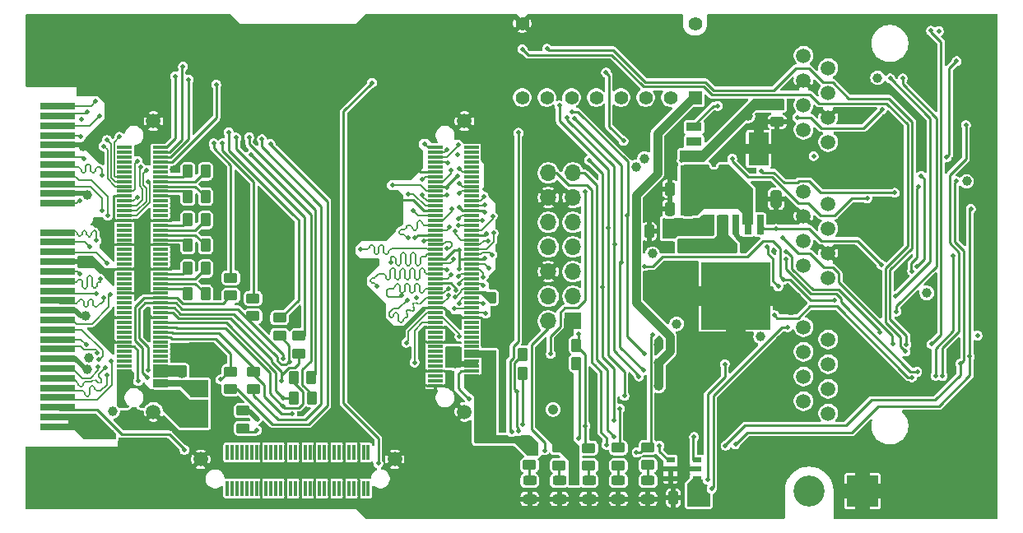
<source format=gtl>
%TF.GenerationSoftware,KiCad,Pcbnew,9.0.1-9.0.1-0~ubuntu24.04.1*%
%TF.CreationDate,2025-04-13T10:11:14+02:00*%
%TF.ProjectId,som-exp-carrier,736f6d2d-6578-4702-9d63-617272696572,v1.0*%
%TF.SameCoordinates,Original*%
%TF.FileFunction,Copper,L1,Top*%
%TF.FilePolarity,Positive*%
%FSLAX46Y46*%
G04 Gerber Fmt 4.6, Leading zero omitted, Abs format (unit mm)*
G04 Created by KiCad (PCBNEW 9.0.1-9.0.1-0~ubuntu24.04.1) date 2025-04-13 10:11:14*
%MOMM*%
%LPD*%
G01*
G04 APERTURE LIST*
G04 Aperture macros list*
%AMRoundRect*
0 Rectangle with rounded corners*
0 $1 Rounding radius*
0 $2 $3 $4 $5 $6 $7 $8 $9 X,Y pos of 4 corners*
0 Add a 4 corners polygon primitive as box body*
4,1,4,$2,$3,$4,$5,$6,$7,$8,$9,$2,$3,0*
0 Add four circle primitives for the rounded corners*
1,1,$1+$1,$2,$3*
1,1,$1+$1,$4,$5*
1,1,$1+$1,$6,$7*
1,1,$1+$1,$8,$9*
0 Add four rect primitives between the rounded corners*
20,1,$1+$1,$2,$3,$4,$5,0*
20,1,$1+$1,$4,$5,$6,$7,0*
20,1,$1+$1,$6,$7,$8,$9,0*
20,1,$1+$1,$8,$9,$2,$3,0*%
%AMFreePoly0*
4,1,19,-3.250000,0.250000,-3.229565,0.613885,-3.168516,0.973193,-3.067621,1.323407,-2.928149,1.660122,-2.751854,1.979104,-2.540952,2.276342,-2.298097,2.548097,-2.026342,2.790952,-1.729104,3.001854,-1.410122,3.178149,-1.073407,3.317621,-0.723193,3.418516,-0.363885,3.479565,0.000000,3.500000,3.250000,3.500000,3.250000,-3.500000,-3.250000,-3.500000,-3.250000,0.250000,-3.250000,0.250000,
$1*%
%AMFreePoly1*
4,1,19,-3.500000,3.000000,0.500000,3.000000,0.761467,2.988584,1.106653,2.938022,1.443634,2.847728,1.767855,2.718923,2.074930,2.553350,2.360706,2.353247,2.621320,2.121320,2.853247,1.860706,3.053350,1.574930,3.218923,1.267855,3.347728,0.943634,3.438022,0.606653,3.488584,0.261467,3.500000,0.000000,3.500000,-3.000000,-3.500000,-3.000000,-3.500000,3.000000,-3.500000,3.000000,
$1*%
G04 Aperture macros list end*
%TA.AperFunction,ComponentPad*%
%ADD10R,1.400000X1.400000*%
%TD*%
%TA.AperFunction,ComponentPad*%
%ADD11C,1.400000*%
%TD*%
%TA.AperFunction,SMDPad,CuDef*%
%ADD12RoundRect,0.250000X-0.262500X-0.450000X0.262500X-0.450000X0.262500X0.450000X-0.262500X0.450000X0*%
%TD*%
%TA.AperFunction,SMDPad,CuDef*%
%ADD13RoundRect,0.243750X0.456250X-0.243750X0.456250X0.243750X-0.456250X0.243750X-0.456250X-0.243750X0*%
%TD*%
%TA.AperFunction,SMDPad,CuDef*%
%ADD14RoundRect,0.250000X-0.325000X-0.650000X0.325000X-0.650000X0.325000X0.650000X-0.325000X0.650000X0*%
%TD*%
%TA.AperFunction,ComponentPad*%
%ADD15R,1.700000X1.700000*%
%TD*%
%TA.AperFunction,ComponentPad*%
%ADD16O,1.700000X1.700000*%
%TD*%
%TA.AperFunction,SMDPad,CuDef*%
%ADD17RoundRect,0.250000X0.262500X0.450000X-0.262500X0.450000X-0.262500X-0.450000X0.262500X-0.450000X0*%
%TD*%
%TA.AperFunction,ComponentPad*%
%ADD18C,1.500000*%
%TD*%
%TA.AperFunction,ComponentPad*%
%ADD19C,2.550000*%
%TD*%
%TA.AperFunction,SMDPad,CuDef*%
%ADD20RoundRect,0.250000X0.250000X0.475000X-0.250000X0.475000X-0.250000X-0.475000X0.250000X-0.475000X0*%
%TD*%
%TA.AperFunction,SMDPad,CuDef*%
%ADD21R,1.500000X0.300000*%
%TD*%
%TA.AperFunction,ComponentPad*%
%ADD22R,3.200000X3.200000*%
%TD*%
%TA.AperFunction,ComponentPad*%
%ADD23C,3.200000*%
%TD*%
%TA.AperFunction,ComponentPad*%
%ADD24C,4.500000*%
%TD*%
%TA.AperFunction,SMDPad,CuDef*%
%ADD25RoundRect,0.250000X0.450000X-0.262500X0.450000X0.262500X-0.450000X0.262500X-0.450000X-0.262500X0*%
%TD*%
%TA.AperFunction,ComponentPad*%
%ADD26FreePoly0,0.000000*%
%TD*%
%TA.AperFunction,ComponentPad*%
%ADD27C,7.000000*%
%TD*%
%TA.AperFunction,SMDPad,CuDef*%
%ADD28RoundRect,0.250000X-0.450000X0.262500X-0.450000X-0.262500X0.450000X-0.262500X0.450000X0.262500X0*%
%TD*%
%TA.AperFunction,SMDPad,CuDef*%
%ADD29R,1.588999X0.847400*%
%TD*%
%TA.AperFunction,SMDPad,CuDef*%
%ADD30R,2.094096X3.400000*%
%TD*%
%TA.AperFunction,SMDPad,CuDef*%
%ADD31R,0.972299X0.558000*%
%TD*%
%TA.AperFunction,SMDPad,CuDef*%
%ADD32RoundRect,0.250000X-0.475000X0.250000X-0.475000X-0.250000X0.475000X-0.250000X0.475000X0.250000X0*%
%TD*%
%TA.AperFunction,SMDPad,CuDef*%
%ADD33RoundRect,0.250000X-0.625000X0.312500X-0.625000X-0.312500X0.625000X-0.312500X0.625000X0.312500X0*%
%TD*%
%TA.AperFunction,SMDPad,CuDef*%
%ADD34R,0.300000X1.500000*%
%TD*%
%TA.AperFunction,ComponentPad*%
%ADD35FreePoly1,0.000000*%
%TD*%
%TA.AperFunction,SMDPad,CuDef*%
%ADD36R,3.600000X0.700000*%
%TD*%
%TA.AperFunction,ComponentPad*%
%ADD37C,4.000000*%
%TD*%
%TA.AperFunction,SMDPad,CuDef*%
%ADD38R,0.760000X2.000000*%
%TD*%
%TA.AperFunction,SMDPad,CuDef*%
%ADD39R,7.100000X6.925000*%
%TD*%
%TA.AperFunction,ViaPad*%
%ADD40C,0.500000*%
%TD*%
%TA.AperFunction,ViaPad*%
%ADD41C,0.700000*%
%TD*%
%TA.AperFunction,ViaPad*%
%ADD42C,1.000000*%
%TD*%
%TA.AperFunction,Conductor*%
%ADD43C,0.254000*%
%TD*%
%TA.AperFunction,Conductor*%
%ADD44C,0.250000*%
%TD*%
%TA.AperFunction,Conductor*%
%ADD45C,0.900000*%
%TD*%
%TA.AperFunction,Conductor*%
%ADD46C,0.508000*%
%TD*%
%TA.AperFunction,Conductor*%
%ADD47C,0.300000*%
%TD*%
%TA.AperFunction,Conductor*%
%ADD48C,0.152100*%
%TD*%
%TA.AperFunction,Conductor*%
%ADD49C,0.128000*%
%TD*%
G04 APERTURE END LIST*
D10*
%TO.P,S1,A1,A1*%
%TO.N,/REMOTE_DEBUG_PWR*%
X115295969Y-51844031D03*
D11*
%TO.P,S1,A2,A2*%
%TO.N,Net-(R46-Pad2)*%
X112755969Y-51844031D03*
%TO.P,S1,A3,A3*%
%TO.N,Net-(R47-Pad2)*%
X110215969Y-51844031D03*
%TO.P,S1,A4,A4*%
%TO.N,Net-(R48-Pad2)*%
X107675969Y-51844031D03*
%TO.P,S1,A5,A5*%
%TO.N,Net-(R49-Pad2)*%
X105135969Y-51844031D03*
%TO.P,S1,A6,A6*%
%TO.N,Net-(R50-Pad2)*%
X102595969Y-51844031D03*
%TO.P,S1,A7,A7*%
%TO.N,Net-(R51-Pad2)*%
X100055969Y-51844031D03*
%TO.P,S1,A8,A8*%
%TO.N,Net-(R52-Pad2)*%
X97515969Y-51844031D03*
%TO.P,S1,B1,+*%
%TO.N,3V3_SETUP*%
X115295969Y-44224031D03*
%TO.P,S1,B8,-*%
%TO.N,GND*%
X97515969Y-44224031D03*
%TD*%
D12*
%TO.P,R25,1*%
%TO.N,Net-(JB2-Pad48)*%
X63113469Y-69434031D03*
%TO.P,R25,2*%
%TO.N,Net-(JB2-Pad46)*%
X64938469Y-69434031D03*
%TD*%
D13*
%TO.P,D4,1,K*%
%TO.N,GND*%
X107415969Y-93156531D03*
%TO.P,D4,2,A*%
%TO.N,Net-(D4-A)*%
X107415969Y-91281531D03*
%TD*%
D14*
%TO.P,C19,1*%
%TO.N,VIN*%
X120680969Y-62274031D03*
%TO.P,C19,2*%
%TO.N,GND*%
X123630969Y-62274031D03*
%TD*%
D15*
%TO.P,J3,1,Pin_1*%
%TO.N,3V3_SETUP*%
X102745969Y-74854031D03*
D16*
%TO.P,J3,2,Pin_2*%
%TO.N,/UART_RX_0*%
X100205969Y-74854031D03*
%TO.P,J3,3,Pin_3*%
%TO.N,/JTAG_TMS*%
X102745969Y-72314031D03*
%TO.P,J3,4,Pin_4*%
%TO.N,/UART_TX_0*%
X100205969Y-72314031D03*
%TO.P,J3,5,Pin_5*%
%TO.N,/JTAG_TDI*%
X102745969Y-69774031D03*
%TO.P,J3,6,Pin_6*%
%TO.N,GND*%
X100205969Y-69774031D03*
%TO.P,J3,7,Pin_7*%
%TO.N,/JTAG_TDO*%
X102745969Y-67234031D03*
%TO.P,J3,8,Pin_8*%
%TO.N,/UART_RX_1*%
X100205969Y-67234031D03*
%TO.P,J3,9,Pin_9*%
%TO.N,/JTAG_TCK*%
X102745969Y-64694031D03*
%TO.P,J3,10,Pin_10*%
%TO.N,/UART_TX_1*%
X100205969Y-64694031D03*
%TO.P,J3,11,Pin_11*%
%TO.N,GND*%
X102745969Y-62154031D03*
%TO.P,J3,12,Pin_12*%
X100205969Y-62154031D03*
%TO.P,J3,13,Pin_13*%
%TO.N,/I2C_SDA*%
X102745969Y-59614031D03*
%TO.P,J3,14,Pin_14*%
%TO.N,/I2C_SCL*%
X100205969Y-59614031D03*
%TD*%
D17*
%TO.P,R2,1*%
%TO.N,/SOM_PGOOD*%
X103065969Y-77334031D03*
%TO.P,R2,2*%
%TO.N,3V3_SETUP*%
X101240969Y-77334031D03*
%TD*%
D12*
%TO.P,R30,1*%
%TO.N,Net-(JB2-Pad68)*%
X63113469Y-64434031D03*
%TO.P,R30,2*%
%TO.N,Net-(JB2-Pad66)*%
X64938469Y-64434031D03*
%TD*%
D18*
%TO.P,J1,A1,A1*%
%TO.N,/LVDS_JTAG_TDO_N*%
X128995969Y-84369031D03*
%TO.P,J1,A2,A2*%
%TO.N,/LVDS_JTAG_TDO_P*%
X126455969Y-83099031D03*
%TO.P,J1,A3,A3*%
%TO.N,/LVDS_JTAG_TDI_N*%
X128995969Y-81829031D03*
%TO.P,J1,A4,A4*%
%TO.N,/LVDS_JTAG_TMS_N*%
X126455969Y-80559031D03*
%TO.P,J1,A5,A5*%
%TO.N,/LVDS_JTAG_TMS_P*%
X128995969Y-79289031D03*
%TO.P,J1,A6,A6*%
%TO.N,/LVDS_JTAG_TDI_P*%
X126455969Y-78019031D03*
%TO.P,J1,A7,A7*%
%TO.N,/LVDS_JTAG_TCK_N*%
X128995969Y-76749031D03*
%TO.P,J1,A8,A8*%
%TO.N,/LVDS_JTAG_TCK_P*%
X126455969Y-75479031D03*
%TO.P,J1,B1,B1*%
%TO.N,/RS485_UART_RX_0_P*%
X128995969Y-70399031D03*
%TO.P,J1,B2,B2*%
%TO.N,/RS485_UART_RX_0_N*%
X126455969Y-69129031D03*
%TO.P,J1,B3,B3*%
%TO.N,GND*%
X128995969Y-67859031D03*
%TO.P,J1,B4,B4*%
%TO.N,/RS485_UART_TX_0_N*%
X126455969Y-66589031D03*
%TO.P,J1,B5,B5*%
%TO.N,/RS485_UART_TX_0_P*%
X128995969Y-65319031D03*
%TO.P,J1,B6,B6*%
%TO.N,GND*%
X126455969Y-64049031D03*
%TO.P,J1,B7,B7*%
%TO.N,/CAN_I2C_SDA_N*%
X128995969Y-62779031D03*
%TO.P,J1,B8,B8*%
%TO.N,/CAN_I2C_SDA_P*%
X126455969Y-61509031D03*
%TO.P,J1,C1,C1*%
%TO.N,/RS485_UART_RX_1_P*%
X128995969Y-56429031D03*
%TO.P,J1,C2,C2*%
%TO.N,/RS485_UART_RX_1_N*%
X126455969Y-55159031D03*
%TO.P,J1,C3,C3*%
%TO.N,GND*%
X128995969Y-53889031D03*
%TO.P,J1,C4,C4*%
%TO.N,/RS485_UART_TX_1_N*%
X126455969Y-52619031D03*
%TO.P,J1,C5,C5*%
%TO.N,/RS485_UART_TX_1_P*%
X128995969Y-51349031D03*
%TO.P,J1,C6,C6*%
%TO.N,GND*%
X126455969Y-50079031D03*
%TO.P,J1,C7,C7*%
%TO.N,/CAN_I2C_SCL_N*%
X128995969Y-48809031D03*
%TO.P,J1,C8,C8*%
%TO.N,/CAN_I2C_SCL_P*%
X126455969Y-47539031D03*
D19*
%TO.P,J1,MH3,MH3*%
%TO.N,GND*%
X139025969Y-88374031D03*
%TO.P,J1,MH5,MH5*%
X125185969Y-72939031D03*
%TO.P,J1,MH6,MH6*%
X125185969Y-58969031D03*
%TD*%
D20*
%TO.P,C20,1*%
%TO.N,VIN*%
X114575969Y-63334031D03*
%TO.P,C20,2*%
%TO.N,GND*%
X112675969Y-63334031D03*
%TD*%
D21*
%TO.P,JB1,1,1*%
%TO.N,GND*%
X88575969Y-81484031D03*
%TO.P,JB1,2,2*%
%TO.N,3V3_SOM*%
X92275969Y-81484031D03*
%TO.P,JB1,3,3*%
%TO.N,unconnected-(JB1-Pad3)*%
X88575969Y-80984031D03*
%TO.P,JB1,4,4*%
%TO.N,3V3_SOM*%
X92275969Y-80984031D03*
%TO.P,JB1,5,5*%
%TO.N,unconnected-(JB1-Pad5)*%
X88575969Y-80484031D03*
%TO.P,JB1,6,6*%
%TO.N,3V3_SOM*%
X92275969Y-80484031D03*
%TO.P,JB1,7,7*%
%TO.N,GND*%
X88575969Y-79984031D03*
%TO.P,JB1,8,8*%
%TO.N,/SOM_NOSEQ*%
X92275969Y-79984031D03*
%TO.P,JB1,9,9*%
%TO.N,unconnected-(JB1-Pad9)*%
X88575969Y-79484031D03*
%TO.P,JB1,10,10*%
%TO.N,VIO_PCIE_A*%
X92275969Y-79484031D03*
%TO.P,JB1,11,11*%
%TO.N,unconnected-(JB1-Pad11)*%
X88575969Y-78984031D03*
%TO.P,JB1,12,12*%
%TO.N,VIO_PCIE_A*%
X92275969Y-78984031D03*
%TO.P,JB1,13,13*%
%TO.N,unconnected-(JB1-Pad13)*%
X88575969Y-78484031D03*
%TO.P,JB1,14,14*%
%TO.N,3V3_SOM*%
X92275969Y-78484031D03*
%TO.P,JB1,15,15*%
%TO.N,unconnected-(JB1-Pad15)*%
X88575969Y-77984031D03*
%TO.P,JB1,16,16*%
%TO.N,3V3_SOM*%
X92275969Y-77984031D03*
%TO.P,JB1,17,17*%
%TO.N,unconnected-(JB1-Pad17)*%
X88575969Y-77484031D03*
%TO.P,JB1,18,18*%
%TO.N,unconnected-(JB1-Pad18)*%
X92275969Y-77484031D03*
%TO.P,JB1,19,19*%
%TO.N,GND*%
X88575969Y-76984031D03*
%TO.P,JB1,20,20*%
%TO.N,unconnected-(JB1-Pad20)*%
X92275969Y-76984031D03*
%TO.P,JB1,21,21*%
%TO.N,unconnected-(JB1-Pad21)*%
X88575969Y-76484031D03*
%TO.P,JB1,22,22*%
%TO.N,unconnected-(JB1-Pad22)*%
X92275969Y-76484031D03*
%TO.P,JB1,23,23*%
%TO.N,unconnected-(JB1-Pad23)*%
X88575969Y-75984031D03*
%TO.P,JB1,24,24*%
%TO.N,unconnected-(JB1-Pad24)*%
X92275969Y-75984031D03*
%TO.P,JB1,25,25*%
%TO.N,GND*%
X88575969Y-75484031D03*
%TO.P,JB1,26,26*%
%TO.N,unconnected-(JB1-Pad26)*%
X92275969Y-75484031D03*
%TO.P,JB1,27,27*%
%TO.N,/SOM_PWR_EN*%
X88575969Y-74984031D03*
%TO.P,JB1,28,28*%
%TO.N,unconnected-(JB1-Pad28)*%
X92275969Y-74984031D03*
%TO.P,JB1,29,29*%
%TO.N,/SOM_PGOOD*%
X88575969Y-74484031D03*
%TO.P,JB1,30,30*%
%TO.N,GND*%
X92275969Y-74484031D03*
%TO.P,JB1,31,31*%
%TO.N,/SOM_BOOTMODE*%
X88575969Y-73984031D03*
%TO.P,JB1,32,32*%
%TO.N,/SOM_IO_32*%
X92275969Y-73984031D03*
%TO.P,JB1,33,33*%
%TO.N,GND*%
X88575969Y-73484031D03*
%TO.P,JB1,34,34*%
%TO.N,/SOM_IO_34*%
X92275969Y-73484031D03*
%TO.P,JB1,35,35*%
%TO.N,/SOM_IO_35*%
X88575969Y-72984031D03*
%TO.P,JB1,36,36*%
%TO.N,/SOM_IO_36*%
X92275969Y-72984031D03*
%TO.P,JB1,37,37*%
%TO.N,/SOM_IO_37*%
X88575969Y-72484031D03*
%TO.P,JB1,38,38*%
%TO.N,/SOM_IO_38*%
X92275969Y-72484031D03*
%TO.P,JB1,39,39*%
%TO.N,/SOM_IO_39*%
X88575969Y-71984031D03*
%TO.P,JB1,40,40*%
%TO.N,1V8_SOM*%
X92275969Y-71984031D03*
%TO.P,JB1,41,41*%
%TO.N,/SOM_IO_41*%
X88575969Y-71484031D03*
%TO.P,JB1,42,42*%
%TO.N,/SOM_IO_42*%
X92275969Y-71484031D03*
%TO.P,JB1,43,43*%
%TO.N,GND*%
X88575969Y-70984031D03*
%TO.P,JB1,44,44*%
%TO.N,/SOM_IO_44*%
X92275969Y-70984031D03*
%TO.P,JB1,45,45*%
%TO.N,/SOM_IO_45*%
X88575969Y-70484031D03*
%TO.P,JB1,46,46*%
%TO.N,/SOM_IODIFF_0_N*%
X92275969Y-70484031D03*
%TO.P,JB1,47,47*%
%TO.N,/SOM_IO_47*%
X88575969Y-69984031D03*
%TO.P,JB1,48,48*%
%TO.N,/SOM_IODIFF_0_P*%
X92275969Y-69984031D03*
%TO.P,JB1,49,49*%
%TO.N,/SOM_IO_49*%
X88575969Y-69484031D03*
%TO.P,JB1,50,50*%
%TO.N,/SOM_IO_50*%
X92275969Y-69484031D03*
%TO.P,JB1,51,51*%
%TO.N,/SOM_IO_51*%
X88575969Y-68984031D03*
%TO.P,JB1,52,52*%
%TO.N,/SOM_IO_52*%
X92275969Y-68984031D03*
%TO.P,JB1,53,53*%
%TO.N,GND*%
X88575969Y-68484031D03*
%TO.P,JB1,54,54*%
X92275969Y-68484031D03*
%TO.P,JB1,55,55*%
%TO.N,/SOM_IO_55*%
X88575969Y-67984031D03*
%TO.P,JB1,56,56*%
%TO.N,/SOM_IO_56*%
X92275969Y-67984031D03*
%TO.P,JB1,57,57*%
%TO.N,/SOM_IO_57*%
X88575969Y-67484031D03*
%TO.P,JB1,58,58*%
%TO.N,/SOM_IO_58*%
X92275969Y-67484031D03*
%TO.P,JB1,59,59*%
%TO.N,/SOM_IO_59*%
X88575969Y-66984031D03*
%TO.P,JB1,60,60*%
%TO.N,/SOM_IO_60*%
X92275969Y-66984031D03*
%TO.P,JB1,61,61*%
%TO.N,/SOM_IO_61*%
X88575969Y-66484031D03*
%TO.P,JB1,62,62*%
%TO.N,/SOM_IO_62*%
X92275969Y-66484031D03*
%TO.P,JB1,63,63*%
%TO.N,GND*%
X88575969Y-65984031D03*
%TO.P,JB1,64,64*%
X92275969Y-65984031D03*
%TO.P,JB1,65,65*%
%TO.N,/SOM_IO_65*%
X88575969Y-65484031D03*
%TO.P,JB1,66,66*%
%TO.N,/SOM_IO_66*%
X92275969Y-65484031D03*
%TO.P,JB1,67,67*%
%TO.N,/SOM_IO_67*%
X88575969Y-64984031D03*
%TO.P,JB1,68,68*%
%TO.N,/SOM_IO_68*%
X92275969Y-64984031D03*
%TO.P,JB1,69,69*%
%TO.N,/SOM_IO_69*%
X88575969Y-64484031D03*
%TO.P,JB1,70,70*%
%TO.N,/SOM_IO_70*%
X92275969Y-64484031D03*
%TO.P,JB1,71,71*%
%TO.N,/SOM_IO_71*%
X88575969Y-63984031D03*
%TO.P,JB1,72,72*%
%TO.N,/SOM_IO_72*%
X92275969Y-63984031D03*
%TO.P,JB1,73,73*%
%TO.N,GND*%
X88575969Y-63484031D03*
%TO.P,JB1,74,74*%
X92275969Y-63484031D03*
%TO.P,JB1,75,75*%
%TO.N,/SOM_IO_75*%
X88575969Y-62984031D03*
%TO.P,JB1,76,76*%
%TO.N,/SOM_IODIFF_1_N*%
X92275969Y-62984031D03*
%TO.P,JB1,77,77*%
%TO.N,/SOM_IO_77*%
X88575969Y-62484031D03*
%TO.P,JB1,78,78*%
%TO.N,/SOM_IODIFF_1_P*%
X92275969Y-62484031D03*
%TO.P,JB1,79,79*%
%TO.N,/SOM_IO_79*%
X88575969Y-61984031D03*
%TO.P,JB1,80,80*%
%TO.N,unconnected-(JB1-Pad80)*%
X92275969Y-61984031D03*
%TO.P,JB1,81,81*%
%TO.N,/SOM_IO_81*%
X88575969Y-61484031D03*
%TO.P,JB1,82,82*%
%TO.N,/SOM_IODIFF_2_N*%
X92275969Y-61484031D03*
%TO.P,JB1,83,83*%
%TO.N,GND*%
X88575969Y-60984031D03*
%TO.P,JB1,84,84*%
%TO.N,/SOM_IODIFF_2_P*%
X92275969Y-60984031D03*
%TO.P,JB1,85,85*%
%TO.N,/SOM_IO_85*%
X88575969Y-60484031D03*
%TO.P,JB1,86,86*%
%TO.N,unconnected-(JB1-Pad86)*%
X92275969Y-60484031D03*
%TO.P,JB1,87,87*%
%TO.N,/SOM_IO_87*%
X88575969Y-59984031D03*
%TO.P,JB1,88,88*%
%TO.N,unconnected-(JB1-Pad88)*%
X92275969Y-59984031D03*
%TO.P,JB1,89,89*%
%TO.N,GND*%
X88575969Y-59484031D03*
%TO.P,JB1,90,90*%
%TO.N,/SOM_JTAGSEL*%
X92275969Y-59484031D03*
%TO.P,JB1,91,91*%
%TO.N,unconnected-(JB1-Pad91)*%
X88575969Y-58984031D03*
%TO.P,JB1,92,92*%
%TO.N,unconnected-(JB1-Pad92)*%
X92275969Y-58984031D03*
%TO.P,JB1,93,93*%
%TO.N,/SOM_IO_93*%
X88575969Y-58484031D03*
%TO.P,JB1,94,94*%
%TO.N,unconnected-(JB1-Pad94)*%
X92275969Y-58484031D03*
%TO.P,JB1,95,95*%
%TO.N,/SOM_IO_95*%
X88575969Y-57984031D03*
%TO.P,JB1,96,96*%
%TO.N,unconnected-(JB1-Pad96)*%
X92275969Y-57984031D03*
%TO.P,JB1,97,97*%
%TO.N,/SOM_IO_97*%
X88575969Y-57484031D03*
%TO.P,JB1,98,98*%
%TO.N,unconnected-(JB1-Pad98)*%
X92275969Y-57484031D03*
%TO.P,JB1,99,99*%
%TO.N,/SOM_IO_99*%
X88575969Y-56984031D03*
%TO.P,JB1,100,100*%
%TO.N,unconnected-(JB1-Pad100)*%
X92275969Y-56984031D03*
D18*
%TO.P,JB1,S1,SHIELD*%
%TO.N,GND*%
X91575969Y-54259031D03*
%TO.P,JB1,S2,SHIELD__1*%
X91575969Y-84209031D03*
%TD*%
D17*
%TO.P,R44,1*%
%TO.N,Net-(U12-ADJ)*%
X112425969Y-65634031D03*
%TO.P,R44,2*%
%TO.N,GND*%
X110600969Y-65634031D03*
%TD*%
D22*
%TO.P,J5,1,1*%
%TO.N,GND*%
X132525969Y-92334031D03*
D23*
%TO.P,J5,2,2*%
%TO.N,VIN*%
X127025969Y-92334031D03*
D24*
%TO.P,J5,MH,MH*%
%TO.N,GND*%
X139825969Y-92334031D03*
%TD*%
D25*
%TO.P,R11,1*%
%TO.N,Net-(D3-A)*%
X104365969Y-89736531D03*
%TO.P,R11,2*%
%TO.N,/SOM_PGOOD*%
X104365969Y-87911531D03*
%TD*%
%TO.P,R14,1*%
%TO.N,Net-(D5-A)*%
X110455969Y-89666531D03*
%TO.P,R14,2*%
%TO.N,/UART_RX_0*%
X110455969Y-87841531D03*
%TD*%
D26*
%TO.P,H6,1,1*%
%TO.N,GND*%
X121175969Y-91234031D03*
%TD*%
D27*
%TO.P,H4,1,1*%
%TO.N,GND*%
X91425969Y-91234031D03*
%TD*%
D12*
%TO.P,R32,1*%
%TO.N,Net-(JB2-Pad88)*%
X63113469Y-59434031D03*
%TO.P,R32,2*%
%TO.N,Net-(JB2-Pad86)*%
X64938469Y-59434031D03*
%TD*%
D25*
%TO.P,R41,1*%
%TO.N,/SOM_GPIO_2_1V8*%
X67538827Y-72221531D03*
%TO.P,R41,2*%
%TO.N,Net-(JB2-Pad87)*%
X67538827Y-70396531D03*
%TD*%
D28*
%TO.P,R35,1*%
%TO.N,/UART_TX_1_1V8*%
X69886685Y-80031531D03*
%TO.P,R35,2*%
%TO.N,Net-(JB2-Pad73)*%
X69886685Y-81856531D03*
%TD*%
D13*
%TO.P,D1,1,K*%
%TO.N,GND*%
X98295969Y-93156531D03*
%TO.P,D1,2,A*%
%TO.N,Net-(D1-A)*%
X98295969Y-91281531D03*
%TD*%
D29*
%TO.P,U11,1,VEN*%
%TO.N,/SETUP_PWR_EN*%
X115180519Y-54874030D03*
%TO.P,U11,2,NC*%
%TO.N,unconnected-(U11-NC-Pad2)*%
X115180519Y-56374030D03*
%TO.P,U11,3,VOUT*%
%TO.N,3V3_SETUP*%
X115180519Y-57874029D03*
%TO.P,U11,4,VIN*%
%TO.N,VIN*%
X115180519Y-59374032D03*
D30*
%TO.P,U11,5,GND*%
%TO.N,GND*%
X121833868Y-57124031D03*
%TD*%
D13*
%TO.P,D3,1,K*%
%TO.N,GND*%
X104375969Y-93156531D03*
%TO.P,D3,2,A*%
%TO.N,Net-(D3-A)*%
X104375969Y-91281531D03*
%TD*%
D25*
%TO.P,R39,1*%
%TO.N,/UART_RX_1_1V8*%
X72555969Y-76326531D03*
%TO.P,R39,2*%
%TO.N,Net-(JB2-Pad83)*%
X72555969Y-74501531D03*
%TD*%
%TO.P,R4,1*%
%TO.N,/SOM_nRST*%
X68805969Y-85896531D03*
%TO.P,R4,2*%
%TO.N,3V3_SETUP*%
X68805969Y-84071531D03*
%TD*%
D28*
%TO.P,R34,1*%
%TO.N,/UART_TX_0_1V8*%
X67529537Y-80031531D03*
%TO.P,R34,2*%
%TO.N,Net-(JB2-Pad71)*%
X67529537Y-81856531D03*
%TD*%
D12*
%TO.P,R1,1*%
%TO.N,/SOM_NOSEQ*%
X97543469Y-78334031D03*
%TO.P,R1,2*%
%TO.N,3V3_SETUP*%
X99368469Y-78334031D03*
%TD*%
D20*
%TO.P,C8,1*%
%TO.N,3V3_SETUP*%
X114975969Y-93044031D03*
%TO.P,C8,2*%
%TO.N,GND*%
X113075969Y-93044031D03*
%TD*%
D27*
%TO.P,H5,1,1*%
%TO.N,GND*%
X121425969Y-47234031D03*
%TD*%
%TO.P,H2,1,1*%
%TO.N,GND*%
X91425969Y-47234031D03*
%TD*%
D17*
%TO.P,R18,1*%
%TO.N,/I2C_SDA*%
X103058469Y-79204031D03*
%TO.P,R18,2*%
%TO.N,3V3_SETUP*%
X101233469Y-79204031D03*
%TD*%
D27*
%TO.P,H1,1,1*%
%TO.N,GND*%
X57425969Y-47234031D03*
%TD*%
D12*
%TO.P,R3,1*%
%TO.N,/SOM_BOOTMODE*%
X97553469Y-80244031D03*
%TO.P,R3,2*%
%TO.N,3V3_SETUP*%
X99378469Y-80244031D03*
%TD*%
%TO.P,R28,1*%
%TO.N,Net-(JB2-Pad62)*%
X63113469Y-67034031D03*
%TO.P,R28,2*%
%TO.N,Net-(JB2-Pad64)*%
X64938469Y-67034031D03*
%TD*%
%TO.P,R31,1*%
%TO.N,Net-(JB2-Pad82)*%
X63113469Y-62034031D03*
%TO.P,R31,2*%
%TO.N,Net-(JB2-Pad84)*%
X64938469Y-62034031D03*
%TD*%
D20*
%TO.P,C16,1*%
%TO.N,VIN*%
X114575969Y-61234031D03*
%TO.P,C16,2*%
%TO.N,GND*%
X112675969Y-61234031D03*
%TD*%
D21*
%TO.P,JB2,1,1*%
%TO.N,3V3_SOM*%
X56575969Y-81484031D03*
%TO.P,JB2,2,2*%
%TO.N,Net-(JB2-Pad2)*%
X60275969Y-81484031D03*
%TO.P,JB2,3,3*%
%TO.N,3V3_SOM*%
X56575969Y-80984031D03*
%TO.P,JB2,4,4*%
%TO.N,Net-(JB2-Pad2)*%
X60275969Y-80984031D03*
%TO.P,JB2,5,5*%
%TO.N,3V3_SOM*%
X56575969Y-80484031D03*
%TO.P,JB2,6,6*%
%TO.N,1V8_SOM*%
X60275969Y-80484031D03*
%TO.P,JB2,7,7*%
%TO.N,3V3_SOM*%
X56575969Y-79984031D03*
%TO.P,JB2,8,8*%
%TO.N,1V8_SOM*%
X60275969Y-79984031D03*
%TO.P,JB2,9,9*%
%TO.N,unconnected-(JB2-Pad9)*%
X56575969Y-79484031D03*
%TO.P,JB2,10,10*%
%TO.N,1V8_SOM*%
X60275969Y-79484031D03*
%TO.P,JB2,11,11*%
%TO.N,unconnected-(JB2-Pad11)*%
X56575969Y-78984031D03*
%TO.P,JB2,12,12*%
%TO.N,unconnected-(JB2-Pad12)*%
X60275969Y-78984031D03*
%TO.P,JB2,13,13*%
%TO.N,unconnected-(JB2-Pad13)*%
X56575969Y-78484031D03*
%TO.P,JB2,14,14*%
%TO.N,unconnected-(JB2-Pad14)*%
X60275969Y-78484031D03*
%TO.P,JB2,15,15*%
%TO.N,unconnected-(JB2-Pad15)*%
X56575969Y-77984031D03*
%TO.P,JB2,16,16*%
%TO.N,unconnected-(JB2-Pad16)*%
X60275969Y-77984031D03*
%TO.P,JB2,17,17*%
%TO.N,/SOM_nRST*%
X56575969Y-77484031D03*
%TO.P,JB2,18,18*%
%TO.N,unconnected-(JB2-Pad18)*%
X60275969Y-77484031D03*
%TO.P,JB2,19,19*%
%TO.N,GND*%
X56575969Y-76984031D03*
%TO.P,JB2,20,20*%
%TO.N,unconnected-(JB2-Pad20)*%
X60275969Y-76984031D03*
%TO.P,JB2,21,21*%
%TO.N,unconnected-(JB2-Pad21)*%
X56575969Y-76484031D03*
%TO.P,JB2,22,22*%
%TO.N,/UART_TX_0_1V8*%
X60275969Y-76484031D03*
%TO.P,JB2,23,23*%
%TO.N,unconnected-(JB2-Pad23)*%
X56575969Y-75984031D03*
%TO.P,JB2,24,24*%
%TO.N,/UART_TX_1_1V8*%
X60275969Y-75984031D03*
%TO.P,JB2,25,25*%
%TO.N,unconnected-(JB2-Pad25)*%
X56575969Y-75484031D03*
%TO.P,JB2,26,26*%
%TO.N,/SETUP_WDT_WDI_1V8*%
X60275969Y-75484031D03*
%TO.P,JB2,27,27*%
%TO.N,unconnected-(JB2-Pad27)*%
X56575969Y-74984031D03*
%TO.P,JB2,28,28*%
%TO.N,/SOM_GPIO_0_1V8*%
X60275969Y-74984031D03*
%TO.P,JB2,29,29*%
%TO.N,GND*%
X56575969Y-74484031D03*
%TO.P,JB2,30,30*%
X60275969Y-74484031D03*
%TO.P,JB2,31,31*%
%TO.N,unconnected-(JB2-Pad31)*%
X56575969Y-73984031D03*
%TO.P,JB2,32,32*%
%TO.N,/UART_RX_0_1V8*%
X60275969Y-73984031D03*
%TO.P,JB2,33,33*%
%TO.N,unconnected-(JB2-Pad33)*%
X56575969Y-73484031D03*
%TO.P,JB2,34,34*%
%TO.N,/UART_RX_1_1V8*%
X60275969Y-73484031D03*
%TO.P,JB2,35,35*%
%TO.N,unconnected-(JB2-Pad35)*%
X56575969Y-72984031D03*
%TO.P,JB2,36,36*%
%TO.N,/SOM_GPIO_1_1V8*%
X60275969Y-72984031D03*
%TO.P,JB2,37,37*%
%TO.N,unconnected-(JB2-Pad37)*%
X56575969Y-72484031D03*
%TO.P,JB2,38,38*%
%TO.N,/SOM_GPIO_2_1V8*%
X60275969Y-72484031D03*
%TO.P,JB2,39,39*%
%TO.N,GND*%
X56575969Y-71984031D03*
%TO.P,JB2,40,40*%
X60275969Y-71984031D03*
%TO.P,JB2,41,41*%
%TO.N,unconnected-(JB2-Pad41)*%
X56575969Y-71484031D03*
%TO.P,JB2,42,42*%
%TO.N,Net-(JB2-Pad42)*%
X60275969Y-71484031D03*
%TO.P,JB2,43,43*%
%TO.N,unconnected-(JB2-Pad43)*%
X56575969Y-70984031D03*
%TO.P,JB2,44,44*%
%TO.N,Net-(JB2-Pad44)*%
X60275969Y-70984031D03*
%TO.P,JB2,45,45*%
%TO.N,unconnected-(JB2-Pad45)*%
X56575969Y-70484031D03*
%TO.P,JB2,46,46*%
%TO.N,Net-(JB2-Pad46)*%
X60275969Y-70484031D03*
%TO.P,JB2,47,47*%
%TO.N,unconnected-(JB2-Pad47)*%
X56575969Y-69984031D03*
%TO.P,JB2,48,48*%
%TO.N,Net-(JB2-Pad48)*%
X60275969Y-69984031D03*
%TO.P,JB2,49,49*%
%TO.N,GND*%
X56575969Y-69484031D03*
%TO.P,JB2,50,50*%
X60275969Y-69484031D03*
%TO.P,JB2,51,51*%
%TO.N,unconnected-(JB2-Pad51)*%
X56575969Y-68984031D03*
%TO.P,JB2,52,52*%
%TO.N,unconnected-(JB2-Pad52)*%
X60275969Y-68984031D03*
%TO.P,JB2,53,53*%
%TO.N,unconnected-(JB2-Pad53)*%
X56575969Y-68484031D03*
%TO.P,JB2,54,54*%
%TO.N,unconnected-(JB2-Pad54)*%
X60275969Y-68484031D03*
%TO.P,JB2,55,55*%
%TO.N,unconnected-(JB2-Pad55)*%
X56575969Y-67984031D03*
%TO.P,JB2,56,56*%
%TO.N,unconnected-(JB2-Pad56)*%
X60275969Y-67984031D03*
%TO.P,JB2,57,57*%
%TO.N,unconnected-(JB2-Pad57)*%
X56575969Y-67484031D03*
%TO.P,JB2,58,58*%
%TO.N,unconnected-(JB2-Pad58)*%
X60275969Y-67484031D03*
%TO.P,JB2,59,59*%
%TO.N,GND*%
X56575969Y-66984031D03*
%TO.P,JB2,60,60*%
X60275969Y-66984031D03*
%TO.P,JB2,61,61*%
%TO.N,unconnected-(JB2-Pad61)*%
X56575969Y-66484031D03*
%TO.P,JB2,62,62*%
%TO.N,Net-(JB2-Pad62)*%
X60275969Y-66484031D03*
%TO.P,JB2,63,63*%
%TO.N,unconnected-(JB2-Pad63)*%
X56575969Y-65984031D03*
%TO.P,JB2,64,64*%
%TO.N,Net-(JB2-Pad64)*%
X60275969Y-65984031D03*
%TO.P,JB2,65,65*%
%TO.N,unconnected-(JB2-Pad65)*%
X56575969Y-65484031D03*
%TO.P,JB2,66,66*%
%TO.N,Net-(JB2-Pad66)*%
X60275969Y-65484031D03*
%TO.P,JB2,67,67*%
%TO.N,unconnected-(JB2-Pad67)*%
X56575969Y-64984031D03*
%TO.P,JB2,68,68*%
%TO.N,Net-(JB2-Pad68)*%
X60275969Y-64984031D03*
%TO.P,JB2,69,69*%
%TO.N,GND*%
X56575969Y-64484031D03*
%TO.P,JB2,70,70*%
X60275969Y-64484031D03*
%TO.P,JB2,71,71*%
%TO.N,Net-(JB2-Pad71)*%
X56575969Y-63984031D03*
%TO.P,JB2,72,72*%
%TO.N,unconnected-(JB2-Pad72)*%
X60275969Y-63984031D03*
%TO.P,JB2,73,73*%
%TO.N,Net-(JB2-Pad73)*%
X56575969Y-63484031D03*
%TO.P,JB2,74,74*%
%TO.N,unconnected-(JB2-Pad74)*%
X60275969Y-63484031D03*
%TO.P,JB2,75,75*%
%TO.N,Net-(JB2-Pad75)*%
X56575969Y-62984031D03*
%TO.P,JB2,76,76*%
%TO.N,unconnected-(JB2-Pad76)*%
X60275969Y-62984031D03*
%TO.P,JB2,77,77*%
%TO.N,Net-(JB2-Pad77)*%
X56575969Y-62484031D03*
%TO.P,JB2,78,78*%
%TO.N,unconnected-(JB2-Pad78)*%
X60275969Y-62484031D03*
%TO.P,JB2,79,79*%
%TO.N,GND*%
X56575969Y-61984031D03*
%TO.P,JB2,80,80*%
X60275969Y-61984031D03*
%TO.P,JB2,81,81*%
%TO.N,Net-(JB2-Pad81)*%
X56575969Y-61484031D03*
%TO.P,JB2,82,82*%
%TO.N,Net-(JB2-Pad82)*%
X60275969Y-61484031D03*
%TO.P,JB2,83,83*%
%TO.N,Net-(JB2-Pad83)*%
X56575969Y-60984031D03*
%TO.P,JB2,84,84*%
%TO.N,Net-(JB2-Pad84)*%
X60275969Y-60984031D03*
%TO.P,JB2,85,85*%
%TO.N,Net-(JB2-Pad85)*%
X56575969Y-60484031D03*
%TO.P,JB2,86,86*%
%TO.N,Net-(JB2-Pad86)*%
X60275969Y-60484031D03*
%TO.P,JB2,87,87*%
%TO.N,Net-(JB2-Pad87)*%
X56575969Y-59984031D03*
%TO.P,JB2,88,88*%
%TO.N,Net-(JB2-Pad88)*%
X60275969Y-59984031D03*
%TO.P,JB2,89,89*%
%TO.N,GND*%
X56575969Y-59484031D03*
%TO.P,JB2,90,90*%
%TO.N,unconnected-(JB2-Pad90)*%
X60275969Y-59484031D03*
%TO.P,JB2,91,91*%
%TO.N,unconnected-(JB2-Pad91)*%
X56575969Y-58984031D03*
%TO.P,JB2,92,92*%
%TO.N,unconnected-(JB2-Pad92)*%
X60275969Y-58984031D03*
%TO.P,JB2,93,93*%
%TO.N,unconnected-(JB2-Pad93)*%
X56575969Y-58484031D03*
%TO.P,JB2,94,94*%
%TO.N,/JTAG_TMS*%
X60275969Y-58484031D03*
%TO.P,JB2,95,95*%
%TO.N,unconnected-(JB2-Pad95)*%
X56575969Y-57984031D03*
%TO.P,JB2,96,96*%
%TO.N,/JTAG_TDI*%
X60275969Y-57984031D03*
%TO.P,JB2,97,97*%
%TO.N,unconnected-(JB2-Pad97)*%
X56575969Y-57484031D03*
%TO.P,JB2,98,98*%
%TO.N,/JTAG_TDO*%
X60275969Y-57484031D03*
%TO.P,JB2,99,99*%
%TO.N,unconnected-(JB2-Pad99)*%
X56575969Y-56984031D03*
%TO.P,JB2,100,100*%
%TO.N,/JTAG_TCK*%
X60275969Y-56984031D03*
D18*
%TO.P,JB2,S1,SHIELD*%
%TO.N,GND*%
X59575969Y-54259031D03*
%TO.P,JB2,S2,SHIELD__1*%
X59575969Y-84209031D03*
%TD*%
D31*
%TO.P,U6,1,SCL*%
%TO.N,/I2C_SCL*%
X112763518Y-89144030D03*
%TO.P,U6,2,GND*%
%TO.N,GND*%
X112763518Y-90094031D03*
%TO.P,U6,3,ADD1*%
X112763518Y-91044032D03*
%TO.P,U6,4,VCC*%
%TO.N,3V3_SETUP*%
X115488420Y-91044032D03*
%TO.P,U6,5,ADD0*%
%TO.N,GND*%
X115488420Y-90094031D03*
%TO.P,U6,6,SDA*%
%TO.N,/I2C_SDA*%
X115488420Y-89144030D03*
%TD*%
D13*
%TO.P,D2,1,K*%
%TO.N,GND*%
X101335969Y-93156531D03*
%TO.P,D2,2,A*%
%TO.N,Net-(D2-A)*%
X101335969Y-91281531D03*
%TD*%
D25*
%TO.P,R38,1*%
%TO.N,/UART_RX_0_1V8*%
X74565969Y-78176531D03*
%TO.P,R38,2*%
%TO.N,Net-(JB2-Pad81)*%
X74565969Y-76351531D03*
%TD*%
D12*
%TO.P,R24,1*%
%TO.N,Net-(JB2-Pad42)*%
X63113469Y-72034031D03*
%TO.P,R24,2*%
%TO.N,Net-(JB2-Pad44)*%
X64938469Y-72034031D03*
%TD*%
D32*
%TO.P,C15,1*%
%TO.N,3V3_SETUP*%
X123735969Y-52454031D03*
%TO.P,C15,2*%
%TO.N,GND*%
X123735969Y-54354031D03*
%TD*%
D25*
%TO.P,R9,1*%
%TO.N,Net-(D1-A)*%
X98275969Y-89666531D03*
%TO.P,R9,2*%
%TO.N,3V3_SOM*%
X98275969Y-87841531D03*
%TD*%
D33*
%TO.P,R19,1*%
%TO.N,Net-(JB2-Pad2)*%
X64035969Y-81871531D03*
%TO.P,R19,2*%
%TO.N,3V3_SOM*%
X64035969Y-84796531D03*
%TD*%
D13*
%TO.P,D5,1,K*%
%TO.N,GND*%
X110455969Y-93156531D03*
%TO.P,D5,2,A*%
%TO.N,Net-(D5-A)*%
X110455969Y-91281531D03*
%TD*%
D34*
%TO.P,JB3,01,01*%
%TO.N,unconnected-(JB3-Pad01)*%
X81675969Y-92084031D03*
%TO.P,JB3,02,02*%
%TO.N,unconnected-(JB3-Pad02)*%
X81675969Y-88384031D03*
%TO.P,JB3,03,03*%
%TO.N,unconnected-(JB3-Pad03)*%
X81175969Y-92084031D03*
%TO.P,JB3,04,04*%
%TO.N,unconnected-(JB3-Pad04)*%
X81175969Y-88384031D03*
%TO.P,JB3,05,05*%
%TO.N,GND*%
X80675969Y-92084031D03*
%TO.P,JB3,06,06*%
X80675969Y-88384031D03*
%TO.P,JB3,07,07*%
%TO.N,unconnected-(JB3-Pad07)*%
X80175969Y-92084031D03*
%TO.P,JB3,08,08*%
%TO.N,unconnected-(JB3-Pad08)*%
X80175969Y-88384031D03*
%TO.P,JB3,09,09*%
%TO.N,unconnected-(JB3-Pad09)*%
X79675969Y-92084031D03*
%TO.P,JB3,10,10*%
%TO.N,unconnected-(JB3-Pad10)*%
X79675969Y-88384031D03*
%TO.P,JB3,11,11*%
%TO.N,GND*%
X79175969Y-92084031D03*
%TO.P,JB3,12,12*%
X79175969Y-88384031D03*
%TO.P,JB3,13,13*%
%TO.N,unconnected-(JB3-Pad13)*%
X78675969Y-92084031D03*
%TO.P,JB3,14,14*%
%TO.N,unconnected-(JB3-Pad14)*%
X78675969Y-88384031D03*
%TO.P,JB3,15,15*%
%TO.N,unconnected-(JB3-Pad15)*%
X78175969Y-92084031D03*
%TO.P,JB3,16,16*%
%TO.N,unconnected-(JB3-Pad16)*%
X78175969Y-88384031D03*
%TO.P,JB3,17,17*%
%TO.N,GND*%
X77675969Y-92084031D03*
%TO.P,JB3,18,18*%
X77675969Y-88384031D03*
%TO.P,JB3,19,19*%
%TO.N,unconnected-(JB3-Pad19)*%
X77175969Y-92084031D03*
%TO.P,JB3,20,20*%
%TO.N,unconnected-(JB3-Pad20)*%
X77175969Y-88384031D03*
%TO.P,JB3,21,21*%
%TO.N,unconnected-(JB3-Pad21)*%
X76675969Y-92084031D03*
%TO.P,JB3,22,22*%
%TO.N,unconnected-(JB3-Pad22)*%
X76675969Y-88384031D03*
%TO.P,JB3,23,23*%
%TO.N,GND*%
X76175969Y-92084031D03*
%TO.P,JB3,24,24*%
X76175969Y-88384031D03*
%TO.P,JB3,25,25*%
%TO.N,unconnected-(JB3-Pad25)*%
X75675969Y-92084031D03*
%TO.P,JB3,26,26*%
%TO.N,unconnected-(JB3-Pad26)*%
X75675969Y-88384031D03*
%TO.P,JB3,27,27*%
%TO.N,unconnected-(JB3-Pad27)*%
X75175969Y-92084031D03*
%TO.P,JB3,28,28*%
%TO.N,unconnected-(JB3-Pad28)*%
X75175969Y-88384031D03*
%TO.P,JB3,29,29*%
%TO.N,GND*%
X74675969Y-92084031D03*
%TO.P,JB3,30,30*%
X74675969Y-88384031D03*
%TO.P,JB3,31,31*%
%TO.N,unconnected-(JB3-Pad31)*%
X74175969Y-92084031D03*
%TO.P,JB3,32,32*%
%TO.N,unconnected-(JB3-Pad32)*%
X74175969Y-88384031D03*
%TO.P,JB3,33,33*%
%TO.N,unconnected-(JB3-Pad33)*%
X73675969Y-92084031D03*
%TO.P,JB3,34,34*%
%TO.N,unconnected-(JB3-Pad34)*%
X73675969Y-88384031D03*
%TO.P,JB3,35,35*%
%TO.N,GND*%
X73175969Y-92084031D03*
%TO.P,JB3,36,36*%
X73175969Y-88384031D03*
%TO.P,JB3,37,37*%
%TO.N,unconnected-(JB3-Pad37)*%
X72675969Y-92084031D03*
%TO.P,JB3,38,38*%
%TO.N,unconnected-(JB3-Pad38)*%
X72675969Y-88384031D03*
%TO.P,JB3,39,39*%
%TO.N,unconnected-(JB3-Pad39)*%
X72175969Y-92084031D03*
%TO.P,JB3,40,40*%
%TO.N,unconnected-(JB3-Pad40)*%
X72175969Y-88384031D03*
%TO.P,JB3,41,41*%
%TO.N,unconnected-(JB3-Pad41)*%
X71675969Y-92084031D03*
%TO.P,JB3,42,42*%
%TO.N,unconnected-(JB3-Pad42)*%
X71675969Y-88384031D03*
%TO.P,JB3,43,43*%
%TO.N,unconnected-(JB3-Pad43)*%
X71175969Y-92084031D03*
%TO.P,JB3,44,44*%
%TO.N,unconnected-(JB3-Pad44)*%
X71175969Y-88384031D03*
%TO.P,JB3,45,45*%
%TO.N,GND*%
X70675969Y-92084031D03*
%TO.P,JB3,46,46*%
X70675969Y-88384031D03*
%TO.P,JB3,47,47*%
%TO.N,unconnected-(JB3-Pad47)*%
X70175969Y-92084031D03*
%TO.P,JB3,48,48*%
%TO.N,unconnected-(JB3-Pad48)*%
X70175969Y-88384031D03*
%TO.P,JB3,49,49*%
%TO.N,unconnected-(JB3-Pad49)*%
X69675969Y-92084031D03*
%TO.P,JB3,50,50*%
%TO.N,unconnected-(JB3-Pad50)*%
X69675969Y-88384031D03*
%TO.P,JB3,51,51*%
%TO.N,unconnected-(JB3-Pad51)*%
X69175969Y-92084031D03*
%TO.P,JB3,52,52*%
%TO.N,unconnected-(JB3-Pad52)*%
X69175969Y-88384031D03*
%TO.P,JB3,53,53*%
%TO.N,unconnected-(JB3-Pad53)*%
X68675969Y-92084031D03*
%TO.P,JB3,54,54*%
%TO.N,unconnected-(JB3-Pad54)*%
X68675969Y-88384031D03*
%TO.P,JB3,55,55*%
%TO.N,unconnected-(JB3-Pad55)*%
X68175969Y-92084031D03*
%TO.P,JB3,56,56*%
%TO.N,unconnected-(JB3-Pad56)*%
X68175969Y-88384031D03*
%TO.P,JB3,57,57*%
%TO.N,unconnected-(JB3-Pad57)*%
X67675969Y-92084031D03*
%TO.P,JB3,58,58*%
%TO.N,unconnected-(JB3-Pad58)*%
X67675969Y-88384031D03*
%TO.P,JB3,59,59*%
%TO.N,unconnected-(JB3-Pad59)*%
X67175969Y-92084031D03*
%TO.P,JB3,60,60*%
%TO.N,unconnected-(JB3-Pad60)*%
X67175969Y-88384031D03*
D18*
%TO.P,JB3,S1,SHIELD*%
%TO.N,GND*%
X64450969Y-89084031D03*
%TO.P,JB3,S2,SHIELD__1*%
X84400969Y-89084031D03*
%TD*%
D35*
%TO.P,H3,1,1*%
%TO.N,GND*%
X57425969Y-90734031D03*
%TD*%
D36*
%TO.P,J2,A1,A1*%
%TO.N,/SOM_IO_95*%
X49725969Y-52734031D03*
%TO.P,J2,A2,A2*%
%TO.N,/SOM_IO_93*%
X49725969Y-53734031D03*
%TO.P,J2,A3,A3*%
%TO.N,/SOM_IO_85*%
X49725969Y-54734031D03*
%TO.P,J2,A4,A4*%
%TO.N,/SOM_IO_87*%
X49725969Y-55734031D03*
%TO.P,J2,A5,A5*%
%TO.N,GND*%
X49725969Y-56734031D03*
%TO.P,J2,A6,A6*%
%TO.N,/SOM_IO_79*%
X49725969Y-57734031D03*
%TO.P,J2,A7,A7*%
%TO.N,/SOM_IO_77*%
X49725969Y-58734031D03*
%TO.P,J2,A8,A8*%
%TO.N,/SOM_IO_69*%
X49725969Y-59734031D03*
%TO.P,J2,A9,A9*%
%TO.N,/SOM_IO_70*%
X49725969Y-60734031D03*
%TO.P,J2,A10,A10*%
%TO.N,GND*%
X49725969Y-61734031D03*
%TO.P,J2,A11,A11*%
%TO.N,/SOM_IO_71*%
X49725969Y-62734031D03*
%TO.P,J2,A12,A12*%
%TO.N,/SOM_IO_67*%
X49725969Y-65734031D03*
%TO.P,J2,A13,A13*%
%TO.N,/SOM_IO_61*%
X49725969Y-66734031D03*
%TO.P,J2,A14,A14*%
%TO.N,/SOM_IO_57*%
X49725969Y-67734031D03*
%TO.P,J2,A15,A15*%
%TO.N,GND*%
X49725969Y-68734031D03*
%TO.P,J2,A16,A16*%
%TO.N,/SOM_IO_60*%
X49725969Y-69734031D03*
%TO.P,J2,A17,A17*%
%TO.N,/SOM_IO_59*%
X49725969Y-70734031D03*
%TO.P,J2,A18,A18*%
%TO.N,/SOM_IO_56*%
X49725969Y-71734031D03*
%TO.P,J2,A19,A19*%
%TO.N,/SOM_IO_51*%
X49725969Y-72734031D03*
%TO.P,J2,A20,A20*%
%TO.N,GND*%
X49725969Y-73734031D03*
%TO.P,J2,A21,A21*%
%TO.N,/SOM_IO_52*%
X49725969Y-74734031D03*
%TO.P,J2,A22,A22*%
%TO.N,/SOM_IO_39*%
X49725969Y-75734031D03*
%TO.P,J2,A23,A23*%
%TO.N,/SOM_IO_41*%
X49725969Y-76734031D03*
%TO.P,J2,A24,A24*%
%TO.N,/SOM_IO_37*%
X49725969Y-77734031D03*
%TO.P,J2,A25,A25*%
%TO.N,VIO_PCIE_A*%
X49725969Y-78734031D03*
%TO.P,J2,A26,A26*%
%TO.N,/SOM_IO_35*%
X49725969Y-79734031D03*
%TO.P,J2,A27,A27*%
%TO.N,/SOM_IO_38*%
X49725969Y-80734031D03*
%TO.P,J2,A28,A28*%
%TO.N,/SOM_IO_34*%
X49725969Y-81734031D03*
%TO.P,J2,A29,A29*%
%TO.N,/SOM_IO_42*%
X49725969Y-82734031D03*
%TO.P,J2,A30,A30*%
%TO.N,/PCIE_GPIO*%
X49725969Y-83734031D03*
%TO.P,J2,A31,A31*%
%TO.N,VIN*%
X49725969Y-84734031D03*
%TO.P,J2,A32,A32*%
X49725969Y-85734031D03*
D37*
%TO.P,J2,MH1,MH1*%
%TO.N,GND*%
X49035969Y-47934031D03*
%TO.P,J2,MH2,MH2*%
X49035969Y-90534031D03*
%TD*%
D25*
%TO.P,R43,1*%
%TO.N,Net-(U12-OUT)*%
X114313469Y-67246531D03*
%TO.P,R43,2*%
%TO.N,Net-(U12-ADJ)*%
X114313469Y-65421531D03*
%TD*%
%TO.P,R10,1*%
%TO.N,Net-(D2-A)*%
X101315969Y-89706531D03*
%TO.P,R10,2*%
%TO.N,3V3_SETUP*%
X101315969Y-87881531D03*
%TD*%
%TO.P,R12,1*%
%TO.N,Net-(D4-A)*%
X107405969Y-89726531D03*
%TO.P,R12,2*%
%TO.N,/SETUP_GPIO_TEST*%
X107405969Y-87901531D03*
%TD*%
D38*
%TO.P,U12,1,EN*%
%TO.N,/SOM_PWR_EN*%
X121995969Y-64934031D03*
%TO.P,U12,2,IN*%
%TO.N,VIN*%
X120725969Y-64934031D03*
%TO.P,U12,3,GND*%
%TO.N,GND*%
X119455969Y-64934031D03*
%TO.P,U12,4,OUT*%
%TO.N,Net-(U12-OUT)*%
X118185969Y-64934031D03*
%TO.P,U12,5,ADJ*%
%TO.N,Net-(U12-ADJ)*%
X116915969Y-64934031D03*
D39*
%TO.P,U12,6,TAB*%
%TO.N,GND*%
X119455969Y-72246531D03*
%TD*%
D25*
%TO.P,R40,1*%
%TO.N,/SOM_GPIO_1_1V8*%
X69815969Y-74326531D03*
%TO.P,R40,2*%
%TO.N,Net-(JB2-Pad85)*%
X69815969Y-72501531D03*
%TD*%
D12*
%TO.P,R37,1*%
%TO.N,/SOM_GPIO_0_1V8*%
X74023469Y-82744031D03*
%TO.P,R37,2*%
%TO.N,Net-(JB2-Pad77)*%
X75848469Y-82744031D03*
%TD*%
%TO.P,R36,1*%
%TO.N,/SETUP_WDT_WDI_1V8*%
X73993469Y-80704031D03*
%TO.P,R36,2*%
%TO.N,Net-(JB2-Pad75)*%
X75818469Y-80704031D03*
%TD*%
D40*
%TO.N,/SOM_nRST*%
X96417927Y-86256384D03*
D41*
%TO.N,GND*%
X95435969Y-65754031D03*
D40*
X94093117Y-70705162D03*
X134995969Y-79514031D03*
D41*
X51015969Y-43744031D03*
X80715969Y-82884031D03*
D40*
X74875969Y-84344031D03*
D41*
X108935969Y-44754031D03*
D40*
X136785969Y-69204031D03*
D41*
X100515969Y-43744031D03*
X140805969Y-89754031D03*
X145885969Y-45244031D03*
D40*
X93565969Y-74814031D03*
X79735969Y-67104031D03*
D41*
X138665969Y-43744031D03*
D42*
X111552969Y-77294031D03*
D40*
X84895969Y-77744031D03*
D41*
X84715969Y-44754031D03*
X68135969Y-93684031D03*
X108015969Y-43744031D03*
X95435969Y-47754031D03*
X53435969Y-44754031D03*
X141665969Y-43744031D03*
D42*
X120695969Y-66994031D03*
D40*
X53747472Y-76385186D03*
D41*
X112335969Y-94694031D03*
X80215969Y-44754031D03*
X145885969Y-46744031D03*
D40*
X89962943Y-73994031D03*
D41*
X95435969Y-49254031D03*
X112515969Y-43744031D03*
D40*
X141555969Y-78324031D03*
X113905969Y-89904031D03*
D41*
X95435969Y-74754031D03*
X103515969Y-43744031D03*
X85335969Y-94694031D03*
X95445969Y-78594031D03*
X50435969Y-44754031D03*
X95835969Y-91694031D03*
X87715969Y-44754031D03*
D42*
X117385969Y-76534031D03*
D41*
X109335969Y-94694031D03*
X143165969Y-43744031D03*
X137985969Y-90004031D03*
X113835969Y-94694031D03*
D40*
X90905969Y-59944031D03*
X86465969Y-66294031D03*
X93695969Y-63674031D03*
D41*
X51635969Y-93684031D03*
X128985969Y-90004031D03*
X118635969Y-43744031D03*
X145885969Y-75244031D03*
X94425969Y-54614031D03*
X82355969Y-43744031D03*
X95855969Y-43744031D03*
X95835969Y-93194031D03*
X99935969Y-44754031D03*
X126665969Y-43744031D03*
D40*
X125135969Y-78904031D03*
D41*
X95435969Y-83754031D03*
X145885969Y-55744031D03*
X64515969Y-43744031D03*
X54015969Y-43744031D03*
X95835969Y-94694031D03*
X145885969Y-49744031D03*
D40*
X127865969Y-75774031D03*
D42*
X52326953Y-56899630D03*
D41*
X81635969Y-93684031D03*
X145885969Y-85744031D03*
X103335969Y-94694031D03*
X94425969Y-56114031D03*
X83835969Y-94694031D03*
D40*
X93656750Y-61306819D03*
D41*
X62135969Y-93684031D03*
D40*
X85045969Y-62254031D03*
D41*
X48015969Y-43744031D03*
X131185969Y-88994031D03*
X88355969Y-43744031D03*
X105935969Y-44754031D03*
X95835969Y-90194031D03*
X133485969Y-90004031D03*
X97335969Y-94694031D03*
X145305969Y-89754031D03*
D40*
X93832065Y-65838373D03*
D41*
X95435969Y-61254031D03*
X71135969Y-93684031D03*
X131165969Y-43744031D03*
X129665969Y-43744031D03*
D42*
X119285969Y-76564031D03*
D41*
X69715969Y-44754031D03*
X145885969Y-67744031D03*
X110435969Y-44754031D03*
X86835969Y-94694031D03*
X115335969Y-94694031D03*
X145885969Y-52744031D03*
X100335969Y-94694031D03*
X145885969Y-60244031D03*
X136485969Y-90004031D03*
X131985969Y-90004031D03*
D42*
X141716102Y-83524164D03*
D41*
X107435969Y-44754031D03*
X145885969Y-63244031D03*
D40*
X123455969Y-67634031D03*
D41*
X74215969Y-44754031D03*
X145885969Y-76744031D03*
D40*
X123925969Y-76574031D03*
D41*
X117895969Y-44754031D03*
D40*
X90895969Y-57684031D03*
D41*
X95435969Y-56754031D03*
X145885969Y-79744031D03*
X83855969Y-43744031D03*
X77215969Y-44754031D03*
D40*
X130225969Y-80954031D03*
D41*
X78715969Y-44754031D03*
X132665969Y-43744031D03*
D42*
X100685969Y-83944031D03*
D40*
X91075967Y-67537981D03*
D41*
X95435969Y-64254031D03*
X145885969Y-51244031D03*
X48935969Y-44754031D03*
X75635969Y-93684031D03*
X49515969Y-43744031D03*
D40*
X80825969Y-71254031D03*
X86632270Y-72416183D03*
X131045969Y-47634031D03*
D42*
X111582969Y-83434031D03*
D40*
X64045969Y-50484031D03*
D41*
X69635969Y-93684031D03*
X48635969Y-93684031D03*
X47435969Y-44754031D03*
X145885969Y-57244031D03*
D40*
X136075969Y-62494031D03*
X71745969Y-55674031D03*
D41*
X145885969Y-69244031D03*
D40*
X65705969Y-80864031D03*
X93629947Y-68378150D03*
D41*
X74135969Y-93684031D03*
X63015969Y-43744031D03*
X128165969Y-43744031D03*
X78635969Y-93684031D03*
D40*
X117240975Y-58769031D03*
D41*
X52515969Y-43744031D03*
X145885969Y-48244031D03*
X123665969Y-43744031D03*
X137065969Y-88994031D03*
D40*
X90673869Y-71674393D03*
D41*
X83135969Y-93684031D03*
X86215969Y-44754031D03*
X53135969Y-93684031D03*
D40*
X66545969Y-55724031D03*
X68675969Y-60504031D03*
D41*
X47135969Y-93684031D03*
X95435969Y-59754031D03*
D42*
X111315969Y-62204031D03*
D41*
X84635969Y-93684031D03*
X142885969Y-88744031D03*
X77135969Y-93684031D03*
D40*
X91045048Y-63162636D03*
D41*
X95835969Y-88694031D03*
X140165969Y-43744031D03*
X50935969Y-92674031D03*
X111015969Y-43744031D03*
D40*
X58965969Y-73604031D03*
D41*
X145885969Y-72244031D03*
D40*
X134645969Y-82334031D03*
D41*
X144385969Y-88744031D03*
D40*
X103675969Y-52664031D03*
D41*
X113435969Y-44754031D03*
D42*
X52957300Y-78600081D03*
D41*
X66635969Y-93684031D03*
X137165969Y-43744031D03*
X67295969Y-43744031D03*
X141385969Y-88744031D03*
X145885969Y-54244031D03*
D40*
X108385969Y-90494031D03*
D41*
X95435969Y-82254031D03*
X145885969Y-64744031D03*
D40*
X101315969Y-51744031D03*
D41*
X134105969Y-43744031D03*
X95435969Y-67254031D03*
X145885969Y-66244031D03*
X117135969Y-43744031D03*
X85355969Y-43744031D03*
X88335969Y-94694031D03*
X135565969Y-88994031D03*
X130485969Y-90004031D03*
X86855969Y-43744031D03*
X83215969Y-44754031D03*
X98835969Y-94694031D03*
X60015969Y-43744031D03*
X94335969Y-94694031D03*
X105015969Y-43744031D03*
X145885969Y-78244031D03*
X145885969Y-88744031D03*
X109515969Y-43744031D03*
X87635969Y-93684031D03*
X145885969Y-73744031D03*
X134985969Y-90004031D03*
D42*
X136205969Y-58704031D03*
D41*
X111935969Y-44754031D03*
X95435969Y-44754031D03*
D42*
X132815969Y-71784031D03*
D41*
X145885969Y-43744031D03*
D42*
X52593923Y-74335881D03*
D40*
X89803298Y-61142713D03*
D42*
X137925969Y-49774031D03*
D40*
X52145969Y-54074031D03*
D41*
X134065969Y-88994031D03*
X95435969Y-46254031D03*
X50135969Y-93684031D03*
X104835969Y-94694031D03*
X95435969Y-70254031D03*
X116835969Y-94694031D03*
X145885969Y-61744031D03*
X61515969Y-43744031D03*
X107835969Y-94694031D03*
X51935969Y-44754031D03*
X143805969Y-89754031D03*
D40*
X90998274Y-69519139D03*
D41*
X142305969Y-89754031D03*
X72715969Y-44754031D03*
X145885969Y-82744031D03*
D42*
X124065969Y-55814031D03*
D41*
X145885969Y-87244031D03*
D42*
X109135969Y-53894031D03*
D41*
X145885969Y-84244031D03*
X94355969Y-43744031D03*
X110835969Y-94694031D03*
X106515969Y-43744031D03*
X145885969Y-70744031D03*
X63635969Y-93684031D03*
X82335969Y-94694031D03*
X86135969Y-93684031D03*
X101835969Y-94694031D03*
X66715969Y-44754031D03*
D40*
X61665969Y-48724031D03*
X127975969Y-83074031D03*
D41*
X81715969Y-44754031D03*
D42*
X52495969Y-68624031D03*
D41*
X95435969Y-55254031D03*
X101435969Y-44754031D03*
X60715969Y-44754031D03*
D40*
X83835969Y-60214031D03*
D41*
X75715969Y-44754031D03*
X63715969Y-44754031D03*
X72635969Y-93684031D03*
X132565969Y-88994031D03*
X66015969Y-43744031D03*
X62215969Y-44754031D03*
X80135969Y-93684031D03*
X145885969Y-81244031D03*
X65135969Y-93684031D03*
D40*
X82285969Y-74734031D03*
D41*
X95435969Y-62754031D03*
X52435969Y-92674031D03*
X99015969Y-43744031D03*
X145885969Y-58744031D03*
X144665969Y-43744031D03*
X95435969Y-68754031D03*
X102935969Y-44754031D03*
X104435969Y-44754031D03*
X71215969Y-44754031D03*
X129685969Y-88994031D03*
X68215969Y-44754031D03*
D40*
X138005969Y-74654031D03*
D41*
X102015969Y-43744031D03*
D42*
X52805969Y-61835881D03*
D41*
X65215969Y-44754031D03*
X106335969Y-94694031D03*
X95435969Y-73254031D03*
D40*
X86975969Y-55874031D03*
D41*
X125165969Y-43744031D03*
D40*
X119975969Y-55404031D03*
X112419325Y-88180675D03*
D42*
%TO.N,VIN*%
X116475969Y-62784031D03*
D40*
X120435969Y-60854031D03*
D42*
X53748788Y-86534031D03*
X55135969Y-86534031D03*
X116475969Y-61534031D03*
%TO.N,/REMOTE_DEBUG_PWR*%
X111552969Y-79144031D03*
D40*
%TO.N,3V3_SETUP*%
X127495969Y-57874031D03*
X70255969Y-84964031D03*
D42*
X122035969Y-76444031D03*
X99305969Y-83934031D03*
D40*
X113935969Y-58314031D03*
D42*
X143235969Y-60464031D03*
X120725969Y-53724031D03*
X134075969Y-49804031D03*
D40*
X140385969Y-45004031D03*
D42*
%TO.N,/REMOTE_DEBUG_PWR*%
X111552969Y-81524031D03*
%TO.N,3V3_SETUP*%
X139135969Y-71954031D03*
X116305969Y-93424031D03*
X55375969Y-84154031D03*
X102855969Y-90804031D03*
D40*
X144355969Y-76344031D03*
%TO.N,/JTAG_TDO*%
X106335969Y-65214031D03*
X101349226Y-52669561D03*
X62615969Y-48651031D03*
X108045969Y-82554031D03*
%TO.N,/JTAG_TMS*%
X102883224Y-54001288D03*
X109975969Y-79914031D03*
X66045969Y-50524031D03*
X107675969Y-68784031D03*
%TO.N,/JTAG_TCK*%
X108315969Y-63974031D03*
X61825969Y-49644031D03*
X110078969Y-78224031D03*
X102667943Y-53278827D03*
%TO.N,/JTAG_TDI*%
X109525969Y-80544031D03*
X107045969Y-66944033D03*
X102162682Y-53905827D03*
X63195969Y-49974031D03*
D42*
%TO.N,1V8_SOM*%
X113405969Y-75134031D03*
X62475969Y-80199031D03*
X110915969Y-67914031D03*
X94327969Y-72359031D03*
D40*
%TO.N,/I2C_SCL*%
X122085969Y-59424031D03*
X142585969Y-79234031D03*
X106185969Y-87584031D03*
X118425969Y-87684031D03*
X135843927Y-61646382D03*
X142135969Y-60454031D03*
X111625969Y-87668025D03*
%TO.N,/I2C_SDA_TX*%
X138115969Y-69201031D03*
X138575969Y-59904031D03*
%TO.N,/I2C_SDA*%
X143675969Y-63294031D03*
X119126120Y-58134577D03*
X132995969Y-62226031D03*
X106915969Y-86784031D03*
X103295969Y-86894031D03*
X115205969Y-86774031D03*
X119445969Y-87534031D03*
X143572969Y-78494031D03*
%TO.N,/I2C_SDA_RX*%
X137613112Y-69704174D03*
X138255969Y-61014031D03*
%TO.N,/I2C_SCL_RX*%
X141175969Y-57994031D03*
X142195969Y-48097781D03*
D42*
%TO.N,Net-(U12-OUT)*%
X118975969Y-66984031D03*
X117750969Y-66984031D03*
D40*
%TO.N,/UART_TX_1*%
X122745969Y-67224031D03*
X136660969Y-49874031D03*
X123855969Y-71284031D03*
X136035969Y-73864031D03*
%TO.N,/UART_RX_1*%
X135937968Y-72266030D03*
X135385969Y-49875031D03*
%TO.N,/UART_RX_0*%
X110975969Y-76244031D03*
X109280968Y-88369032D03*
X99845969Y-88158031D03*
%TO.N,/UART_TX_0*%
X129655969Y-72714031D03*
X110115969Y-69194031D03*
X124405969Y-70584031D03*
%TO.N,/SETUP_PWR_EN*%
X135625969Y-77234031D03*
X124345969Y-66294031D03*
X117625969Y-52704031D03*
%TO.N,/SOM_PWR_EN*%
X86445969Y-79104031D03*
X123635969Y-65344031D03*
X140052969Y-80484027D03*
X100448466Y-78247408D03*
X134446107Y-69027818D03*
X103981527Y-61523475D03*
X141875969Y-68104031D03*
D42*
%TO.N,3V3_SOM*%
X110095969Y-58104031D03*
X109245969Y-58954031D03*
X61935969Y-82544031D03*
X93934969Y-82874031D03*
D40*
%TO.N,/SOM_IO_52*%
X55152019Y-72071396D03*
X94075961Y-69414031D03*
%TO.N,/SOM_IO_62*%
X90585613Y-65625402D03*
%TO.N,/SOM_IO_41*%
X85115969Y-72234031D03*
X52677516Y-77296031D03*
%TO.N,/SOM_IO_67*%
X53696243Y-66544306D03*
X85766483Y-66270874D03*
%TO.N,/SOM_IO_32*%
X93747626Y-74077032D03*
%TO.N,/SOM_IO_97*%
X89795969Y-57194031D03*
%TO.N,/SOM_IO_45*%
X90229488Y-70119941D03*
%TO.N,/SOM_IO_95*%
X90915969Y-56744031D03*
X53645969Y-52254031D03*
%TO.N,/SOM_IO_87*%
X52073006Y-55876031D03*
X87265969Y-60244031D03*
%TO.N,/SOM_IO_69*%
X90275969Y-63343765D03*
X54886782Y-64023670D03*
%TO.N,/SOM_IO_77*%
X87235500Y-61883232D03*
X54305969Y-59824031D03*
%TO.N,/SOM_IODIFF_1_P*%
X93565979Y-62040251D03*
%TO.N,/SOM_IO_72*%
X90983391Y-64314736D03*
%TO.N,/SOM_IO_81*%
X84165969Y-60874031D03*
%TO.N,/SOM_IO_61*%
X53001243Y-67239305D03*
X87427994Y-66623989D03*
%TO.N,/SOM_IO_37*%
X53785969Y-78134031D03*
X85675969Y-72667981D03*
%TO.N,/SOM_IODIFF_0_N*%
X91048902Y-71035565D03*
%TO.N,/SOM_IO_38*%
X91005934Y-73052102D03*
X54615969Y-79674031D03*
%TO.N,/SOM_IO_39*%
X53980973Y-78806323D03*
X89913758Y-71534381D03*
%TO.N,/SOM_IO_35*%
X89935969Y-72234031D03*
X53875969Y-79544031D03*
D42*
%TO.N,VIO_PCIE_A*%
X52796863Y-79854925D03*
X90605969Y-79249031D03*
D40*
%TO.N,/SOM_IO_34*%
X54765488Y-80447981D03*
X90534249Y-73589540D03*
%TO.N,/SOM_IO_51*%
X90404479Y-68468694D03*
X54429919Y-72437981D03*
%TO.N,/SOM_IO_50*%
X93505969Y-70324031D03*
%TO.N,/SOM_IO_36*%
X93531922Y-73039996D03*
%TO.N,/SOM_IO_93*%
X89819817Y-58531642D03*
X52755969Y-53310081D03*
%TO.N,/SOM_IODIFF_1_N*%
X93695969Y-62874031D03*
%TO.N,/SOM_IO_79*%
X52465969Y-58134031D03*
X89775957Y-61862031D03*
%TO.N,/SOM_IO_57*%
X54815969Y-68914031D03*
X80885969Y-67476715D03*
%TO.N,/SOM_IO_56*%
X94425969Y-68054031D03*
X53704141Y-72020081D03*
%TO.N,/SOM_IO_65*%
X90055053Y-65168774D03*
%TO.N,/SOM_IO_44*%
X93495969Y-71164031D03*
%TO.N,/SOM_IO_71*%
X86260969Y-63442131D03*
X51977427Y-62427981D03*
%TO.N,/SOM_IO_49*%
X89755869Y-69593891D03*
%TO.N,/SOM_IO_68*%
X90975969Y-65024031D03*
%TO.N,/SOM_IO_75*%
X85795969Y-61769031D03*
%TO.N,/SOM_IO_42*%
X90626209Y-72405331D03*
X55190214Y-78968276D03*
%TO.N,/SOM_IODIFF_0_P*%
X90971238Y-70281855D03*
%TO.N,/SOM_IO_58*%
X94575969Y-65794031D03*
%TO.N,/SOM_IO_70*%
X54305969Y-63504031D03*
X93375969Y-64484029D03*
%TO.N,/SOM_IODIFF_2_P*%
X91075971Y-60709027D03*
%TO.N,/SOM_IO_99*%
X87467808Y-56641211D03*
%TO.N,/SOM_IO_85*%
X54065969Y-53714031D03*
X90225969Y-59324031D03*
%TO.N,/SOM_IO_47*%
X82555969Y-71224031D03*
%TO.N,/SOM_IO_59*%
X89805969Y-67381702D03*
X54095969Y-70504031D03*
%TO.N,/SOM_IO_55*%
X84015969Y-68777981D03*
%TO.N,/PCIE_GPIO*%
X139565969Y-44964031D03*
X82705969Y-89504031D03*
X62765969Y-88101031D03*
X82065969Y-50324031D03*
X139625969Y-77224031D03*
%TO.N,/SOM_IODIFF_2_N*%
X91075969Y-61706636D03*
%TO.N,/SOM_IO_66*%
X94475969Y-64034031D03*
%TO.N,/SOM_IO_60*%
X93971381Y-66593991D03*
X52002997Y-69998147D03*
%TO.N,/SOM_BOOTMODE*%
X105745969Y-71334031D03*
X104385969Y-58284031D03*
X106935969Y-85061031D03*
X97555969Y-85527089D03*
X85581009Y-77084443D03*
%TO.N,/SOM_JTAGSEL*%
X140778969Y-80504031D03*
X91055969Y-59154031D03*
X134525969Y-53084031D03*
X106135969Y-49264033D03*
X107945969Y-56314031D03*
X125795969Y-53894031D03*
X143155969Y-54684031D03*
%TO.N,/SOM_PGOOD*%
X91075967Y-76442823D03*
X104022969Y-85621031D03*
X103315969Y-76154033D03*
%TO.N,/SOM_nRST*%
X97135969Y-55464031D03*
%TO.N,/SOM_NOSEQ*%
X96978969Y-82142444D03*
X92075969Y-82854031D03*
X97115969Y-86204031D03*
%TO.N,Net-(JB2-Pad77)*%
X69575969Y-57744031D03*
X57895719Y-62080104D03*
%TO.N,Net-(JB2-Pad73)*%
X70735969Y-56144031D03*
X58890456Y-59304031D03*
%TO.N,/SOM_GPIO_2_1V8*%
X58980997Y-80691214D03*
%TO.N,/UART_TX_1_1V8*%
X73835969Y-84354031D03*
%TO.N,/UART_TX_0_1V8*%
X66485969Y-80864031D03*
%TO.N,Net-(JB2-Pad81)*%
X68105969Y-55964031D03*
X57966303Y-58359031D03*
%TO.N,/SOM_GPIO_0_1V8*%
X72905969Y-82744031D03*
%TO.N,/UART_RX_1_1V8*%
X73575970Y-79054031D03*
%TO.N,Net-(JB2-Pad83)*%
X54442019Y-56848982D03*
X67325969Y-55394031D03*
%TO.N,Net-(JB2-Pad75)*%
X58236220Y-59005109D03*
X69442613Y-55940675D03*
%TO.N,/SOM_nRST*%
X70225969Y-86094031D03*
X58005969Y-81044031D03*
%TO.N,Net-(JB2-Pad71)*%
X59042019Y-60554031D03*
X71625969Y-56614031D03*
%TO.N,/SOM_GPIO_1_1V8*%
X59035969Y-79904031D03*
X72955969Y-78704031D03*
%TO.N,/SETUP_WDT_WDI_1V8*%
X72942911Y-83590973D03*
%TO.N,Net-(JB2-Pad85)*%
X54795969Y-56214031D03*
X66685969Y-56554031D03*
%TO.N,/UART_RX_0_1V8*%
X72755969Y-80984031D03*
%TO.N,Net-(JB2-Pad87)*%
X65765969Y-56554031D03*
X56075969Y-55894031D03*
%TO.N,/SETUP_GPIO_TEST*%
X107545969Y-83844031D03*
%TO.N,/SETUP_BOARD_ID_MSB*%
X97525969Y-46844031D03*
X136946849Y-77986438D03*
%TO.N,/SETUP_BOARD_ID_LSB*%
X137041587Y-77249649D03*
X100065969Y-46814031D03*
%TO.N,/SOM_GPIO_0*%
X123455971Y-74244031D03*
X137613503Y-80632718D03*
%TO.N,/SOM_GPIO_1*%
X124647011Y-68492679D03*
X138155969Y-80074031D03*
%TO.N,/SETUP_WDT_WDO*%
X124815969Y-75484021D03*
X116995969Y-92124031D03*
%TO.N,/SOM_GPIO_2*%
X134287613Y-76012387D03*
X124616008Y-67691265D03*
%TO.N,/SETUP_WDT_WDI*%
X118365969Y-79284031D03*
X116575969Y-91194031D03*
%TD*%
D43*
%TO.N,/SOM_nRST*%
X96417927Y-86256384D02*
X96338322Y-86256384D01*
X96262969Y-78973893D02*
X96615969Y-78620893D01*
X96338322Y-86256384D02*
X96262969Y-86181031D01*
X96262969Y-86181031D02*
X96262969Y-78973893D01*
X96615969Y-78620893D02*
X96615969Y-77434031D01*
X97115969Y-55484031D02*
X97135969Y-55464031D01*
X96615969Y-77434031D02*
X97115969Y-76934031D01*
X97115969Y-76934031D02*
X97115969Y-55484031D01*
D44*
%TO.N,/SOM_NOSEQ*%
X96978969Y-82142444D02*
X96715969Y-81879444D01*
X96715969Y-81879444D02*
X96715969Y-79161531D01*
X96715969Y-79161531D02*
X97543469Y-78334031D01*
D43*
%TO.N,/I2C_SDA*%
X120735969Y-60044031D02*
X123243917Y-60044031D01*
X123243917Y-60044031D02*
X125943917Y-62744031D01*
X129645969Y-63994031D02*
X131413969Y-62226031D01*
X126965969Y-62744031D02*
X128215969Y-63994031D01*
X128215969Y-63994031D02*
X129645969Y-63994031D01*
X125943917Y-62744031D02*
X126965969Y-62744031D01*
X119126120Y-58434182D02*
X120735969Y-60044031D01*
X119126120Y-58134577D02*
X119126120Y-58434182D01*
X131413969Y-62226031D02*
X132995969Y-62226031D01*
D45*
%TO.N,/REMOTE_DEBUG_PWR*%
X111552969Y-79144031D02*
X111552969Y-81524031D01*
X111552969Y-79144031D02*
X112715969Y-77981031D01*
X112715969Y-77981031D02*
X112715969Y-76434031D01*
X112715969Y-76434031D02*
X109215969Y-72934031D01*
X109215969Y-72934031D02*
X109215969Y-61840031D01*
X115105969Y-51844031D02*
X115295969Y-51844031D01*
X109215969Y-61840031D02*
X111415969Y-59640031D01*
X111415969Y-59640031D02*
X111415969Y-55534031D01*
X111415969Y-55534031D02*
X115105969Y-51844031D01*
D43*
%TO.N,GND*%
X91366443Y-63484031D02*
X91045048Y-63162636D01*
D44*
X85185969Y-62394031D02*
X85045969Y-62254031D01*
D43*
X59395969Y-74484031D02*
X58965969Y-74054031D01*
X93655969Y-74884031D02*
X93635969Y-74884031D01*
D44*
X89803298Y-60956702D02*
X89803298Y-61142713D01*
D43*
X93565969Y-74770031D02*
X93565969Y-74814031D01*
D44*
X90522019Y-67537981D02*
X89575969Y-68484031D01*
X61385969Y-61984031D02*
X60275969Y-61984031D01*
D43*
X90452943Y-74484031D02*
X92275969Y-74484031D01*
D44*
X93905969Y-65912277D02*
X93832065Y-65838373D01*
X61385969Y-64484031D02*
X60275969Y-64484031D01*
X88575969Y-63484031D02*
X87365969Y-63484031D01*
X91075967Y-67537981D02*
X90522019Y-67537981D01*
X56575969Y-76984031D02*
X55609142Y-76984031D01*
D43*
X93635969Y-74884031D02*
X93565969Y-74814031D01*
D44*
X93524066Y-68484031D02*
X93629947Y-68378150D01*
X87595969Y-65974031D02*
X86785969Y-65974031D01*
X56335969Y-74484031D02*
X55325969Y-74484031D01*
D46*
X51525969Y-73734031D02*
X52127819Y-74335881D01*
D43*
X58965969Y-74054031D02*
X58965969Y-73604031D01*
D44*
X89644616Y-60984031D02*
X89803298Y-61142713D01*
X93285969Y-63484031D02*
X93505969Y-63484031D01*
D46*
X112675969Y-63334031D02*
X112675969Y-61234031D01*
D43*
X74675969Y-92084031D02*
X74675969Y-91124031D01*
D44*
X89575969Y-68484031D02*
X88575969Y-68484031D01*
D46*
X119455969Y-64934031D02*
X119455969Y-65954031D01*
D44*
X60275969Y-71984031D02*
X59165969Y-71984031D01*
D43*
X89452943Y-73484031D02*
X88575969Y-73484031D01*
D44*
X56575969Y-66984031D02*
X57685969Y-66984031D01*
X88600619Y-70959381D02*
X90151931Y-70959381D01*
X90151931Y-70959381D02*
X90673869Y-71481319D01*
D43*
X77675969Y-92084031D02*
X77675969Y-91124031D01*
D46*
X49725969Y-56734031D02*
X52161354Y-56734031D01*
D43*
X79175969Y-88384031D02*
X79175969Y-89394031D01*
D44*
X56575969Y-64484031D02*
X57685969Y-64484031D01*
X91075967Y-68454031D02*
X91105967Y-68484031D01*
D43*
X76175969Y-88384031D02*
X76175969Y-87424031D01*
X88575969Y-76984031D02*
X87615969Y-76984031D01*
X74675969Y-88384031D02*
X74675969Y-89394031D01*
X73175969Y-92084031D02*
X73175969Y-91124031D01*
D44*
X92275969Y-65984031D02*
X93686407Y-65984031D01*
D43*
X77675969Y-92084031D02*
X77675969Y-93094031D01*
D44*
X88575969Y-60984031D02*
X89644616Y-60984031D01*
D43*
X89962943Y-73994031D02*
X90452943Y-74484031D01*
X88575969Y-81484031D02*
X89585969Y-81484031D01*
D44*
X88575969Y-73484031D02*
X87465969Y-73484031D01*
X60275969Y-69484031D02*
X59165969Y-69484031D01*
X87305969Y-73484031D02*
X86265969Y-74524031D01*
X87025969Y-59484031D02*
X86795969Y-59254031D01*
D43*
X70675969Y-92084031D02*
X70675969Y-91124031D01*
D44*
X87465969Y-59484031D02*
X87025969Y-59484031D01*
X87365969Y-63484031D02*
X86275969Y-62394031D01*
X90815969Y-59944031D02*
X89803298Y-60956702D01*
D43*
X74675969Y-88384031D02*
X74675969Y-87424031D01*
D44*
X56575969Y-69484031D02*
X55595969Y-69484031D01*
D46*
X120495969Y-66994031D02*
X120695969Y-66994031D01*
D43*
X92275969Y-74484031D02*
X93279969Y-74484031D01*
D44*
X91075967Y-69441446D02*
X90998274Y-69519139D01*
X86785969Y-65974031D02*
X86465969Y-66294031D01*
D46*
X49786019Y-61673981D02*
X52644069Y-61673981D01*
D43*
X79175969Y-88384031D02*
X79175969Y-87424031D01*
X93285969Y-63484031D02*
X91366443Y-63484031D01*
D46*
X49725969Y-68734031D02*
X52385969Y-68734031D01*
D43*
X80675969Y-88384031D02*
X80675969Y-89394031D01*
X79175969Y-92084031D02*
X79175969Y-93094031D01*
D46*
X52385969Y-68734031D02*
X52495969Y-68624031D01*
D44*
X91075967Y-67537981D02*
X91075967Y-68164029D01*
D43*
X74675969Y-92084031D02*
X74675969Y-93094031D01*
X77675969Y-88384031D02*
X77675969Y-87424031D01*
D44*
X60275969Y-66984031D02*
X59165969Y-66984031D01*
X90905969Y-59944031D02*
X90815969Y-59944031D01*
D43*
X88575969Y-76984031D02*
X89585969Y-76984031D01*
X88575969Y-75484031D02*
X89585969Y-75484031D01*
X73175969Y-92084031D02*
X73175969Y-93094031D01*
D44*
X87465969Y-73484031D02*
X87305969Y-73484031D01*
D43*
X73175969Y-88384031D02*
X73175969Y-89394031D01*
D44*
X86265969Y-74524031D02*
X85235969Y-75554031D01*
D43*
X60275969Y-74484031D02*
X59395969Y-74484031D01*
D44*
X55595969Y-69484031D02*
X55385969Y-69694031D01*
X56575969Y-66984031D02*
X55465969Y-66984031D01*
D43*
X76175969Y-92084031D02*
X76175969Y-91124031D01*
X80675969Y-92084031D02*
X80675969Y-91124031D01*
X73175969Y-88384031D02*
X73175969Y-87424031D01*
X77675969Y-88384031D02*
X77675969Y-89394031D01*
D44*
X92275969Y-68484031D02*
X93524066Y-68484031D01*
D43*
X70675969Y-92084031D02*
X70675969Y-93094031D01*
D46*
X49725969Y-73734031D02*
X51525969Y-73734031D01*
D44*
X88575969Y-70984031D02*
X88600619Y-70959381D01*
X86275969Y-62394031D02*
X85185969Y-62394031D01*
D46*
X115488420Y-90094031D02*
X112763518Y-90094031D01*
D44*
X56575969Y-74484031D02*
X56335969Y-74484031D01*
D46*
X52127819Y-74335881D02*
X52593923Y-74335881D01*
D43*
X76175969Y-92084031D02*
X76175969Y-93094031D01*
D46*
X52644069Y-61673981D02*
X52805969Y-61835881D01*
D43*
X70675969Y-88384031D02*
X70675969Y-89394031D01*
D44*
X90673869Y-71481319D02*
X90673869Y-71674393D01*
D43*
X79175969Y-92084031D02*
X79175969Y-91124031D01*
X88575969Y-81484031D02*
X87615969Y-81484031D01*
X89962943Y-73994031D02*
X89452943Y-73484031D01*
X76175969Y-88384031D02*
X76175969Y-89394031D01*
D46*
X119455969Y-65954031D02*
X120495969Y-66994031D01*
D44*
X56575969Y-64484031D02*
X55465969Y-64484031D01*
D43*
X87595969Y-65974031D02*
X88605969Y-65974031D01*
D44*
X93686407Y-65984031D02*
X93832065Y-65838373D01*
D43*
X93279969Y-74484031D02*
X93565969Y-74770031D01*
D44*
X91075967Y-68164029D02*
X91075967Y-69441446D01*
X56575969Y-71984031D02*
X57685969Y-71984031D01*
X61385969Y-69484031D02*
X60275969Y-69484031D01*
D43*
X70675969Y-88384031D02*
X70675969Y-87424031D01*
D46*
X52161354Y-56734031D02*
X52326953Y-56899630D01*
D44*
X55609142Y-76984031D02*
X55325969Y-76700858D01*
X93505969Y-63484031D02*
X93695969Y-63674031D01*
D43*
X88575969Y-79984031D02*
X87615969Y-79984031D01*
D44*
X61385969Y-66984031D02*
X60275969Y-66984031D01*
D46*
X112675969Y-63334031D02*
X111555969Y-63334031D01*
D44*
X91105967Y-68484031D02*
X92275969Y-68484031D01*
X55465969Y-64484031D02*
X55465969Y-61984031D01*
X56575969Y-69484031D02*
X57685969Y-69484031D01*
X56575969Y-61984031D02*
X55465969Y-61984031D01*
X91075967Y-68164029D02*
X91075967Y-68454031D01*
X60275969Y-64484031D02*
X59165969Y-64484031D01*
D43*
X88575969Y-75484031D02*
X87615969Y-75484031D01*
X80675969Y-88384031D02*
X80675969Y-87424031D01*
D44*
X88575969Y-59484031D02*
X87465969Y-59484031D01*
D46*
X49725969Y-61734031D02*
X49786019Y-61673981D01*
D43*
X80675969Y-92084031D02*
X80675969Y-93094031D01*
D46*
%TO.N,3V3_SETUP*%
X68857219Y-84134031D02*
X69425969Y-84134031D01*
X68775969Y-83871531D02*
X68838469Y-83934031D01*
X69425969Y-84134031D02*
X70255969Y-84964031D01*
D44*
%TO.N,/JTAG_TDO*%
X62505969Y-56174031D02*
X62505969Y-48761031D01*
X60275969Y-57484031D02*
X61195969Y-57484031D01*
D43*
X106335969Y-78344031D02*
X106335969Y-65214031D01*
X108045969Y-80054031D02*
X106335969Y-78344031D01*
X101349226Y-54247288D02*
X106335969Y-59234031D01*
D44*
X62505969Y-48761031D02*
X62615969Y-48651031D01*
X61195969Y-57484031D02*
X62505969Y-56174031D01*
D43*
X106335969Y-59234031D02*
X106335969Y-65214031D01*
X108045969Y-82554031D02*
X108045969Y-80054031D01*
X101349226Y-52669561D02*
X101349226Y-54247288D01*
%TO.N,/JTAG_TMS*%
X107575969Y-68884031D02*
X107675969Y-68784031D01*
X102883224Y-54001288D02*
X107675969Y-58794033D01*
X109975969Y-79914031D02*
X107575969Y-77514031D01*
X107675969Y-58794033D02*
X107675969Y-68784031D01*
D44*
X66065969Y-50544031D02*
X66045969Y-50524031D01*
X66065969Y-53904031D02*
X66065969Y-50544031D01*
X60275969Y-58484031D02*
X61485969Y-58484031D01*
X61485969Y-58484031D02*
X66065969Y-53904031D01*
D43*
X107575969Y-77514031D02*
X107575969Y-68884031D01*
%TO.N,/JTAG_TCK*%
X61805969Y-49664031D02*
X61825969Y-49644031D01*
X110078969Y-78224031D02*
X108315969Y-76461031D01*
X108315969Y-76461031D02*
X108315969Y-63974031D01*
X103200765Y-53278827D02*
X108355969Y-58434031D01*
X108355969Y-63934031D02*
X108315969Y-63974031D01*
X60875969Y-56984031D02*
X61805969Y-56054031D01*
X60275969Y-56984031D02*
X60875969Y-56984031D01*
X102667943Y-53278827D02*
X103200765Y-53278827D01*
X61805969Y-56054031D02*
X61805969Y-49664031D01*
X108355969Y-58434031D02*
X108355969Y-63934031D01*
%TO.N,/JTAG_TDI*%
X102162682Y-53905827D02*
X102162682Y-54157456D01*
X106935969Y-58930743D02*
X106935969Y-77884031D01*
X61335969Y-57984031D02*
X63195969Y-56124031D01*
X106935969Y-77884031D02*
X109525969Y-80474031D01*
X60275969Y-57984031D02*
X61335969Y-57984031D01*
X102162682Y-54157456D02*
X106935969Y-58930743D01*
X109525969Y-80474031D02*
X109525969Y-80544031D01*
X63195969Y-56124031D02*
X63195969Y-49974031D01*
D47*
%TO.N,1V8_SOM*%
X92275969Y-71984031D02*
X93725969Y-71984031D01*
D43*
%TO.N,/I2C_SCL*%
X102275969Y-60864031D02*
X103095969Y-60864031D01*
X130815969Y-85604031D02*
X120415969Y-85604031D01*
X142585969Y-80384031D02*
X140015969Y-82954031D01*
X142025969Y-66674031D02*
X142025969Y-60564031D01*
X142945969Y-78874031D02*
X142945969Y-67594031D01*
X142585969Y-79234031D02*
X142945969Y-78874031D01*
X142025969Y-60564031D02*
X142135969Y-60454031D01*
X124455969Y-60614031D02*
X123395969Y-59554031D01*
X112613519Y-88994031D02*
X112763518Y-89144030D01*
D44*
X104135969Y-60864031D02*
X104660969Y-61389031D01*
D43*
X125988540Y-60432031D02*
X125806540Y-60614031D01*
X122215969Y-59554031D02*
X122085969Y-59424031D01*
X111625969Y-88274031D02*
X112345969Y-88994031D01*
X100205969Y-59614031D02*
X101025969Y-59614031D01*
X101025969Y-59614031D02*
X102275969Y-60864031D01*
X128238320Y-61646382D02*
X127023969Y-60432031D01*
D44*
X104660969Y-79109031D02*
X104980969Y-79429031D01*
X105635969Y-86304031D02*
X106185969Y-86854031D01*
D43*
X125806540Y-60614031D02*
X124455969Y-60614031D01*
D44*
X104660969Y-77304031D02*
X104660969Y-77994031D01*
X104660969Y-77994031D02*
X104660969Y-79109031D01*
D43*
X112345969Y-88994031D02*
X112613519Y-88994031D01*
X111625969Y-87668025D02*
X111625969Y-88274031D01*
D44*
X104980969Y-79429031D02*
X105635969Y-80084031D01*
D43*
X140015969Y-82954031D02*
X133465969Y-82954031D01*
D44*
X103095969Y-60864031D02*
X104135969Y-60864031D01*
D43*
X123395969Y-59554031D02*
X122215969Y-59554031D01*
D44*
X104660969Y-61389031D02*
X104660969Y-77304031D01*
D43*
X142585969Y-79234031D02*
X142585969Y-80384031D01*
X118425969Y-87594031D02*
X118425969Y-87684031D01*
X142945969Y-67594031D02*
X142025969Y-66674031D01*
D44*
X105635969Y-80084031D02*
X105635969Y-86304031D01*
X106185969Y-86854031D02*
X106185969Y-87584031D01*
D43*
X135843927Y-61646382D02*
X128238320Y-61646382D01*
X133465969Y-82954031D02*
X130815969Y-85604031D01*
X127023969Y-60432031D02*
X125988540Y-60432031D01*
X120415969Y-85604031D02*
X118425969Y-87594031D01*
D44*
%TO.N,/I2C_SDA_TX*%
X138855969Y-68461031D02*
X138855969Y-60184031D01*
X138115969Y-69201031D02*
X138855969Y-68461031D01*
X138855969Y-60184031D02*
X138575969Y-59904031D01*
%TO.N,/I2C_SDA*%
X106275969Y-79904031D02*
X106275969Y-86064031D01*
D43*
X115125969Y-89144030D02*
X115125969Y-86854031D01*
X103435969Y-86754031D02*
X103295969Y-86894031D01*
D44*
X103948050Y-59614031D02*
X105145969Y-60811950D01*
D43*
X115488420Y-89144030D02*
X115125969Y-89144030D01*
X115125969Y-86854031D02*
X115205969Y-86774031D01*
D44*
X106915969Y-86704031D02*
X106915969Y-86784031D01*
D43*
X140385969Y-83614031D02*
X136187580Y-83614031D01*
X103065969Y-79264031D02*
X103435969Y-79634031D01*
X131435969Y-86324031D02*
X120655969Y-86324031D01*
X136185580Y-83612031D02*
X134147969Y-83612031D01*
X120655969Y-86324031D02*
X119445969Y-87534031D01*
X143572969Y-78494031D02*
X143572969Y-63397031D01*
X136187580Y-83614031D02*
X136185580Y-83612031D01*
D44*
X102745969Y-59614031D02*
X103948050Y-59614031D01*
X106275969Y-86064031D02*
X106915969Y-86704031D01*
D43*
X143572969Y-78494031D02*
X143572969Y-80427031D01*
X134147969Y-83612031D02*
X131435969Y-86324031D01*
D44*
X105145969Y-78774031D02*
X106275969Y-79904031D01*
D43*
X143572969Y-63397031D02*
X143675969Y-63294031D01*
X143572969Y-80427031D02*
X140385969Y-83614031D01*
D44*
X105145969Y-60811950D02*
X105145969Y-78774031D01*
D43*
X103435969Y-79634031D02*
X103435969Y-86754031D01*
D44*
%TO.N,/I2C_SDA_RX*%
X137613112Y-69704174D02*
X137540969Y-69632031D01*
X137540969Y-69632031D02*
X137540969Y-68889031D01*
X137540969Y-68889031D02*
X138105969Y-68324031D01*
X138105969Y-61164031D02*
X138255969Y-61014031D01*
X138105969Y-68324031D02*
X138105969Y-61164031D01*
%TO.N,/I2C_SCL_RX*%
X141455969Y-48837781D02*
X142195969Y-48097781D01*
X141175969Y-57994031D02*
X141455969Y-57714031D01*
X141455969Y-49184031D02*
X141455969Y-48837781D01*
X141455969Y-57714031D02*
X141455969Y-49184031D01*
%TO.N,/UART_TX_1*%
X123330969Y-68459031D02*
X122755969Y-67884031D01*
X122755969Y-67234031D02*
X122745969Y-67224031D01*
D43*
X136660969Y-49874031D02*
X136660969Y-50479031D01*
X136035969Y-73294031D02*
X136035969Y-73864031D01*
D44*
X123330969Y-70759031D02*
X123330969Y-68459031D01*
D43*
X136660969Y-50479031D02*
X140135969Y-53954031D01*
D44*
X122755969Y-67884031D02*
X122755969Y-67234031D01*
D43*
X140135969Y-53954031D02*
X140135969Y-69194031D01*
X140135969Y-69194031D02*
X136035969Y-73294031D01*
D44*
X123855969Y-71284031D02*
X123330969Y-70759031D01*
D43*
%TO.N,/UART_RX_1*%
X135385969Y-49875031D02*
X139495969Y-53985031D01*
X139495969Y-68708029D02*
X135937968Y-72266030D01*
X139495969Y-53985031D02*
X139495969Y-68708029D01*
D44*
%TO.N,/UART_RX_0*%
X109678468Y-88369032D02*
X109280968Y-88369032D01*
X110025969Y-88021531D02*
X109678468Y-88369032D01*
D43*
X110025969Y-88021531D02*
X110725969Y-88021531D01*
D44*
X100205969Y-75574031D02*
X98475969Y-77304031D01*
D43*
X110725969Y-88021531D02*
X110725969Y-76494031D01*
X110725969Y-76494031D02*
X110975969Y-76244031D01*
D44*
X100205969Y-74854031D02*
X100205969Y-75574031D01*
X98475969Y-86014031D02*
X99845969Y-87384031D01*
X99845969Y-87384031D02*
X99845969Y-88158031D01*
X98475969Y-77304031D02*
X98475969Y-86014031D01*
%TO.N,/UART_TX_0*%
X120702085Y-68234031D02*
X111915969Y-68234031D01*
X124035969Y-67364031D02*
X123295969Y-66624031D01*
X123295969Y-66624031D02*
X122312085Y-66624031D01*
X122312085Y-66624031D02*
X120702085Y-68234031D01*
X124035969Y-70214031D02*
X124035969Y-67364031D01*
X111915969Y-68234031D02*
X110955969Y-69194031D01*
D43*
X125096540Y-70584031D02*
X124405969Y-70584031D01*
X127226540Y-72714031D02*
X125096540Y-70584031D01*
X129655969Y-72714031D02*
X127226540Y-72714031D01*
D44*
X110955969Y-69194031D02*
X110115969Y-69194031D01*
X124405969Y-70584031D02*
X124035969Y-70214031D01*
D43*
%TO.N,/SETUP_PWR_EN*%
X130072969Y-70845140D02*
X135605969Y-76378140D01*
X124345969Y-66294031D02*
X124315969Y-66264031D01*
X117160518Y-52704031D02*
X117625969Y-52704031D01*
X127101860Y-67874031D02*
X128549860Y-69322031D01*
X115190519Y-54674030D02*
X117160518Y-52704031D01*
X130072969Y-69952922D02*
X130072969Y-70845140D01*
X135605969Y-77214031D02*
X135625969Y-77234031D01*
X128549860Y-69322031D02*
X129442078Y-69322031D01*
X135605969Y-76378140D02*
X135605969Y-77214031D01*
X124345969Y-66294031D02*
X125925969Y-67874031D01*
X125925969Y-67874031D02*
X127101860Y-67874031D01*
X129442078Y-69322031D02*
X130072969Y-69952922D01*
%TO.N,/SOM_PWR_EN*%
X140052969Y-77667031D02*
X141875969Y-75844031D01*
D48*
X87263913Y-74984031D02*
X86445969Y-75801975D01*
D44*
X103981527Y-72744031D02*
X103981527Y-61523475D01*
X100448466Y-78074128D02*
X100403469Y-78029131D01*
D43*
X122395969Y-65334031D02*
X127005969Y-65334031D01*
X121995969Y-65814031D02*
X121995969Y-64934031D01*
D44*
X101915969Y-73494031D02*
X103231527Y-73494031D01*
D43*
X132012320Y-66594031D02*
X134446107Y-69027818D01*
X128265969Y-66594031D02*
X132012320Y-66594031D01*
X121995969Y-64934031D02*
X122395969Y-65334031D01*
D48*
X86445969Y-75801975D02*
X86445969Y-79104031D01*
D44*
X101425969Y-73984031D02*
X101915969Y-73494031D01*
D48*
X88550969Y-74984031D02*
X87263913Y-74984031D01*
D43*
X141875969Y-75844031D02*
X141875969Y-68104031D01*
X140052969Y-80484027D02*
X140052969Y-77667031D01*
D44*
X100403469Y-76396531D02*
X101425969Y-75374031D01*
X101425969Y-75374031D02*
X101425969Y-73984031D01*
D43*
X127005969Y-65334031D02*
X128265969Y-66594031D01*
D44*
X100403469Y-78029131D02*
X100403469Y-76396531D01*
X103231527Y-73494031D02*
X103981527Y-72744031D01*
X100448466Y-78247408D02*
X100448466Y-78074128D01*
D48*
%TO.N,/SOM_IO_52*%
X55005969Y-72217446D02*
X55152019Y-72071396D01*
X92275969Y-68984031D02*
X93645961Y-68984031D01*
X51670969Y-75144031D02*
X53245969Y-75144031D01*
X53245969Y-75144031D02*
X55005969Y-73384031D01*
X55005969Y-73384031D02*
X55005969Y-72217446D01*
X93645961Y-68984031D02*
X94075961Y-69414031D01*
X49725969Y-74734031D02*
X51260969Y-74734031D01*
X51260969Y-74734031D02*
X51670969Y-75144031D01*
%TO.N,/SOM_IO_62*%
X90585613Y-65847675D02*
X91221969Y-66484031D01*
X90585613Y-65625402D02*
X90585613Y-65847675D01*
X91221969Y-66484031D02*
X92275969Y-66484031D01*
%TO.N,/SOM_IO_41*%
X85735969Y-70995140D02*
X85635969Y-70995140D01*
X85935969Y-71482981D02*
X85935969Y-71195140D01*
X86435969Y-71482981D02*
X86435969Y-71770822D01*
X86935969Y-71770822D02*
X86935969Y-71682981D01*
X87235969Y-71970822D02*
X87135969Y-71970822D01*
X84935969Y-71482981D02*
X84935969Y-71195122D01*
X86935969Y-71682981D02*
X86935969Y-71195140D01*
X52677516Y-77296031D02*
X52115516Y-76734031D01*
X84735969Y-70995122D02*
X84635969Y-70995122D01*
X85235969Y-71970840D02*
X85135969Y-71970840D01*
X84135969Y-71482981D02*
X83797019Y-71482981D01*
X88574919Y-71482981D02*
X87635969Y-71482981D01*
X83768731Y-71511269D02*
X83585969Y-71694031D01*
X84935969Y-71770840D02*
X84935969Y-71482981D01*
X86735969Y-70995140D02*
X86635969Y-70995140D01*
X86435969Y-71195140D02*
X86435969Y-71482981D01*
X87435969Y-71682981D02*
X87435969Y-71770822D01*
X84435969Y-71195122D02*
X84435969Y-71282981D01*
X85435969Y-71195140D02*
X85435969Y-71482981D01*
X86235969Y-71970822D02*
X86135969Y-71970822D01*
X52115516Y-76734031D02*
X49725969Y-76734031D01*
X83797019Y-71482981D02*
X83768731Y-71511269D01*
X84235969Y-71482981D02*
X84135969Y-71482981D01*
X85435969Y-71482981D02*
X85435969Y-71770840D01*
X84945969Y-72404031D02*
X85115969Y-72234031D01*
X85935969Y-71770822D02*
X85935969Y-71482981D01*
X83585969Y-72194031D02*
X83795969Y-72404031D01*
X83585969Y-71694031D02*
X83585969Y-72194031D01*
X83795969Y-72404031D02*
X84945969Y-72404031D01*
X88575969Y-71484031D02*
X88574919Y-71482981D01*
X86635969Y-70995140D02*
G75*
G03*
X86436040Y-71195140I31J-199960D01*
G01*
X84935969Y-71195122D02*
G75*
G03*
X84735969Y-70995131I-199969J22D01*
G01*
X86135969Y-71970822D02*
G75*
G02*
X85935978Y-71770822I31J200022D01*
G01*
X87635969Y-71482981D02*
G75*
G03*
X87435981Y-71682981I31J-200019D01*
G01*
X85935969Y-71195140D02*
G75*
G03*
X85735969Y-70995131I-199969J40D01*
G01*
X85635969Y-70995140D02*
G75*
G03*
X85436040Y-71195140I31J-199960D01*
G01*
X85135969Y-71970840D02*
G75*
G02*
X84935960Y-71770840I31J200040D01*
G01*
X87135969Y-71970822D02*
G75*
G02*
X86935978Y-71770822I31J200022D01*
G01*
X86935969Y-71195140D02*
G75*
G03*
X86735969Y-70995131I-199969J40D01*
G01*
X84635969Y-70995122D02*
G75*
G03*
X84436022Y-71195122I31J-199978D01*
G01*
X87435969Y-71770822D02*
G75*
G02*
X87235969Y-71970769I-199969J22D01*
G01*
X84435969Y-71282981D02*
G75*
G02*
X84235969Y-71482969I-199969J-19D01*
G01*
X86435969Y-71770822D02*
G75*
G02*
X86235969Y-71970769I-199969J22D01*
G01*
X85435969Y-71770840D02*
G75*
G02*
X85235969Y-71970769I-199969J40D01*
G01*
%TO.N,/SOM_IO_67*%
X85047688Y-65454031D02*
X85385969Y-65454031D01*
X86515969Y-65484031D02*
X86415969Y-65484031D01*
X53696243Y-66106851D02*
X53696243Y-66544306D01*
X86015969Y-64984031D02*
X85915969Y-64984031D01*
X85702812Y-66270874D02*
X85585969Y-66154031D01*
X87015969Y-64484031D02*
X86915969Y-64484031D01*
X53545969Y-65544031D02*
X53696243Y-65694305D01*
X53225969Y-65949746D02*
X53225969Y-65744031D01*
X85585969Y-65064031D02*
X85665969Y-64984031D01*
X52225969Y-65899759D02*
X52225969Y-65744031D01*
X85585969Y-65074031D02*
X85585969Y-65064031D01*
X85585969Y-65154031D02*
X85585969Y-65074031D01*
X85915969Y-64984031D02*
X85748894Y-64984031D01*
X85665969Y-64984031D02*
X85748894Y-64984031D01*
X86715969Y-64684031D02*
X86715969Y-64784031D01*
X88575969Y-64984031D02*
X87415969Y-64984031D01*
X87215969Y-64784031D02*
X87215969Y-64684031D01*
X85766483Y-66270874D02*
X85702812Y-66270874D01*
X53696243Y-65694305D02*
X53696243Y-66106851D01*
X52925969Y-66149746D02*
X53025969Y-66149746D01*
X85385969Y-65954031D02*
X85047688Y-65954031D01*
X86715969Y-64784031D02*
X86715969Y-65284031D01*
X49915969Y-65544031D02*
X51525969Y-65544031D01*
X85585969Y-65254031D02*
X85585969Y-65154031D01*
X53425969Y-65544031D02*
X53525969Y-65544031D01*
X86215969Y-65284031D02*
X86215969Y-65184031D01*
X52425969Y-65544031D02*
X52525969Y-65544031D01*
X51725969Y-65744031D02*
X51725969Y-65899759D01*
X51925969Y-66099759D02*
X52025969Y-66099759D01*
X53525969Y-65544031D02*
X53545969Y-65544031D01*
X49725969Y-65734031D02*
X49915969Y-65544031D01*
X84847688Y-65754031D02*
X84847688Y-65654031D01*
X52725969Y-65744031D02*
X52725969Y-65949746D01*
X84847688Y-65654031D02*
G75*
G02*
X85047688Y-65453988I200012J31D01*
G01*
X51525969Y-65544031D02*
G75*
G02*
X51725969Y-65744031I31J-199969D01*
G01*
X52725969Y-65949746D02*
G75*
G03*
X52925969Y-66149731I200031J46D01*
G01*
X86715969Y-65284031D02*
G75*
G02*
X86515969Y-65483969I-199969J31D01*
G01*
X87415969Y-64984031D02*
G75*
G02*
X87215969Y-64784031I31J200031D01*
G01*
X87215969Y-64684031D02*
G75*
G03*
X87015969Y-64484031I-199969J31D01*
G01*
X51725969Y-65899759D02*
G75*
G03*
X51925969Y-66099831I200031J-41D01*
G01*
X86415969Y-65484031D02*
G75*
G02*
X86215969Y-65284031I31J200031D01*
G01*
X53025969Y-66149746D02*
G75*
G03*
X53226046Y-65949746I31J200046D01*
G01*
X85585969Y-66154031D02*
G75*
G03*
X85385969Y-65954031I-199969J31D01*
G01*
X85385969Y-65454031D02*
G75*
G03*
X85586031Y-65254031I31J200031D01*
G01*
X85047688Y-65954031D02*
G75*
G02*
X84847669Y-65754031I12J200031D01*
G01*
X52525969Y-65544031D02*
G75*
G02*
X52725969Y-65744031I31J-199969D01*
G01*
X86215969Y-65184031D02*
G75*
G03*
X86015969Y-64984031I-199969J31D01*
G01*
X52025969Y-66099759D02*
G75*
G03*
X52225959Y-65899759I31J199959D01*
G01*
X52225969Y-65744031D02*
G75*
G02*
X52425969Y-65543969I200031J31D01*
G01*
X86915969Y-64484031D02*
G75*
G03*
X86716031Y-64684031I31J-199969D01*
G01*
X53225969Y-65744031D02*
G75*
G02*
X53425969Y-65543969I200031J31D01*
G01*
%TO.N,/SOM_IO_32*%
X93654625Y-73984031D02*
X93747626Y-74077032D01*
X92275969Y-73984031D02*
X93654625Y-73984031D01*
%TO.N,/SOM_IO_97*%
X89505969Y-57484031D02*
X89795969Y-57194031D01*
X88575969Y-57484031D02*
X89505969Y-57484031D01*
%TO.N,/SOM_IO_45*%
X89865398Y-70484031D02*
X90229488Y-70119941D01*
X88575969Y-70484031D02*
X89865398Y-70484031D01*
%TO.N,/SOM_IO_95*%
X49725969Y-52734031D02*
X53165969Y-52734031D01*
X90915969Y-56744031D02*
X90915969Y-56817979D01*
X90915969Y-56817979D02*
X89749917Y-57984031D01*
X53165969Y-52734031D02*
X53645969Y-52254031D01*
X89749917Y-57984031D02*
X88575969Y-57984031D01*
%TO.N,/SOM_IO_87*%
X51931006Y-55734031D02*
X52073006Y-55876031D01*
X49725969Y-55734031D02*
X51931006Y-55734031D01*
X87525969Y-59984031D02*
X87265969Y-60244031D01*
X88575969Y-59984031D02*
X87525969Y-59984031D01*
%TO.N,/SOM_IO_69*%
X54886782Y-62024844D02*
X54886782Y-64023670D01*
X53205969Y-60344031D02*
X54886782Y-62024844D01*
X88575969Y-64484031D02*
X89375969Y-64484031D01*
X51885969Y-60344031D02*
X53205969Y-60344031D01*
X51275969Y-59734031D02*
X51885969Y-60344031D01*
X90275969Y-63584031D02*
X90275969Y-63343765D01*
X89375969Y-64484031D02*
X90275969Y-63584031D01*
X49725969Y-59734031D02*
X51275969Y-59734031D01*
%TO.N,/SOM_IO_77*%
X53135969Y-59379234D02*
X53135969Y-59214031D01*
X51935969Y-59014031D02*
X51835969Y-59014031D01*
X54305969Y-59824031D02*
X54305969Y-59244031D01*
X50005969Y-59014031D02*
X49725969Y-58734031D01*
X51835969Y-59014031D02*
X51275969Y-59014031D01*
X53135969Y-59214031D02*
X53135969Y-58868011D01*
X53435969Y-59579234D02*
X53335969Y-59579234D01*
X51275969Y-59014031D02*
X50005969Y-59014031D01*
X52435969Y-59579249D02*
X52335969Y-59579249D01*
X52135969Y-59379249D02*
X52135969Y-59214031D01*
X87711083Y-62484031D02*
X87235500Y-62008448D01*
X88575969Y-62484031D02*
X87711083Y-62484031D01*
X87235500Y-62008448D02*
X87235500Y-61883232D01*
X52635969Y-59014031D02*
X52635969Y-59379249D01*
X52635969Y-58868011D02*
X52635969Y-59014031D01*
X54075969Y-59014031D02*
X53835969Y-59014031D01*
X54305969Y-59244031D02*
X54075969Y-59014031D01*
X52989949Y-58721991D02*
X52781989Y-58721991D01*
X53635969Y-59214031D02*
X53635969Y-59379234D01*
X52135969Y-59214031D02*
G75*
G03*
X51935969Y-59014031I-199969J31D01*
G01*
X53135969Y-58868011D02*
G75*
G03*
X52989949Y-58721931I-146069J11D01*
G01*
X52781989Y-58721991D02*
G75*
G03*
X52635991Y-58868011I11J-146009D01*
G01*
X53835969Y-59014031D02*
G75*
G03*
X53636031Y-59214031I31J-199969D01*
G01*
X53635969Y-59379234D02*
G75*
G02*
X53435969Y-59579169I-199969J34D01*
G01*
X52635969Y-59379249D02*
G75*
G02*
X52435969Y-59579169I-199969J49D01*
G01*
X53335969Y-59579234D02*
G75*
G02*
X53135966Y-59379234I31J200034D01*
G01*
X52335969Y-59579249D02*
G75*
G02*
X52135951Y-59379249I31J200049D01*
G01*
D49*
%TO.N,/SOM_IODIFF_1_P*%
X93565979Y-62144021D02*
X93565979Y-62040251D01*
X93225969Y-62484031D02*
X93565979Y-62144021D01*
X92275969Y-62484031D02*
X93225969Y-62484031D01*
D48*
%TO.N,/SOM_IO_72*%
X91314096Y-63984031D02*
X90983391Y-64314736D01*
X92275969Y-63984031D02*
X91314096Y-63984031D01*
%TO.N,/SOM_IO_81*%
X88575969Y-61484031D02*
X87650957Y-61484031D01*
X87040957Y-60874031D02*
X84165969Y-60874031D01*
X87650957Y-61484031D02*
X87040957Y-60874031D01*
%TO.N,/SOM_IO_61*%
X87567952Y-66484031D02*
X88575969Y-66484031D01*
X87427994Y-66623989D02*
X87567952Y-66484031D01*
X49725969Y-66734031D02*
X52495969Y-66734031D01*
X52495969Y-66734031D02*
X53001243Y-67239305D01*
%TO.N,/SOM_IO_37*%
X84595969Y-73994031D02*
X84495969Y-73994031D01*
X85621704Y-74486195D02*
X85613869Y-74494031D01*
X85617431Y-74057659D02*
X85692413Y-74132641D01*
X86395258Y-72997008D02*
X86324547Y-73067718D01*
X83835969Y-73984031D02*
X84245969Y-73574031D01*
X86045968Y-73779089D02*
X85970985Y-73704106D01*
X87623869Y-72484031D02*
X87035918Y-73071982D01*
X49725969Y-77734031D02*
X50005969Y-77454031D01*
X85295969Y-74694031D02*
X85295969Y-74794031D01*
X85688142Y-73704106D02*
X85617431Y-73774816D01*
X85095969Y-74994031D02*
X84995969Y-74994031D01*
X53695969Y-77824031D02*
X53785969Y-77914031D01*
X86328811Y-73779088D02*
X86328811Y-73779089D01*
X84769919Y-73574031D02*
X85675969Y-72667981D01*
X52085969Y-77454031D02*
X52455969Y-77824031D01*
X86753075Y-73071982D02*
X86678101Y-72997008D01*
X52455969Y-77824031D02*
X53695969Y-77824031D01*
X84245969Y-73574031D02*
X84769919Y-73574031D01*
X84795969Y-74794031D02*
X84795969Y-74194031D01*
X53785969Y-77914031D02*
X53785969Y-78134031D01*
X84295969Y-74194031D02*
X84295969Y-74294031D01*
X88575969Y-72484031D02*
X87623869Y-72484031D01*
X86324547Y-73350561D02*
X86399520Y-73425534D01*
X86399520Y-73708377D02*
X86328811Y-73779088D01*
X85613869Y-74494031D02*
X85565969Y-74494031D01*
X85692413Y-74415484D02*
X85621704Y-74486195D01*
X50005969Y-77454031D02*
X52085969Y-77454031D01*
X83835969Y-74344031D02*
X83835969Y-73984031D01*
X83985969Y-74494031D02*
X83835969Y-74344031D01*
X84095969Y-74494031D02*
X83985969Y-74494031D01*
X85565969Y-74494031D02*
X85495969Y-74494031D01*
X86328811Y-73779089D02*
G75*
G02*
X86045969Y-73779089I-141421J141420D01*
G01*
X84495969Y-73994031D02*
G75*
G03*
X84296031Y-74194031I31J-199969D01*
G01*
X87035918Y-73071982D02*
G75*
G02*
X86753076Y-73071982I-141421J141420D01*
G01*
X84995969Y-74994031D02*
G75*
G02*
X84795969Y-74794031I31J200031D01*
G01*
X86678101Y-72997008D02*
G75*
G03*
X86395259Y-72997008I-141421J-141420D01*
G01*
X85295969Y-74794031D02*
G75*
G02*
X85095969Y-74993969I-199969J31D01*
G01*
X84295969Y-74294031D02*
G75*
G02*
X84095969Y-74493969I-199969J31D01*
G01*
X86399520Y-73425534D02*
G75*
G02*
X86399565Y-73708421I-141420J-141466D01*
G01*
X86324547Y-73067718D02*
G75*
G03*
X86324586Y-73350522I141453J-141382D01*
G01*
X85617431Y-73774816D02*
G75*
G03*
X85617468Y-74057622I141469J-141384D01*
G01*
X85692413Y-74132641D02*
G75*
G02*
X85692451Y-74415521I-141413J-141459D01*
G01*
X84795969Y-74194031D02*
G75*
G03*
X84595969Y-73994031I-199969J31D01*
G01*
X85495969Y-74494031D02*
G75*
G03*
X85296031Y-74694031I31J-199969D01*
G01*
X85970985Y-73704106D02*
G75*
G03*
X85688143Y-73704106I-141421J-141420D01*
G01*
D49*
%TO.N,/SOM_IODIFF_0_N*%
X91048902Y-70931098D02*
X91495969Y-70484031D01*
X91495969Y-70484031D02*
X92275969Y-70484031D01*
X91048902Y-71035565D02*
X91048902Y-70931098D01*
D48*
%TO.N,/SOM_IO_38*%
X54480537Y-79809463D02*
X54615969Y-79674031D01*
X51295969Y-80734031D02*
X51645969Y-81084031D01*
X49725969Y-80734031D02*
X51295969Y-80734031D01*
X54217292Y-80850523D02*
X53969804Y-80603035D01*
X52065969Y-81634031D02*
X52165969Y-81634031D01*
X53616252Y-80956590D02*
X53863739Y-81204077D01*
X54040516Y-80249483D02*
X54480537Y-79809463D01*
X52365969Y-81434031D02*
X52365969Y-81284031D01*
X52935969Y-81084031D02*
X53205969Y-81084031D01*
X53205969Y-81084031D02*
X53333410Y-80956590D01*
X54146582Y-81204077D02*
X54217292Y-81133366D01*
X51645969Y-81084031D02*
X51665969Y-81084031D01*
X51865969Y-81284031D02*
X51865969Y-81434031D01*
X53969804Y-80320192D02*
X54040516Y-80249483D01*
X52565969Y-81084031D02*
X52665969Y-81084031D01*
X91005934Y-72851966D02*
X91005934Y-73052102D01*
X92275969Y-72484031D02*
X91373869Y-72484031D01*
X52665969Y-81084031D02*
X52935969Y-81084031D01*
X91373869Y-72484031D02*
X91005934Y-72851966D01*
X53333410Y-80956590D02*
G75*
G02*
X53616252Y-80956590I141421J-141423D01*
G01*
X51665969Y-81084031D02*
G75*
G02*
X51865969Y-81284031I31J-199969D01*
G01*
X52165969Y-81634031D02*
G75*
G03*
X52366031Y-81434031I31J200031D01*
G01*
X53969804Y-80603035D02*
G75*
G02*
X53969790Y-80320178I141396J141435D01*
G01*
X52365969Y-81284031D02*
G75*
G02*
X52565969Y-81083969I200031J31D01*
G01*
X51865969Y-81434031D02*
G75*
G03*
X52065969Y-81634031I200031J31D01*
G01*
X54217292Y-81133366D02*
G75*
G03*
X54217337Y-80850478I-141392J141466D01*
G01*
X53863739Y-81204077D02*
G75*
G03*
X54146582Y-81204077I141421J141424D01*
G01*
%TO.N,/SOM_IO_39*%
X53980973Y-78806323D02*
X54034435Y-78806323D01*
X54352019Y-77905423D02*
X52180627Y-75734031D01*
X89913758Y-71534381D02*
X89740158Y-71707981D01*
X89740158Y-71707981D02*
X89718071Y-71707981D01*
X89442021Y-71984031D02*
X88575969Y-71984031D01*
X54034435Y-78806323D02*
X54352019Y-78488739D01*
X89718071Y-71707981D02*
X89442021Y-71984031D01*
X54352019Y-78488739D02*
X54352019Y-77905423D01*
X52180627Y-75734031D02*
X49725969Y-75734031D01*
%TO.N,/SOM_IO_35*%
X53078025Y-80714031D02*
X52265969Y-80714031D01*
X89385969Y-72984031D02*
X89935969Y-72434031D01*
X88575969Y-72984031D02*
X89385969Y-72984031D01*
X52265969Y-80714031D02*
X51285969Y-79734031D01*
X51285969Y-79734031D02*
X49725969Y-79734031D01*
X53875969Y-79544031D02*
X53875969Y-79916087D01*
X53875969Y-79916087D02*
X53078025Y-80714031D01*
X89935969Y-72434031D02*
X89935969Y-72234031D01*
D46*
%TO.N,VIO_PCIE_A*%
X49725969Y-78734031D02*
X49815969Y-78644031D01*
X51435969Y-78644031D02*
X52646863Y-79854925D01*
X49815969Y-78644031D02*
X51435969Y-78644031D01*
X52646863Y-79854925D02*
X52796863Y-79854925D01*
D48*
%TO.N,/SOM_IO_34*%
X49725969Y-81734031D02*
X50015969Y-82024031D01*
X92202019Y-73557981D02*
X92275969Y-73484031D01*
X52745969Y-82598542D02*
X52845969Y-82598542D01*
X54158025Y-82024031D02*
X54765488Y-81416568D01*
X53545969Y-81699496D02*
X53545969Y-81824031D01*
X54055969Y-82024031D02*
X54158025Y-82024031D01*
X52545969Y-82224031D02*
X52545969Y-82398542D01*
X91249919Y-73589540D02*
X91281478Y-73557981D01*
X53245969Y-81499496D02*
X53345969Y-81499496D01*
X90534249Y-73589540D02*
X91249919Y-73589540D01*
X53845969Y-82024031D02*
X54055969Y-82024031D01*
X50015969Y-82024031D02*
X52345969Y-82024031D01*
X53045969Y-82398542D02*
X53045969Y-82224031D01*
X53745969Y-82024031D02*
X53845969Y-82024031D01*
X53045969Y-82224031D02*
X53045969Y-81699496D01*
X91281478Y-73557981D02*
X92202019Y-73557981D01*
X54765488Y-81416568D02*
X54765488Y-80447981D01*
X52545969Y-82398542D02*
G75*
G03*
X52745969Y-82598531I200031J42D01*
G01*
X53045969Y-81699496D02*
G75*
G02*
X53245969Y-81499469I200031J-4D01*
G01*
X53545969Y-81824031D02*
G75*
G03*
X53745969Y-82024031I200031J31D01*
G01*
X52345969Y-82024031D02*
G75*
G02*
X52545969Y-82224031I31J-199969D01*
G01*
X53345969Y-81499496D02*
G75*
G02*
X53546004Y-81699496I31J-200004D01*
G01*
X52845969Y-82598542D02*
G75*
G03*
X53046042Y-82398542I31J200042D01*
G01*
%TO.N,/SOM_IO_51*%
X52895969Y-72797690D02*
X52895969Y-73004031D01*
X53695969Y-73410372D02*
X53595969Y-73410372D01*
X52395969Y-73210372D02*
X52395969Y-73004031D01*
X49995969Y-73004031D02*
X49725969Y-72734031D01*
X51695969Y-73004031D02*
X51595969Y-73004031D01*
X52195969Y-72597690D02*
X52095969Y-72597690D01*
X53395969Y-73210372D02*
X53395969Y-73204031D01*
X52895969Y-73004031D02*
X52895969Y-73210372D01*
X88645969Y-68914031D02*
X88575969Y-68984031D01*
X90404479Y-68468694D02*
X90404479Y-68605521D01*
X53195969Y-72597690D02*
X53095969Y-72597690D01*
X53895969Y-73204031D02*
X53895969Y-73210372D01*
X51895969Y-72797690D02*
X51895969Y-72804031D01*
X54429919Y-72437981D02*
X54429919Y-72760081D01*
X90404479Y-68605521D02*
X90095969Y-68914031D01*
X54185969Y-73004031D02*
X54095969Y-73004031D01*
X54429919Y-72760081D02*
X54185969Y-73004031D01*
X90095969Y-68914031D02*
X88645969Y-68914031D01*
X51322265Y-73004031D02*
X49995969Y-73004031D01*
X53395969Y-73204031D02*
X53395969Y-72797690D01*
X51595969Y-73004031D02*
X51322265Y-73004031D01*
X52395969Y-73004031D02*
X52395969Y-72797690D01*
X52695969Y-73410372D02*
X52595969Y-73410372D01*
X52095969Y-72597690D02*
G75*
G03*
X51895990Y-72797690I31J-200010D01*
G01*
X53595969Y-73410372D02*
G75*
G02*
X53396028Y-73210372I31J199972D01*
G01*
X52395969Y-72797690D02*
G75*
G03*
X52195969Y-72597731I-199969J-10D01*
G01*
X51895969Y-72804031D02*
G75*
G02*
X51695969Y-73003969I-199969J31D01*
G01*
X52595969Y-73410372D02*
G75*
G02*
X52396028Y-73210372I31J199972D01*
G01*
X52895969Y-73210372D02*
G75*
G02*
X52695969Y-73410369I-199969J-28D01*
G01*
X54095969Y-73004031D02*
G75*
G03*
X53896031Y-73204031I31J-199969D01*
G01*
X53095969Y-72597690D02*
G75*
G03*
X52895990Y-72797690I31J-200010D01*
G01*
X53895969Y-73210372D02*
G75*
G02*
X53695969Y-73410369I-199969J-28D01*
G01*
X53395969Y-72797690D02*
G75*
G03*
X53195969Y-72597731I-199969J-10D01*
G01*
%TO.N,/SOM_IO_50*%
X92349919Y-69557981D02*
X93139919Y-69557981D01*
X93505969Y-69924031D02*
X93505969Y-70324031D01*
X92275969Y-69484031D02*
X92349919Y-69557981D01*
X93139919Y-69557981D02*
X93505969Y-69924031D01*
%TO.N,/SOM_IO_36*%
X92275969Y-72984031D02*
X93475957Y-72984031D01*
X93475957Y-72984031D02*
X93531922Y-73039996D01*
%TO.N,/SOM_IO_93*%
X49725969Y-53734031D02*
X50005969Y-53454031D01*
X50005969Y-53454031D02*
X52612019Y-53454031D01*
X52612019Y-53454031D02*
X52755969Y-53310081D01*
X89772206Y-58484031D02*
X89819817Y-58531642D01*
X88575969Y-58484031D02*
X89772206Y-58484031D01*
D49*
%TO.N,/SOM_IODIFF_1_N*%
X93585969Y-62984031D02*
X93695969Y-62874031D01*
X92275969Y-62984031D02*
X93585969Y-62984031D01*
D48*
%TO.N,/SOM_IO_79*%
X49995969Y-58004031D02*
X52335969Y-58004031D01*
X52335969Y-58004031D02*
X52465969Y-58134031D01*
X49725969Y-57734031D02*
X49995969Y-58004031D01*
X88575969Y-61984031D02*
X89653957Y-61984031D01*
X89653957Y-61984031D02*
X89775957Y-61862031D01*
%TO.N,/SOM_IO_57*%
X83075969Y-66992748D02*
X82975969Y-66992748D01*
X83775969Y-67684031D02*
X83775969Y-67775314D01*
X53717293Y-67815355D02*
X54815969Y-68914031D01*
X87779919Y-67484031D02*
X87659919Y-67364031D01*
X82775969Y-67192748D02*
X82775969Y-67484031D01*
X82275969Y-67775295D02*
X82275969Y-67484031D01*
X83275969Y-67684031D02*
X83275969Y-67192748D01*
X83575969Y-67975314D02*
X83475969Y-67975314D01*
X84165969Y-67364031D02*
X84045969Y-67484031D01*
X81575969Y-67484031D02*
X81475969Y-67484031D01*
X81475969Y-67484031D02*
X81165969Y-67484031D01*
X87659919Y-67364031D02*
X84165969Y-67364031D01*
X84045969Y-67484031D02*
X83975969Y-67484031D01*
X82575969Y-67975295D02*
X82475969Y-67975295D01*
X82775969Y-67484031D02*
X82775969Y-67775295D01*
X81775969Y-67192748D02*
X81775969Y-67284031D01*
X88575969Y-67484031D02*
X87779919Y-67484031D01*
X49807293Y-67815355D02*
X53717293Y-67815355D01*
X82075969Y-66992748D02*
X81975969Y-66992748D01*
X82275969Y-67484031D02*
X82275969Y-67192748D01*
X83275969Y-67775314D02*
X83275969Y-67684031D01*
X80893285Y-67484031D02*
X80885969Y-67476715D01*
X81165969Y-67484031D02*
X80893285Y-67484031D01*
X49725969Y-67734031D02*
X49807293Y-67815355D01*
X81775969Y-67284031D02*
G75*
G02*
X81575969Y-67483969I-199969J31D01*
G01*
X82475969Y-67975295D02*
G75*
G02*
X82276005Y-67775295I31J199995D01*
G01*
X83775969Y-67775314D02*
G75*
G02*
X83575969Y-67975269I-199969J14D01*
G01*
X83975969Y-67484031D02*
G75*
G03*
X83776031Y-67684031I31J-199969D01*
G01*
X82275969Y-67192748D02*
G75*
G03*
X82075969Y-66992731I-199969J48D01*
G01*
X82975969Y-66992748D02*
G75*
G03*
X82776048Y-67192748I31J-199952D01*
G01*
X83275969Y-67192748D02*
G75*
G03*
X83075969Y-66992731I-199969J48D01*
G01*
X83475969Y-67975314D02*
G75*
G02*
X83275986Y-67775314I31J200014D01*
G01*
X82775969Y-67775295D02*
G75*
G02*
X82575969Y-67975269I-199969J-5D01*
G01*
X81975969Y-66992748D02*
G75*
G03*
X81776048Y-67192748I31J-199952D01*
G01*
%TO.N,/SOM_IO_56*%
X49725969Y-71734031D02*
X50012019Y-72020081D01*
X93209408Y-67984031D02*
X93391339Y-67802100D01*
X92275969Y-67984031D02*
X93209408Y-67984031D01*
X50012019Y-72020081D02*
X53704141Y-72020081D01*
X93391339Y-67802100D02*
X94174038Y-67802100D01*
X94174038Y-67802100D02*
X94425969Y-68054031D01*
%TO.N,/SOM_IO_65*%
X88575969Y-65484031D02*
X89739796Y-65484031D01*
X89739796Y-65484031D02*
X90055053Y-65168774D01*
%TO.N,/SOM_IO_44*%
X93315969Y-70984031D02*
X93495969Y-71164031D01*
X92275969Y-70984031D02*
X93315969Y-70984031D01*
%TO.N,/SOM_IO_71*%
X51671377Y-62734031D02*
X51977427Y-62427981D01*
X49725969Y-62734031D02*
X51671377Y-62734031D01*
X86260969Y-63442131D02*
X86802869Y-63984031D01*
X86802869Y-63984031D02*
X88575969Y-63984031D01*
%TO.N,/SOM_IO_49*%
X89755869Y-69593891D02*
X89646009Y-69484031D01*
X89646009Y-69484031D02*
X88575969Y-69484031D01*
%TO.N,/SOM_IO_68*%
X91015969Y-64984031D02*
X90975969Y-65024031D01*
X92275969Y-64984031D02*
X91015969Y-64984031D01*
%TO.N,/SOM_IO_75*%
X88575969Y-62984031D02*
X87535969Y-62984031D01*
X86320969Y-61769031D02*
X85795969Y-61769031D01*
X87535969Y-62984031D02*
X86320969Y-61769031D01*
%TO.N,/SOM_IO_42*%
X53765969Y-82984031D02*
X49975969Y-82984031D01*
X91249919Y-71864739D02*
X90709327Y-72405331D01*
X55335969Y-79114031D02*
X55335969Y-81414031D01*
X90709327Y-72405331D02*
X90626209Y-72405331D01*
X92275969Y-71484031D02*
X91475969Y-71484031D01*
X55190214Y-78968276D02*
X55335969Y-79114031D01*
X91475969Y-71484031D02*
X91249919Y-71710081D01*
X49975969Y-82984031D02*
X49725969Y-82734031D01*
X55335969Y-81414031D02*
X53765969Y-82984031D01*
X91249919Y-71710081D02*
X91249919Y-71864739D01*
%TO.N,/SOM_IODIFF_0_P*%
X90971238Y-70281855D02*
X90971238Y-70257248D01*
X90971238Y-70257248D02*
X91244455Y-69984031D01*
X91244455Y-69984031D02*
X92275969Y-69984031D01*
%TO.N,/SOM_IO_58*%
X94575969Y-66733351D02*
X94575969Y-65794031D01*
X93859320Y-67450000D02*
X94575969Y-66733351D01*
X92310000Y-67450000D02*
X93859320Y-67450000D01*
X92275969Y-67484031D02*
X92310000Y-67450000D01*
%TO.N,/SOM_IO_70*%
X93355983Y-64484031D02*
X93355985Y-64484029D01*
X54305969Y-62224031D02*
X54305969Y-63504031D01*
X92275969Y-64484031D02*
X93355983Y-64484031D01*
X53085969Y-61004031D02*
X54305969Y-62224031D01*
X49725969Y-60734031D02*
X49995969Y-61004031D01*
X49995969Y-61004031D02*
X53085969Y-61004031D01*
%TO.N,/SOM_IODIFF_2_P*%
X92275969Y-60984031D02*
X91350975Y-60984031D01*
X91350975Y-60984031D02*
X91075971Y-60709027D01*
%TO.N,/SOM_IO_99*%
X88575969Y-56984031D02*
X87810628Y-56984031D01*
X87810628Y-56984031D02*
X87467808Y-56641211D01*
%TO.N,/SOM_IO_85*%
X49725969Y-54734031D02*
X53045969Y-54734031D01*
X88575969Y-60484031D02*
X89385969Y-60484031D01*
X89385969Y-60484031D02*
X90225969Y-59644031D01*
X53045969Y-54734031D02*
X54065969Y-53714031D01*
X90225969Y-59644031D02*
X90225969Y-59324031D01*
%TO.N,/SOM_IO_47*%
X83765969Y-70584031D02*
X83665969Y-70584031D01*
X81885969Y-70634031D02*
X81885969Y-70734031D01*
X85265969Y-69434031D02*
X85165969Y-69434031D01*
X85965969Y-69984031D02*
X85965969Y-70384031D01*
X84965969Y-69984031D02*
X84965969Y-70384031D01*
X84465969Y-70384031D02*
X84465969Y-69984031D01*
X87265969Y-69434031D02*
X87165969Y-69434031D01*
X83465969Y-70384031D02*
X83465969Y-70184031D01*
X84965969Y-69634031D02*
X84965969Y-69984031D01*
X86265969Y-69434031D02*
X86165969Y-69434031D01*
X86465969Y-70384031D02*
X86465969Y-69984031D01*
X86965969Y-69784031D02*
X86965969Y-70384031D01*
X85765969Y-70584031D02*
X85665969Y-70584031D01*
X83165969Y-69984031D02*
X82735969Y-69984031D01*
X88575969Y-69984031D02*
X87665969Y-69984031D01*
X85465969Y-70384031D02*
X85465969Y-69984031D01*
X86765969Y-70584031D02*
X86665969Y-70584031D01*
X82085969Y-70934031D02*
X82285969Y-70934031D01*
X87465969Y-69784031D02*
X87465969Y-69634031D01*
X86465969Y-69984031D02*
X86465969Y-69634031D01*
X84465969Y-69984031D02*
X84465969Y-69584031D01*
X82735969Y-69984031D02*
X82485969Y-70234031D01*
X85465969Y-69984031D02*
X85465969Y-69634031D01*
X82285969Y-70434031D02*
X82085969Y-70434031D01*
X83965969Y-69584031D02*
X83965969Y-69984031D01*
X83265969Y-69984031D02*
X83165969Y-69984031D01*
X83965969Y-69984031D02*
X83965969Y-70384031D01*
X86965969Y-69634031D02*
X86965969Y-69784031D01*
X82485969Y-71234031D02*
X82545969Y-71234031D01*
X85965969Y-69634031D02*
X85965969Y-69984031D01*
X84765969Y-70584031D02*
X84665969Y-70584031D01*
X82545969Y-71234031D02*
X82555969Y-71224031D01*
X84265969Y-69384031D02*
X84165969Y-69384031D01*
X82485969Y-71134031D02*
X82485969Y-71234031D01*
X87165969Y-69434031D02*
G75*
G03*
X86966031Y-69634031I31J-199969D01*
G01*
X85165969Y-69434031D02*
G75*
G03*
X84966031Y-69634031I31J-199969D01*
G01*
X87465969Y-69634031D02*
G75*
G03*
X87265969Y-69434031I-199969J31D01*
G01*
X84165969Y-69384031D02*
G75*
G03*
X83966031Y-69584031I31J-199969D01*
G01*
X86965969Y-70384031D02*
G75*
G02*
X86765969Y-70583969I-199969J31D01*
G01*
X82485969Y-70234031D02*
G75*
G02*
X82285969Y-70433969I-199969J31D01*
G01*
X83965969Y-70384031D02*
G75*
G02*
X83765969Y-70583969I-199969J31D01*
G01*
X86465969Y-69634031D02*
G75*
G03*
X86265969Y-69434031I-199969J31D01*
G01*
X82285969Y-70934031D02*
G75*
G02*
X82485969Y-71134031I31J-199969D01*
G01*
X82085969Y-70434031D02*
G75*
G03*
X81886031Y-70634031I31J-199969D01*
G01*
X84465969Y-69584031D02*
G75*
G03*
X84265969Y-69384031I-199969J31D01*
G01*
X85665969Y-70584031D02*
G75*
G02*
X85465969Y-70384031I31J200031D01*
G01*
X85965969Y-70384031D02*
G75*
G02*
X85765969Y-70583969I-199969J31D01*
G01*
X86165969Y-69434031D02*
G75*
G03*
X85966031Y-69634031I31J-199969D01*
G01*
X84965969Y-70384031D02*
G75*
G02*
X84765969Y-70583969I-199969J31D01*
G01*
X85465969Y-69634031D02*
G75*
G03*
X85265969Y-69434031I-199969J31D01*
G01*
X81885969Y-70734031D02*
G75*
G03*
X82085969Y-70934031I200031J31D01*
G01*
X87665969Y-69984031D02*
G75*
G02*
X87465969Y-69784031I31J200031D01*
G01*
X86665969Y-70584031D02*
G75*
G02*
X86465969Y-70384031I31J200031D01*
G01*
X84665969Y-70584031D02*
G75*
G02*
X84465969Y-70384031I31J200031D01*
G01*
X83665969Y-70584031D02*
G75*
G02*
X83465969Y-70384031I31J200031D01*
G01*
X83465969Y-70184031D02*
G75*
G03*
X83265969Y-69984031I-199969J31D01*
G01*
%TO.N,/SOM_IO_59*%
X90058298Y-67381702D02*
X90295969Y-67144031D01*
X53575969Y-71439036D02*
X53475969Y-71439036D01*
X52169390Y-70600873D02*
X51882548Y-70600873D01*
X51092331Y-70814031D02*
X49805969Y-70814031D01*
X89375969Y-66984031D02*
X88575969Y-66984031D01*
X90295969Y-67144031D02*
X90295969Y-66894031D01*
X51669390Y-70814031D02*
X51400969Y-70814031D01*
X52275969Y-71289051D02*
X52275969Y-70814031D01*
X89645969Y-66714031D02*
X89375969Y-66984031D01*
X52775969Y-70814031D02*
X52775969Y-71289051D01*
X53275969Y-71014031D02*
X53275969Y-70339026D01*
X54095969Y-70814031D02*
X53975969Y-70814031D01*
X51400969Y-70814031D02*
X51092331Y-70814031D01*
X90115969Y-66714031D02*
X89645969Y-66714031D01*
X89805969Y-67381702D02*
X90058298Y-67381702D01*
X53075969Y-70139026D02*
X52975969Y-70139026D01*
X90295969Y-66894031D02*
X90115969Y-66714031D01*
X52575969Y-71489051D02*
X52475969Y-71489051D01*
X52775969Y-70339026D02*
X52775969Y-70814031D01*
X54095969Y-70504031D02*
X54095969Y-70814031D01*
X52275969Y-70814031D02*
X52275969Y-70707452D01*
X53775969Y-71014031D02*
X53775969Y-71239036D01*
X49805969Y-70814031D02*
X49725969Y-70734031D01*
X53275969Y-71239036D02*
X53275969Y-71014031D01*
X51882548Y-70600873D02*
G75*
G03*
X51775873Y-70707452I-48J-106627D01*
G01*
X52275969Y-70707452D02*
G75*
G03*
X52169390Y-70600931I-106569J-48D01*
G01*
X52475969Y-71489051D02*
G75*
G02*
X52275949Y-71289051I31J200051D01*
G01*
X53275969Y-70339026D02*
G75*
G03*
X53075969Y-70139031I-199969J26D01*
G01*
X52975969Y-70139026D02*
G75*
G03*
X52776026Y-70339026I31J-199974D01*
G01*
X52775969Y-71289051D02*
G75*
G02*
X52575969Y-71488969I-199969J51D01*
G01*
X51775969Y-70707452D02*
G75*
G02*
X51669390Y-70814069I-106569J-48D01*
G01*
X53975969Y-70814031D02*
G75*
G03*
X53776031Y-71014031I31J-199969D01*
G01*
X53775969Y-71239036D02*
G75*
G02*
X53575969Y-71438969I-199969J36D01*
G01*
X53475969Y-71439036D02*
G75*
G02*
X53275964Y-71239036I31J200036D01*
G01*
%TO.N,/SOM_IO_55*%
X85035969Y-68204031D02*
X85035969Y-68922169D01*
X86035969Y-67985908D02*
X86035969Y-68204031D01*
X86335969Y-67785908D02*
X86235969Y-67785908D01*
X85835969Y-69122146D02*
X85735969Y-69122146D01*
X88575969Y-67984031D02*
X87769919Y-67984031D01*
X84015969Y-68204031D02*
X84015969Y-68304031D01*
X85035969Y-67985908D02*
X85035969Y-68204031D01*
X84015969Y-68304031D02*
X84015969Y-68777981D01*
X86035969Y-68204031D02*
X86035969Y-68922146D01*
X84535969Y-68922169D02*
X84535969Y-68404031D01*
X85535969Y-68204031D02*
X85535969Y-67985908D01*
X86835969Y-69122169D02*
X86735969Y-69122169D01*
X86535969Y-68404031D02*
X86535969Y-67985908D01*
X87549919Y-68204031D02*
X87235969Y-68204031D01*
X85335969Y-67785908D02*
X85235969Y-67785908D01*
X84235969Y-68204031D02*
X84015969Y-68204031D01*
X86535969Y-68922169D02*
X86535969Y-68404031D01*
X85535969Y-68922146D02*
X85535969Y-68204031D01*
X87769919Y-67984031D02*
X87549919Y-68204031D01*
X84335969Y-68204031D02*
X84235969Y-68204031D01*
X87035969Y-68404031D02*
X87035969Y-68922169D01*
X84835969Y-69122169D02*
X84735969Y-69122169D01*
X87035969Y-68922169D02*
G75*
G02*
X86835969Y-69122169I-199969J-31D01*
G01*
X87235969Y-68204031D02*
G75*
G03*
X87036031Y-68404031I31J-199969D01*
G01*
X86035969Y-68922146D02*
G75*
G02*
X85835969Y-69122069I-199969J46D01*
G01*
X84535969Y-68404031D02*
G75*
G03*
X84335969Y-68204031I-199969J31D01*
G01*
X85035969Y-68922169D02*
G75*
G02*
X84835969Y-69122169I-199969J-31D01*
G01*
X85535969Y-67985908D02*
G75*
G03*
X85335969Y-67785931I-199969J8D01*
G01*
X85735969Y-69122146D02*
G75*
G02*
X85535954Y-68922146I31J200046D01*
G01*
X86535969Y-67985908D02*
G75*
G03*
X86335969Y-67785931I-199969J8D01*
G01*
X86735969Y-69122169D02*
G75*
G02*
X86536031Y-68922169I31J199969D01*
G01*
X86235969Y-67785908D02*
G75*
G03*
X86036008Y-67985908I31J-199992D01*
G01*
X84735969Y-69122169D02*
G75*
G02*
X84536031Y-68922169I31J199969D01*
G01*
X85235969Y-67785908D02*
G75*
G03*
X85036008Y-67985908I31J-199992D01*
G01*
D44*
%TO.N,/PCIE_GPIO*%
X49725969Y-83734031D02*
X49955969Y-83964031D01*
X62765969Y-88044031D02*
X62765969Y-88101031D01*
D43*
X139625969Y-77224031D02*
X140595969Y-76254031D01*
D44*
X79125969Y-53264031D02*
X82065969Y-50324031D01*
D43*
X139565969Y-45080743D02*
X139565969Y-44964031D01*
D44*
X53815969Y-83964031D02*
X56345969Y-86494031D01*
X56345969Y-86494031D02*
X61215969Y-86494031D01*
X61215969Y-86494031D02*
X62765969Y-88044031D01*
X49955969Y-83964031D02*
X53815969Y-83964031D01*
D43*
X140595969Y-46110743D02*
X139565969Y-45080743D01*
D44*
X62795969Y-88074031D02*
X62792969Y-88074031D01*
X82705969Y-86894031D02*
X79125969Y-83314031D01*
D43*
X140595969Y-76254031D02*
X140595969Y-46110743D01*
D44*
X62792969Y-88074031D02*
X62765969Y-88101031D01*
X79125969Y-83314031D02*
X79125969Y-53264031D01*
X82705969Y-89504031D02*
X82705969Y-86894031D01*
D48*
%TO.N,/SOM_IODIFF_2_N*%
X91298574Y-61484031D02*
X91075969Y-61706636D01*
X92275969Y-61484031D02*
X91298574Y-61484031D01*
%TO.N,/SOM_IO_66*%
X94475969Y-64324031D02*
X93315969Y-65484031D01*
X93315969Y-65484031D02*
X92275969Y-65484031D01*
X94475969Y-64034031D02*
X94475969Y-64324031D01*
%TO.N,/SOM_IO_60*%
X51738881Y-69734031D02*
X52002997Y-69998147D01*
X93178069Y-66984031D02*
X93568109Y-66593991D01*
X49725969Y-69734031D02*
X51738881Y-69734031D01*
X92275969Y-66984031D02*
X93178069Y-66984031D01*
X93568109Y-66593991D02*
X93971381Y-66593991D01*
D43*
%TO.N,/SOM_BOOTMODE*%
X105745969Y-59644031D02*
X105745969Y-71334031D01*
X97323469Y-80244031D02*
X97555969Y-80476531D01*
X106935969Y-85061031D02*
X106935969Y-79724031D01*
D48*
X87765969Y-73984031D02*
X85825969Y-75924031D01*
X88575969Y-73984031D02*
X87765969Y-73984031D01*
D43*
X97555969Y-80476531D02*
X97555969Y-85527089D01*
D48*
X85825969Y-76839483D02*
X85581009Y-77084443D01*
D43*
X104385969Y-58284031D02*
X105745969Y-59644031D01*
D48*
X85825969Y-75924031D02*
X85825969Y-76839483D01*
D43*
X105745969Y-78534031D02*
X105745969Y-71334031D01*
X106935969Y-79724031D02*
X105745969Y-78534031D01*
%TO.N,/SOM_JTAGSEL*%
X127175969Y-53894031D02*
X125795969Y-53894031D01*
X142465969Y-67756083D02*
X141519969Y-66810083D01*
X128275969Y-54994031D02*
X127175969Y-53894031D01*
X106135969Y-49264033D02*
X106445969Y-49574033D01*
X140778969Y-77591031D02*
X142465969Y-75904031D01*
X106445969Y-49574033D02*
X106445969Y-54814031D01*
D48*
X92275969Y-59484031D02*
X91385969Y-59484031D01*
D43*
X143155969Y-58164031D02*
X143155969Y-54684031D01*
X134525969Y-53084031D02*
X132615969Y-54994031D01*
X132615969Y-54994031D02*
X128275969Y-54994031D01*
X141519969Y-66810083D02*
X141519969Y-59800031D01*
X106445969Y-54814031D02*
X107945969Y-56314031D01*
D48*
X91385969Y-59484031D02*
X91055969Y-59154031D01*
D43*
X142465969Y-75904031D02*
X142465969Y-67756083D01*
X140778969Y-80504031D02*
X140778969Y-77591031D01*
X141519969Y-59800031D02*
X143155969Y-58164031D01*
%TO.N,/SOM_PGOOD*%
X104365969Y-87911531D02*
X104022969Y-87568531D01*
D48*
X91075967Y-76174029D02*
X89385969Y-74484031D01*
D43*
X104022969Y-87568531D02*
X104022969Y-85621031D01*
D48*
X89385969Y-74484031D02*
X88575969Y-74484031D01*
D44*
X103315969Y-77614031D02*
X103965969Y-78264031D01*
D48*
X91075967Y-76442823D02*
X91075967Y-76174029D01*
D44*
X103965969Y-78264031D02*
X103965969Y-80529031D01*
D43*
X103965969Y-80529031D02*
X103965969Y-85564031D01*
X103965969Y-85564031D02*
X104022969Y-85621031D01*
D44*
X103315969Y-76154033D02*
X103315969Y-77614031D01*
%TO.N,/SOM_NOSEQ*%
X90915969Y-80294031D02*
X90915969Y-81764031D01*
D43*
%TO.N,/SOM_nRST*%
X97135969Y-55464031D02*
X97125969Y-55474031D01*
D44*
%TO.N,/SOM_NOSEQ*%
X91225969Y-79984031D02*
X90915969Y-80294031D01*
X92275969Y-79984031D02*
X91225969Y-79984031D01*
X92005969Y-82854031D02*
X92075969Y-82854031D01*
X90915969Y-81764031D02*
X92005969Y-82854031D01*
D48*
%TO.N,Net-(JB2-Pad77)*%
X57895719Y-62133781D02*
X57895719Y-62080104D01*
D44*
X74905969Y-79794031D02*
X74905969Y-81414031D01*
D48*
X57491792Y-62484031D02*
X57895719Y-62080104D01*
X57895969Y-62134031D02*
X57895719Y-62133781D01*
D44*
X74905969Y-81414031D02*
X75848469Y-82356531D01*
D43*
X75763969Y-63867031D02*
X69640969Y-57744031D01*
D44*
X75848469Y-82356531D02*
X75848469Y-82744031D01*
D43*
X69640969Y-57744031D02*
X69575969Y-57744031D01*
X75763969Y-72827815D02*
X75763969Y-63867031D01*
D44*
X75763969Y-72827815D02*
X75763969Y-78936031D01*
X75763969Y-78936031D02*
X74905969Y-79794031D01*
D48*
X56575969Y-62484031D02*
X57491792Y-62484031D01*
D44*
%TO.N,Net-(JB2-Pad73)*%
X69886685Y-81856531D02*
X69886685Y-82494747D01*
X75170969Y-85009031D02*
X76845969Y-83334031D01*
D48*
X58823869Y-62518734D02*
X57858571Y-63484031D01*
X58823869Y-61153986D02*
X58823869Y-62518734D01*
D43*
X70735969Y-56144031D02*
X70735969Y-56904031D01*
X70735969Y-56904031D02*
X76845969Y-63014031D01*
D48*
X58890456Y-59304031D02*
X58498069Y-59696418D01*
X57858571Y-63484031D02*
X56575969Y-63484031D01*
D44*
X76845969Y-83334031D02*
X76845969Y-76464031D01*
D48*
X58498069Y-59696418D02*
X58498069Y-60828187D01*
X58498069Y-60828187D02*
X58823869Y-61153986D01*
D44*
X72400969Y-85009031D02*
X75170969Y-85009031D01*
X69886685Y-82494747D02*
X72400969Y-85009031D01*
D43*
X76845969Y-63014031D02*
X76845969Y-76464031D01*
D44*
%TO.N,/SOM_GPIO_2_1V8*%
X58579573Y-72484031D02*
X57650969Y-73412635D01*
D43*
X66801148Y-72959210D02*
X67538827Y-72221531D01*
D44*
X66699327Y-73061031D02*
X66801148Y-72959210D01*
X60275969Y-72484031D02*
X58579573Y-72484031D01*
X58430969Y-80141186D02*
X58980997Y-80691214D01*
X57650969Y-76834031D02*
X58430969Y-77614031D01*
X57650969Y-73412635D02*
X57650969Y-76834031D01*
X58430969Y-77614031D02*
X58430969Y-80141186D01*
D43*
X60275969Y-72484031D02*
X62028041Y-72484031D01*
X62028041Y-72484031D02*
X62605041Y-73061031D01*
D44*
X65865969Y-73061031D02*
X66699327Y-73061031D01*
D43*
X62605041Y-73061031D02*
X65865969Y-73061031D01*
D44*
%TO.N,/UART_TX_1_1V8*%
X69886685Y-79664747D02*
X66325969Y-76104031D01*
X70995969Y-81433215D02*
X70995969Y-82634031D01*
D43*
X61592022Y-76104031D02*
X61472022Y-75984031D01*
X61472022Y-75984031D02*
X60275969Y-75984031D01*
X64005969Y-76104031D02*
X61592022Y-76104031D01*
D44*
X66325969Y-76104031D02*
X64005969Y-76104031D01*
X69886685Y-80323931D02*
X70995969Y-81433215D01*
X70995969Y-82634031D02*
X72715969Y-84354031D01*
X69886685Y-80031531D02*
X69886685Y-80323931D01*
X69886685Y-80031531D02*
X69886685Y-79664747D01*
X72715969Y-84354031D02*
X73835969Y-84354031D01*
D43*
%TO.N,/UART_TX_0_1V8*%
X60298969Y-76507031D02*
X60275969Y-76484031D01*
X61352969Y-76507031D02*
X60298969Y-76507031D01*
D44*
X63235969Y-76684031D02*
X65995969Y-76684031D01*
D43*
X61529969Y-76684031D02*
X61352969Y-76507031D01*
D44*
X65995969Y-76684031D02*
X67529537Y-78217599D01*
X67529537Y-80031531D02*
X67318469Y-80031531D01*
D43*
X63235969Y-76684031D02*
X61529969Y-76684031D01*
D44*
X67318469Y-80031531D02*
X66485969Y-80864031D01*
X67529537Y-78217599D02*
X67529537Y-80031531D01*
D48*
%TO.N,Net-(JB2-Pad81)*%
X57478069Y-61484031D02*
X57645969Y-61316131D01*
X56575969Y-61484031D02*
X57478069Y-61484031D01*
D44*
X75135969Y-64124031D02*
X75135969Y-71004031D01*
X75135969Y-76351531D02*
X74565969Y-76351531D01*
X75135969Y-71004031D02*
X75135969Y-76351531D01*
D43*
X74310969Y-63299031D02*
X68105969Y-57094031D01*
D48*
X57645969Y-58679365D02*
X57966303Y-58359031D01*
D43*
X68105969Y-57094031D02*
X68105969Y-55964031D01*
D48*
X57645969Y-61316131D02*
X57645969Y-58679365D01*
D44*
X74310969Y-63299031D02*
X75135969Y-64124031D01*
D43*
%TO.N,/SOM_GPIO_0_1V8*%
X60275969Y-74984031D02*
X61308969Y-74984031D01*
D44*
X74023469Y-82744031D02*
X72905969Y-82744031D01*
D43*
X72145969Y-81984031D02*
X72905969Y-82744031D01*
X61308969Y-74984031D02*
X61352969Y-75028031D01*
X67055009Y-75028031D02*
X72145969Y-80118991D01*
X61352969Y-75028031D02*
X67055009Y-75028031D01*
X72145969Y-80118991D02*
X72145969Y-81984031D01*
%TO.N,/UART_RX_1_1V8*%
X72320969Y-78939031D02*
X72732969Y-79351031D01*
D44*
X72495969Y-76296531D02*
X73540969Y-77341531D01*
D43*
X72732969Y-79351031D02*
X73174644Y-79351031D01*
D44*
X72320969Y-78939031D02*
X72320969Y-78589031D01*
X73540969Y-77341531D02*
X73540969Y-79019030D01*
X72320969Y-78589031D02*
X67849969Y-74118031D01*
D43*
X60275969Y-73484031D02*
X61743936Y-73484031D01*
D44*
X67849969Y-74118031D02*
X67499969Y-74118031D01*
X73540969Y-79019030D02*
X73575970Y-79054031D01*
D43*
X62377937Y-74118031D02*
X67499969Y-74118031D01*
X61743936Y-73484031D02*
X62377937Y-74118031D01*
X73471644Y-79054031D02*
X73575970Y-79054031D01*
X73174644Y-79351031D02*
X73471644Y-79054031D01*
D48*
%TO.N,Net-(JB2-Pad83)*%
X55623869Y-60984031D02*
X54845719Y-60205881D01*
D43*
X67325969Y-55394031D02*
X67325969Y-57254031D01*
D44*
X74505969Y-64434031D02*
X74505969Y-68904031D01*
D43*
X67325969Y-57254031D02*
X73975969Y-63904031D01*
D44*
X73975969Y-63904031D02*
X74505969Y-64434031D01*
X74505969Y-72694031D02*
X72698469Y-74501531D01*
D48*
X54845719Y-57252682D02*
X54442019Y-56848982D01*
D44*
X74505969Y-68904031D02*
X74505969Y-72694031D01*
D48*
X56575969Y-60984031D02*
X55623869Y-60984031D01*
D44*
X72698469Y-74501531D02*
X72555969Y-74501531D01*
D48*
X54845719Y-60205881D02*
X54845719Y-57252682D01*
%TO.N,Net-(JB2-Pad75)*%
X57860627Y-62984031D02*
X58471769Y-62372889D01*
X58145969Y-60974031D02*
X58145969Y-59095360D01*
X56575969Y-62984031D02*
X57860627Y-62984031D01*
D44*
X76217969Y-76473815D02*
X76217969Y-80304531D01*
D43*
X76217969Y-63406031D02*
X69442613Y-56630675D01*
X69442613Y-56630675D02*
X69442613Y-55940675D01*
D48*
X58145969Y-59095360D02*
X58236220Y-59005109D01*
X58471769Y-61299831D02*
X58145969Y-60974031D01*
D43*
X76217969Y-76473815D02*
X76217969Y-63406031D01*
D48*
X58471769Y-62372889D02*
X58471769Y-61299831D01*
D44*
X76217969Y-80304531D02*
X75818469Y-80704031D01*
D43*
%TO.N,/SOM_nRST*%
X57958969Y-77863031D02*
X57958969Y-80997031D01*
X57579969Y-77484031D02*
X57958969Y-77863031D01*
D44*
X69193469Y-86284031D02*
X68805969Y-85896531D01*
D43*
X56575969Y-77484031D02*
X57579969Y-77484031D01*
X57958969Y-80997031D02*
X58005969Y-81044031D01*
D44*
X70225969Y-86094031D02*
X70035969Y-86284031D01*
X70035969Y-86284031D02*
X69193469Y-86284031D01*
D48*
%TO.N,Net-(JB2-Pad71)*%
X59175969Y-62664579D02*
X59175969Y-60687981D01*
X56575969Y-63984031D02*
X57856517Y-63984031D01*
D43*
X77485969Y-62544031D02*
X71625969Y-56684031D01*
D48*
X59175969Y-60687981D02*
X59042019Y-60554031D01*
D43*
X71625969Y-56684031D02*
X71625969Y-56614031D01*
D48*
X57856517Y-63984031D02*
X59175969Y-62664579D01*
D44*
X68218469Y-81856531D02*
X71820969Y-85459031D01*
X67529537Y-81856531D02*
X68218469Y-81856531D01*
X77485969Y-83534031D02*
X77485969Y-77234031D01*
X75560969Y-85459031D02*
X77485969Y-83534031D01*
D43*
X77485969Y-77234031D02*
X77485969Y-62544031D01*
D44*
X71820969Y-85459031D02*
X75560969Y-85459031D01*
D43*
%TO.N,Net-(JB2-Pad82)*%
X62563469Y-61484031D02*
X63113469Y-62034031D01*
X60275969Y-61484031D02*
X62563469Y-61484031D01*
%TO.N,Net-(JB2-Pad42)*%
X62563469Y-71484031D02*
X63113469Y-72034031D01*
X60275969Y-71484031D02*
X62563469Y-71484031D01*
D44*
%TO.N,/SOM_GPIO_1_1V8*%
X69730969Y-75079031D02*
X72955969Y-78304031D01*
X59035969Y-77534031D02*
X59035969Y-79904031D01*
X60275969Y-72984031D02*
X58715969Y-72984031D01*
X72955969Y-78304031D02*
X72955969Y-78704031D01*
D43*
X62519739Y-73617781D02*
X68269719Y-73617781D01*
X61885989Y-72984031D02*
X62519739Y-73617781D01*
D44*
X58715969Y-72984031D02*
X58105969Y-73594031D01*
X58105969Y-73594031D02*
X58105969Y-76604031D01*
D43*
X68269719Y-73617781D02*
X69730969Y-75079031D01*
D44*
X58105969Y-76604031D02*
X59035969Y-77534031D01*
D43*
X60275969Y-72984031D02*
X61885989Y-72984031D01*
D44*
%TO.N,/SETUP_WDT_WDI_1V8*%
X72842911Y-83590973D02*
X72942911Y-83590973D01*
X74925969Y-83374131D02*
X74531069Y-83769031D01*
D43*
X62015969Y-75624031D02*
X61875969Y-75484031D01*
D44*
X74925969Y-82070427D02*
X74925969Y-83374131D01*
D43*
X65295969Y-75624031D02*
X62015969Y-75624031D01*
D44*
X71565969Y-80178215D02*
X71565969Y-82314031D01*
X73993469Y-80704031D02*
X73993469Y-81137927D01*
X74531069Y-83769031D02*
X73120969Y-83769031D01*
X65295969Y-75624031D02*
X67011785Y-75624031D01*
D43*
X61875969Y-75484031D02*
X60275969Y-75484031D01*
D44*
X71565969Y-82314031D02*
X72842911Y-83590973D01*
X67011785Y-75624031D02*
X71565969Y-80178215D01*
X73120969Y-83769031D02*
X72942911Y-83590973D01*
X73993469Y-81137927D02*
X74925969Y-82070427D01*
D43*
%TO.N,Net-(JB2-Pad66)*%
X60275969Y-65484031D02*
X63888469Y-65484031D01*
X63888469Y-65484031D02*
X64938469Y-64434031D01*
%TO.N,Net-(JB2-Pad64)*%
X63888469Y-65984031D02*
X64938469Y-67034031D01*
X60275969Y-65984031D02*
X63888469Y-65984031D01*
%TO.N,Net-(JB2-Pad68)*%
X60275969Y-64984031D02*
X62563469Y-64984031D01*
X62563469Y-64984031D02*
X63113469Y-64434031D01*
D48*
%TO.N,Net-(JB2-Pad85)*%
X55625924Y-60484031D02*
X55197819Y-60055926D01*
X56575969Y-60484031D02*
X55625924Y-60484031D01*
D44*
X54835969Y-56254031D02*
X54795969Y-56214031D01*
D43*
X69895969Y-70396531D02*
X69895969Y-60494031D01*
D44*
X69895969Y-70396531D02*
X69895969Y-72521531D01*
D48*
X55197819Y-56615881D02*
X54795969Y-56214031D01*
X55197819Y-60055926D02*
X55197819Y-56615881D01*
D43*
X66685969Y-57284031D02*
X66685969Y-56554031D01*
X69895969Y-60494031D02*
X66685969Y-57284031D01*
%TO.N,Net-(JB2-Pad62)*%
X60275969Y-66484031D02*
X62563469Y-66484031D01*
X62563469Y-66484031D02*
X63113469Y-67034031D01*
D44*
%TO.N,/UART_RX_0_1V8*%
X71739515Y-78837577D02*
X67475969Y-74574031D01*
D43*
X62191883Y-74574031D02*
X67115969Y-74574031D01*
D44*
X67475969Y-74574031D02*
X67115969Y-74574031D01*
X73485869Y-79679031D02*
X72755969Y-80408931D01*
X74129855Y-79679031D02*
X73485869Y-79679031D01*
D43*
X71739515Y-79070485D02*
X72755969Y-80086939D01*
D44*
X71739515Y-79070485D02*
X71739515Y-78837577D01*
D43*
X61601883Y-73984031D02*
X62191883Y-74574031D01*
X60275969Y-73984031D02*
X61601883Y-73984031D01*
D44*
X72755969Y-80408931D02*
X72755969Y-80984031D01*
X74565969Y-78176531D02*
X74565969Y-79242917D01*
D43*
X72755969Y-80086939D02*
X72755969Y-80984031D01*
D44*
X74565969Y-79242917D02*
X74129855Y-79679031D01*
%TO.N,Net-(JB2-Pad87)*%
X56075969Y-55894031D02*
X56085969Y-55894031D01*
X56085969Y-55894031D02*
X56065969Y-55914031D01*
D48*
X56575969Y-59984031D02*
X55623869Y-59984031D01*
D43*
X67538827Y-58778941D02*
X65765969Y-57006083D01*
X67538827Y-70396531D02*
X67538827Y-58778941D01*
D48*
X55549919Y-59910081D02*
X55549919Y-56420081D01*
X55623869Y-59984031D02*
X55549919Y-59910081D01*
X55549919Y-56420081D02*
X56075969Y-55894031D01*
D43*
X65765969Y-57006083D02*
X65765969Y-56554031D01*
%TO.N,Net-(D1-A)*%
X98275969Y-89666531D02*
X98275969Y-91261531D01*
X98275969Y-91261531D02*
X98295969Y-91281531D01*
%TO.N,Net-(D2-A)*%
X101315969Y-91261531D02*
X101335969Y-91281531D01*
X101315969Y-89706531D02*
X101315969Y-91261531D01*
%TO.N,Net-(D3-A)*%
X104365969Y-91271531D02*
X104375969Y-91281531D01*
X104365969Y-89736531D02*
X104365969Y-91271531D01*
%TO.N,Net-(D4-A)*%
X107405969Y-89726531D02*
X107405969Y-91271531D01*
X107405969Y-91271531D02*
X107415969Y-91281531D01*
%TO.N,/SETUP_GPIO_TEST*%
X107545969Y-88081531D02*
X106975969Y-88081531D01*
X107545969Y-83844031D02*
X107565969Y-83984031D01*
X107545969Y-83844031D02*
X107545969Y-88081531D01*
%TO.N,/SETUP_BOARD_ID_MSB*%
X134905969Y-74974031D02*
X136435969Y-76504031D01*
X109995417Y-50705531D02*
X116180417Y-50705531D01*
X98125969Y-47444031D02*
X106733917Y-47444031D01*
X128036257Y-52434319D02*
X135006257Y-52434319D01*
X97505969Y-46774031D02*
X97525969Y-46794031D01*
X137175969Y-54604031D02*
X137175969Y-67151979D01*
X127139969Y-51538031D02*
X128036257Y-52434319D01*
X137175969Y-67151979D02*
X134905969Y-69421979D01*
X116180417Y-50705531D02*
X117012917Y-51538031D01*
X97525969Y-46844031D02*
X98125969Y-47444031D01*
X117012917Y-51538031D02*
X127139969Y-51538031D01*
X136435969Y-76504031D02*
X136435969Y-77475558D01*
X136435969Y-77475558D02*
X136946849Y-77986438D01*
X106733917Y-47444031D02*
X109995417Y-50705531D01*
X135006257Y-52434319D02*
X137175969Y-54604031D01*
X97525969Y-46794031D02*
X97525969Y-46844031D01*
X134905969Y-69421979D02*
X134905969Y-74974031D01*
%TO.N,/SETUP_BOARD_ID_LSB*%
X131114078Y-51944031D02*
X135225969Y-51944031D01*
X110183469Y-50251531D02*
X116368469Y-50251531D01*
X135225969Y-51944031D02*
X137635969Y-54354031D01*
X128453969Y-50272031D02*
X129442078Y-50272031D01*
X100065969Y-46814031D02*
X100195969Y-46944031D01*
X123385969Y-51084031D02*
X125665969Y-48804031D01*
X137041587Y-76329649D02*
X137041587Y-77249649D01*
X106875969Y-46944031D02*
X110183469Y-50251531D01*
X137635969Y-67334031D02*
X135359969Y-69610031D01*
X117200969Y-51084031D02*
X123385969Y-51084031D01*
X135359969Y-74648031D02*
X137041587Y-76329649D01*
X137635969Y-54354031D02*
X137635969Y-67334031D01*
X100195969Y-46944031D02*
X106875969Y-46944031D01*
X116368469Y-50251531D02*
X117200969Y-51084031D01*
X135359969Y-69610031D02*
X135359969Y-74648031D01*
X125665969Y-48804031D02*
X126985969Y-48804031D01*
X100065969Y-46814031D02*
X99985969Y-46814031D01*
X129442078Y-50272031D02*
X131114078Y-51944031D01*
X126985969Y-48804031D02*
X128453969Y-50272031D01*
%TO.N,/SOM_GPIO_0*%
X125888969Y-74541031D02*
X127095969Y-73334031D01*
X123455971Y-74244031D02*
X123752971Y-74541031D01*
X127095969Y-73334031D02*
X129909257Y-73334031D01*
X123752971Y-74541031D02*
X125888969Y-74541031D01*
X129909257Y-73334031D02*
X137207944Y-80632718D01*
X137207944Y-80632718D02*
X137613503Y-80632718D01*
%TO.N,/SOM_GPIO_1*%
X130285969Y-72854031D02*
X130285969Y-72514031D01*
X124647011Y-69485235D02*
X124647011Y-68492679D01*
X129839969Y-72068031D02*
X127229807Y-72068031D01*
X138155969Y-80074031D02*
X138115969Y-80034031D01*
X130285969Y-72514031D02*
X129839969Y-72068031D01*
X138115969Y-80034031D02*
X137465969Y-80034031D01*
X137465969Y-80034031D02*
X130285969Y-72854031D01*
X127229807Y-72068031D02*
X124647011Y-69485235D01*
%TO.N,/SETUP_WDT_WDO*%
X124185979Y-75484021D02*
X124815969Y-75484021D01*
X117185969Y-82484031D02*
X124185979Y-75484021D01*
X116995969Y-92124031D02*
X117185969Y-91934031D01*
X117185969Y-91934031D02*
X117185969Y-82484031D01*
%TO.N,/SOM_GPIO_2*%
X127417860Y-71614031D02*
X125274011Y-69470182D01*
X125274011Y-69470182D02*
X125274011Y-68232967D01*
X124732309Y-67691265D02*
X124616008Y-67691265D01*
X134287613Y-75865675D02*
X130035969Y-71614031D01*
X130035969Y-71614031D02*
X127417860Y-71614031D01*
X125274011Y-68232967D02*
X124732309Y-67691265D01*
X134287613Y-76012387D02*
X134287613Y-75865675D01*
%TO.N,/SETUP_WDT_WDI*%
X116575969Y-91194031D02*
X116575969Y-82384031D01*
X116595971Y-91174029D02*
X116575969Y-91194031D01*
X118365969Y-80594031D02*
X118365969Y-79284031D01*
X116575969Y-82384031D02*
X118365969Y-80594031D01*
%TO.N,Net-(JB2-Pad84)*%
X63888469Y-60984031D02*
X64938469Y-62034031D01*
X60275969Y-60984031D02*
X63888469Y-60984031D01*
%TO.N,Net-(JB2-Pad44)*%
X60275969Y-70984031D02*
X63888469Y-70984031D01*
X63888469Y-70984031D02*
X64938469Y-72034031D01*
%TO.N,Net-(JB2-Pad46)*%
X60275969Y-70484031D02*
X63888469Y-70484031D01*
X63888469Y-70484031D02*
X64938469Y-69434031D01*
%TO.N,Net-(JB2-Pad88)*%
X62563469Y-59984031D02*
X63113469Y-59434031D01*
X60275969Y-59984031D02*
X62563469Y-59984031D01*
%TO.N,Net-(JB2-Pad86)*%
X63888469Y-60484031D02*
X64938469Y-59434031D01*
X60275969Y-60484031D02*
X63888469Y-60484031D01*
%TO.N,Net-(JB2-Pad48)*%
X62563469Y-69984031D02*
X60275969Y-69984031D01*
X63113469Y-69434031D02*
X62563469Y-69984031D01*
%TO.N,Net-(D5-A)*%
X110455969Y-89666531D02*
X110455969Y-91281531D01*
D44*
%TO.N,/SOM_NOSEQ*%
X96978969Y-82142444D02*
X96937556Y-82142444D01*
X96979969Y-82184857D02*
X96979969Y-85765677D01*
X96937556Y-82142444D02*
X96979969Y-82184857D01*
X96979969Y-85765677D02*
X97115969Y-85901677D01*
X97115969Y-85901677D02*
X97115969Y-86204031D01*
%TD*%
%TA.AperFunction,Conductor*%
%TO.N,3V3_SOM*%
G36*
X94769008Y-77853716D02*
G01*
X94814763Y-77906520D01*
X94825969Y-77958031D01*
X94825969Y-86614031D01*
X96010742Y-86614031D01*
X96077781Y-86633716D01*
X96098423Y-86650350D01*
X96108157Y-86660084D01*
X96223197Y-86726503D01*
X96351508Y-86760884D01*
X96351511Y-86760884D01*
X96484343Y-86760884D01*
X96484346Y-86760884D01*
X96612657Y-86726503D01*
X96727697Y-86660084D01*
X96727701Y-86660079D01*
X96734143Y-86655137D01*
X96736243Y-86657874D01*
X96783507Y-86631989D01*
X96853205Y-86636884D01*
X96872019Y-86645732D01*
X96921239Y-86674150D01*
X97049550Y-86708531D01*
X97049553Y-86708531D01*
X97182385Y-86708531D01*
X97182388Y-86708531D01*
X97310699Y-86674150D01*
X97343630Y-86655137D01*
X97386054Y-86630644D01*
X97448054Y-86614031D01*
X98334607Y-86614031D01*
X98401646Y-86633716D01*
X98422288Y-86650350D01*
X99159650Y-87387712D01*
X99193135Y-87449035D01*
X99195969Y-87475393D01*
X99195969Y-88560031D01*
X99176284Y-88627070D01*
X99123480Y-88672825D01*
X99071969Y-88684031D01*
X98067331Y-88684031D01*
X98000292Y-88664346D01*
X97979650Y-88647712D01*
X96785969Y-87454031D01*
X92719969Y-87454031D01*
X92652930Y-87434346D01*
X92607175Y-87381542D01*
X92595969Y-87330031D01*
X92595969Y-82714031D01*
X92564255Y-82682317D01*
X92544549Y-82656636D01*
X92526401Y-82625203D01*
X92479669Y-82544261D01*
X92385739Y-82450331D01*
X92273362Y-82385449D01*
X92247683Y-82365745D01*
X91562288Y-81680350D01*
X91528803Y-81619027D01*
X91525969Y-81592669D01*
X91525969Y-80512530D01*
X91545654Y-80445491D01*
X91598458Y-80399736D01*
X91649964Y-80388530D01*
X93051035Y-80388530D01*
X93125270Y-80373765D01*
X93153461Y-80354927D01*
X93220138Y-80334051D01*
X93222351Y-80334031D01*
X93325969Y-80334031D01*
X93325969Y-78634031D01*
X93222351Y-78634031D01*
X93155312Y-78614346D01*
X93153460Y-78613133D01*
X93125269Y-78594296D01*
X93125268Y-78594295D01*
X93051040Y-78579531D01*
X91649969Y-78579531D01*
X91582930Y-78559846D01*
X91537175Y-78507042D01*
X91525969Y-78455531D01*
X91525969Y-78012530D01*
X91545654Y-77945491D01*
X91598458Y-77899736D01*
X91649964Y-77888530D01*
X93051035Y-77888530D01*
X93125270Y-77873765D01*
X93153461Y-77854927D01*
X93220138Y-77834051D01*
X93222351Y-77834031D01*
X94701969Y-77834031D01*
X94769008Y-77853716D01*
G37*
%TD.AperFunction*%
%TD*%
%TA.AperFunction,Conductor*%
%TO.N,3V3_SETUP*%
G36*
X124409008Y-51978716D02*
G01*
X124454763Y-52031520D01*
X124465969Y-52083031D01*
X124465969Y-53005031D01*
X124446284Y-53072070D01*
X124393480Y-53117825D01*
X124341969Y-53129031D01*
X121485968Y-53129031D01*
X116157288Y-58457712D01*
X116095965Y-58491197D01*
X116069607Y-58494031D01*
X113854969Y-58494031D01*
X113787930Y-58474346D01*
X113742175Y-58421542D01*
X113730969Y-58370031D01*
X113730969Y-57383031D01*
X113750654Y-57315992D01*
X113803458Y-57270237D01*
X113854969Y-57259031D01*
X115975969Y-57259031D01*
X121239650Y-51995350D01*
X121300973Y-51961865D01*
X121327331Y-51959031D01*
X124341969Y-51959031D01*
X124409008Y-51978716D01*
G37*
%TD.AperFunction*%
%TD*%
%TA.AperFunction,Conductor*%
%TO.N,Net-(U12-ADJ)*%
G36*
X117234007Y-63953716D02*
G01*
X117279762Y-64006520D01*
X117290968Y-64058031D01*
X117290968Y-65880679D01*
X117282322Y-65910122D01*
X117275800Y-65940105D01*
X117272045Y-65945120D01*
X117271283Y-65947718D01*
X117254650Y-65968360D01*
X117134799Y-66088212D01*
X117073476Y-66121697D01*
X117047117Y-66124531D01*
X113589960Y-66124531D01*
X113534807Y-66130461D01*
X113483285Y-66141670D01*
X113456505Y-66149017D01*
X113368522Y-66199119D01*
X113315720Y-66244871D01*
X113283598Y-66278161D01*
X113273969Y-66296569D01*
X113263015Y-66317508D01*
X113214501Y-66367786D01*
X113153142Y-66384031D01*
X112039969Y-66384031D01*
X111972930Y-66364346D01*
X111927175Y-66311542D01*
X111915969Y-66260031D01*
X111915969Y-64398031D01*
X111918519Y-64389345D01*
X111917231Y-64380384D01*
X111928209Y-64356343D01*
X111935654Y-64330992D01*
X111942494Y-64325064D01*
X111946256Y-64316828D01*
X111968490Y-64302538D01*
X111988458Y-64285237D01*
X111998972Y-64282949D01*
X112005034Y-64279054D01*
X112039969Y-64274031D01*
X112206671Y-64274031D01*
X112250004Y-64281849D01*
X112259088Y-64285237D01*
X112317627Y-64307071D01*
X112377714Y-64313531D01*
X112974223Y-64313530D01*
X113034311Y-64307071D01*
X113101933Y-64281848D01*
X113145267Y-64274031D01*
X114106671Y-64274031D01*
X114150004Y-64281849D01*
X114159088Y-64285237D01*
X114217627Y-64307071D01*
X114277714Y-64313531D01*
X114874223Y-64313530D01*
X114934311Y-64307071D01*
X115001933Y-64281848D01*
X115045267Y-64274031D01*
X115715969Y-64274031D01*
X116019650Y-63970350D01*
X116080973Y-63936865D01*
X116107331Y-63934031D01*
X117166968Y-63934031D01*
X117234007Y-63953716D01*
G37*
%TD.AperFunction*%
%TD*%
%TA.AperFunction,Conductor*%
%TO.N,GND*%
G36*
X100746703Y-83451414D02*
G01*
X100768367Y-83455723D01*
X100818381Y-83465672D01*
X100841628Y-83472723D01*
X100909163Y-83500696D01*
X100930594Y-83512152D01*
X100991357Y-83552752D01*
X101010148Y-83568174D01*
X101061824Y-83619850D01*
X101077245Y-83638640D01*
X101117844Y-83699400D01*
X101129303Y-83720839D01*
X101157272Y-83788363D01*
X101164328Y-83811622D01*
X101178586Y-83883297D01*
X101180969Y-83907490D01*
X101180969Y-83980570D01*
X101178586Y-84004762D01*
X101178586Y-84004763D01*
X101164328Y-84076438D01*
X101157272Y-84099697D01*
X101129303Y-84167221D01*
X101117844Y-84188660D01*
X101077244Y-84249422D01*
X101061823Y-84268212D01*
X101010150Y-84319885D01*
X100991359Y-84335306D01*
X100930595Y-84375907D01*
X100909158Y-84387366D01*
X100841637Y-84415334D01*
X100818376Y-84422390D01*
X100746700Y-84436648D01*
X100722508Y-84439031D01*
X100649428Y-84439031D01*
X100625237Y-84436648D01*
X100601464Y-84431919D01*
X100553565Y-84422391D01*
X100530303Y-84415335D01*
X100462772Y-84387362D01*
X100441337Y-84375904D01*
X100380580Y-84335309D01*
X100361787Y-84319886D01*
X100310110Y-84268208D01*
X100294689Y-84249418D01*
X100254090Y-84188656D01*
X100242633Y-84167221D01*
X100214661Y-84099690D01*
X100207611Y-84076450D01*
X100193350Y-84004757D01*
X100190969Y-83980572D01*
X100190969Y-83907487D01*
X100193350Y-83883303D01*
X100207611Y-83811606D01*
X100214660Y-83788372D01*
X100242636Y-83720830D01*
X100254090Y-83699403D01*
X100254243Y-83699175D01*
X100294690Y-83638639D01*
X100310112Y-83619849D01*
X100361788Y-83568173D01*
X100380574Y-83552754D01*
X100441343Y-83512150D01*
X100462768Y-83500698D01*
X100530310Y-83472722D01*
X100553544Y-83465673D01*
X100625241Y-83451412D01*
X100649425Y-83449031D01*
X100722512Y-83449031D01*
X100746703Y-83451414D01*
G37*
%TD.AperFunction*%
%TA.AperFunction,Conductor*%
G36*
X111617897Y-76344834D02*
G01*
X111656767Y-76371142D01*
X111975150Y-76689525D01*
X112008635Y-76750848D01*
X112011469Y-76777206D01*
X112011469Y-77637855D01*
X111991784Y-77704894D01*
X111975150Y-77725536D01*
X111319150Y-78381536D01*
X111257827Y-78415021D01*
X111188135Y-78410037D01*
X111132202Y-78368165D01*
X111107785Y-78302701D01*
X111107469Y-78293855D01*
X111107469Y-76822247D01*
X111127154Y-76755208D01*
X111169469Y-76714860D01*
X111170699Y-76714150D01*
X111285739Y-76647731D01*
X111379669Y-76553801D01*
X111446088Y-76438761D01*
X111449311Y-76426729D01*
X111485675Y-76367070D01*
X111548521Y-76336540D01*
X111617897Y-76344834D01*
G37*
%TD.AperFunction*%
%TA.AperFunction,Conductor*%
G36*
X89717566Y-75298944D02*
G01*
X89761915Y-75327445D01*
X90571437Y-76136967D01*
X90604922Y-76198290D01*
X90603531Y-76256739D01*
X90571467Y-76376404D01*
X90571467Y-76509242D01*
X90605848Y-76637553D01*
X90672267Y-76752593D01*
X90766197Y-76846523D01*
X90881237Y-76912942D01*
X91009548Y-76947323D01*
X91009551Y-76947323D01*
X91147470Y-76947323D01*
X91156155Y-76949873D01*
X91165117Y-76948585D01*
X91189157Y-76959563D01*
X91214509Y-76967008D01*
X91220436Y-76973848D01*
X91228673Y-76977610D01*
X91242962Y-76999844D01*
X91260264Y-77019812D01*
X91262551Y-77030326D01*
X91266447Y-77036388D01*
X91271470Y-77071323D01*
X91271470Y-77100531D01*
X91251785Y-77167570D01*
X91198981Y-77213325D01*
X91147470Y-77224531D01*
X89703969Y-77224531D01*
X89636930Y-77204846D01*
X89591175Y-77152042D01*
X89589283Y-77143345D01*
X89579969Y-77134031D01*
X89522351Y-77134031D01*
X89504444Y-77128772D01*
X89485783Y-77128516D01*
X89457131Y-77114880D01*
X89455312Y-77114346D01*
X89453883Y-77113414D01*
X89453571Y-77113207D01*
X89425270Y-77094297D01*
X89424909Y-77094225D01*
X89414623Y-77087413D01*
X89399483Y-77069447D01*
X89381197Y-77054695D01*
X89377386Y-77043226D01*
X89369599Y-77033985D01*
X89366575Y-77010685D01*
X89359168Y-76988389D01*
X89362163Y-76976680D01*
X89360608Y-76964696D01*
X89370660Y-76943462D01*
X89376483Y-76920699D01*
X89385333Y-76912467D01*
X89390504Y-76901546D01*
X89410440Y-76889117D01*
X89416855Y-76883151D01*
X89415116Y-76880549D01*
X89425268Y-76873765D01*
X89425270Y-76873765D01*
X89453461Y-76854927D01*
X89520138Y-76834051D01*
X89522351Y-76834031D01*
X89579968Y-76834031D01*
X89579968Y-76809015D01*
X89570120Y-76759501D01*
X89570121Y-76711120D01*
X89570376Y-76709839D01*
X89580469Y-76659098D01*
X89580468Y-76308965D01*
X89570375Y-76258219D01*
X89570376Y-76209839D01*
X89572441Y-76199457D01*
X89580469Y-76159098D01*
X89580468Y-75808965D01*
X89570120Y-75756937D01*
X89570121Y-75708560D01*
X89579968Y-75659052D01*
X89579969Y-75659049D01*
X89579969Y-75634031D01*
X89522351Y-75634031D01*
X89504444Y-75628772D01*
X89485783Y-75628516D01*
X89457131Y-75614880D01*
X89455312Y-75614346D01*
X89453883Y-75613414D01*
X89453571Y-75613207D01*
X89425270Y-75594297D01*
X89424909Y-75594225D01*
X89414623Y-75587413D01*
X89399483Y-75569447D01*
X89381197Y-75554695D01*
X89377386Y-75543226D01*
X89369599Y-75533985D01*
X89366575Y-75510685D01*
X89359168Y-75488389D01*
X89362163Y-75476680D01*
X89360608Y-75464696D01*
X89370660Y-75443462D01*
X89376483Y-75420699D01*
X89385333Y-75412467D01*
X89390504Y-75401546D01*
X89410440Y-75389117D01*
X89416855Y-75383151D01*
X89415116Y-75380549D01*
X89425268Y-75373765D01*
X89425270Y-75373765D01*
X89453461Y-75354927D01*
X89520138Y-75334051D01*
X89522351Y-75334031D01*
X89579967Y-75334031D01*
X89586552Y-75327446D01*
X89647874Y-75293960D01*
X89717566Y-75298944D01*
G37*
%TD.AperFunction*%
%TA.AperFunction,Conductor*%
G36*
X89753696Y-73628006D02*
G01*
X89780017Y-73648079D01*
X90245969Y-74114031D01*
X91159659Y-74114031D01*
X91226698Y-74133716D01*
X91272453Y-74186520D01*
X91282397Y-74255678D01*
X91281276Y-74262222D01*
X91271969Y-74309010D01*
X91271969Y-74334031D01*
X91329587Y-74334031D01*
X91347494Y-74339289D01*
X91366155Y-74339546D01*
X91394806Y-74353181D01*
X91396626Y-74353716D01*
X91398055Y-74354647D01*
X91398196Y-74354740D01*
X91426668Y-74373765D01*
X91427031Y-74373837D01*
X91437314Y-74380647D01*
X91452433Y-74398588D01*
X91470702Y-74413310D01*
X91474529Y-74424809D01*
X91482338Y-74434076D01*
X91485357Y-74457342D01*
X91492767Y-74479605D01*
X91489770Y-74491345D01*
X91491330Y-74503364D01*
X91481290Y-74524570D01*
X91475488Y-74547304D01*
X91466618Y-74555562D01*
X91461433Y-74566515D01*
X91441524Y-74578925D01*
X91435088Y-74584918D01*
X91436822Y-74587513D01*
X91426669Y-74594296D01*
X91426668Y-74594297D01*
X91398477Y-74613134D01*
X91331800Y-74634011D01*
X91329587Y-74634031D01*
X91271970Y-74634031D01*
X91271970Y-74659050D01*
X91281817Y-74708562D01*
X91281817Y-74756939D01*
X91271469Y-74808965D01*
X91271469Y-75159096D01*
X91271470Y-75159099D01*
X91281562Y-75209843D01*
X91281562Y-75258219D01*
X91271469Y-75308964D01*
X91271469Y-75602701D01*
X91251784Y-75669740D01*
X91198980Y-75715495D01*
X91129822Y-75725439D01*
X91066266Y-75696414D01*
X91059788Y-75690382D01*
X89616787Y-74247381D01*
X89583302Y-74186058D01*
X89580468Y-74159700D01*
X89580468Y-74159103D01*
X89580469Y-74159098D01*
X89580468Y-73808965D01*
X89570719Y-73759949D01*
X89576946Y-73690359D01*
X89619810Y-73635182D01*
X89685699Y-73611938D01*
X89753696Y-73628006D01*
G37*
%TD.AperFunction*%
%TA.AperFunction,Conductor*%
G36*
X131869974Y-66995216D02*
G01*
X131890616Y-67011850D01*
X133907083Y-69028317D01*
X133938882Y-69086552D01*
X133939504Y-69086386D01*
X133940190Y-69088949D01*
X133940568Y-69089640D01*
X133940926Y-69091693D01*
X133941607Y-69094234D01*
X133941607Y-69094237D01*
X133975988Y-69222548D01*
X134042407Y-69337588D01*
X134136337Y-69431518D01*
X134251377Y-69497937D01*
X134379688Y-69532318D01*
X134379691Y-69532318D01*
X134400469Y-69532318D01*
X134467508Y-69552003D01*
X134513263Y-69604807D01*
X134524469Y-69656318D01*
X134524469Y-74457755D01*
X134504784Y-74524794D01*
X134451980Y-74570549D01*
X134382822Y-74580493D01*
X134319266Y-74551468D01*
X134312788Y-74545436D01*
X130490788Y-70723436D01*
X130457303Y-70662113D01*
X130454469Y-70635755D01*
X130454469Y-70013149D01*
X130454470Y-70013136D01*
X130454470Y-69902699D01*
X130454470Y-69902697D01*
X130428471Y-69805669D01*
X130378245Y-69718675D01*
X129676325Y-69016755D01*
X129676324Y-69016754D01*
X129676321Y-69016752D01*
X129664181Y-69009743D01*
X129664175Y-69009740D01*
X129658218Y-69006301D01*
X129589332Y-68966530D01*
X129527919Y-68950074D01*
X129519332Y-68946314D01*
X129499463Y-68929635D01*
X129477318Y-68916136D01*
X129473141Y-68907537D01*
X129465819Y-68901391D01*
X129458121Y-68876618D01*
X129446789Y-68853289D01*
X129447923Y-68843797D01*
X129445087Y-68834668D01*
X129452004Y-68809667D01*
X129455084Y-68783914D01*
X129461170Y-68776542D01*
X129463720Y-68767328D01*
X129483056Y-68750035D01*
X129499570Y-68730036D01*
X129500180Y-68729625D01*
X129504480Y-68726751D01*
X129120917Y-68343188D01*
X129188962Y-68324956D01*
X129302976Y-68259130D01*
X129396068Y-68166038D01*
X129461894Y-68052024D01*
X129480126Y-67983979D01*
X129863690Y-68367543D01*
X129885701Y-68334602D01*
X129961385Y-68151887D01*
X129961387Y-68151879D01*
X129999968Y-67957920D01*
X129999969Y-67957917D01*
X129999969Y-67760145D01*
X129999968Y-67760141D01*
X129961387Y-67566182D01*
X129961385Y-67566174D01*
X129885702Y-67383460D01*
X129885699Y-67383454D01*
X129863691Y-67350517D01*
X129480126Y-67734082D01*
X129461894Y-67666038D01*
X129396068Y-67552024D01*
X129302976Y-67458932D01*
X129188962Y-67393106D01*
X129120917Y-67374873D01*
X129483939Y-67011850D01*
X129545262Y-66978365D01*
X129571620Y-66975531D01*
X131802935Y-66975531D01*
X131869974Y-66995216D01*
G37*
%TD.AperFunction*%
%TA.AperFunction,Conductor*%
G36*
X137632367Y-67965273D02*
G01*
X137645803Y-67966234D01*
X137663529Y-67979504D01*
X137683672Y-67988703D01*
X137690954Y-68000034D01*
X137701736Y-68008106D01*
X137709473Y-68028851D01*
X137721446Y-68047481D01*
X137724597Y-68069399D01*
X137726153Y-68073570D01*
X137726469Y-68082416D01*
X137726469Y-68115474D01*
X137706784Y-68182513D01*
X137690150Y-68203155D01*
X137237294Y-68656010D01*
X137237290Y-68656015D01*
X137188814Y-68739979D01*
X137188813Y-68739980D01*
X137187331Y-68742549D01*
X137187331Y-68742550D01*
X137161468Y-68839069D01*
X137161468Y-68938993D01*
X137161469Y-68938996D01*
X137161469Y-68956781D01*
X137161469Y-69444216D01*
X137146014Y-69501897D01*
X137146104Y-69501934D01*
X137145823Y-69502611D01*
X137144859Y-69506211D01*
X137142995Y-69509439D01*
X137142993Y-69509442D01*
X137132635Y-69548101D01*
X137108612Y-69637755D01*
X137108612Y-69770593D01*
X137142993Y-69898904D01*
X137209412Y-70013944D01*
X137303342Y-70107874D01*
X137323952Y-70119773D01*
X137372167Y-70170339D01*
X137385391Y-70238946D01*
X137359423Y-70303811D01*
X137349633Y-70314841D01*
X135953150Y-71711325D01*
X135891827Y-71744810D01*
X135822135Y-71739826D01*
X135766202Y-71697954D01*
X135741785Y-71632490D01*
X135741469Y-71623644D01*
X135741469Y-69819416D01*
X135761154Y-69752377D01*
X135777788Y-69731735D01*
X137514788Y-67994735D01*
X137534224Y-67984122D01*
X137550958Y-67969622D01*
X137564289Y-67967705D01*
X137576111Y-67961250D01*
X137598197Y-67962829D01*
X137620116Y-67959678D01*
X137632367Y-67965273D01*
G37*
%TD.AperFunction*%
%TA.AperFunction,Conductor*%
G36*
X125493021Y-51922394D02*
G01*
X125503104Y-51921128D01*
X125525978Y-51932071D01*
X125550309Y-51939216D01*
X125556963Y-51946895D01*
X125566132Y-51951282D01*
X125579460Y-51972858D01*
X125596064Y-51992020D01*
X125597510Y-52002077D01*
X125602852Y-52010725D01*
X125602399Y-52036080D01*
X125606008Y-52061178D01*
X125601753Y-52072282D01*
X125601605Y-52080583D01*
X125586373Y-52112421D01*
X125565795Y-52143217D01*
X125565789Y-52143228D01*
X125490073Y-52326024D01*
X125490070Y-52326034D01*
X125451469Y-52520093D01*
X125451469Y-52520096D01*
X125451469Y-52717966D01*
X125451469Y-52717968D01*
X125451468Y-52717968D01*
X125490070Y-52912027D01*
X125490073Y-52912037D01*
X125565789Y-53094833D01*
X125565799Y-53094851D01*
X125661747Y-53238448D01*
X125682625Y-53305125D01*
X125664140Y-53372505D01*
X125612161Y-53419195D01*
X125606098Y-53421899D01*
X125601241Y-53423910D01*
X125486199Y-53490331D01*
X125486196Y-53490333D01*
X125392271Y-53584258D01*
X125392269Y-53584261D01*
X125385459Y-53596057D01*
X125325850Y-53699301D01*
X125291469Y-53827612D01*
X125291469Y-53960450D01*
X125325850Y-54088761D01*
X125392269Y-54203801D01*
X125486199Y-54297731D01*
X125601239Y-54364150D01*
X125608278Y-54368214D01*
X125607585Y-54369413D01*
X125655265Y-54407831D01*
X125677333Y-54474124D01*
X125660057Y-54541824D01*
X125656514Y-54547447D01*
X125565796Y-54683215D01*
X125565789Y-54683228D01*
X125490073Y-54866024D01*
X125490070Y-54866034D01*
X125451469Y-55060093D01*
X125451469Y-55060096D01*
X125451469Y-55257966D01*
X125451469Y-55257968D01*
X125451468Y-55257968D01*
X125490070Y-55452027D01*
X125490073Y-55452037D01*
X125565789Y-55634833D01*
X125565796Y-55634846D01*
X125675722Y-55799361D01*
X125675725Y-55799365D01*
X125815634Y-55939274D01*
X125815638Y-55939277D01*
X125980153Y-56049203D01*
X125980166Y-56049210D01*
X126158580Y-56123111D01*
X126162967Y-56124928D01*
X126162971Y-56124928D01*
X126162972Y-56124929D01*
X126357031Y-56163531D01*
X126357034Y-56163531D01*
X126554906Y-56163531D01*
X126693163Y-56136029D01*
X126748971Y-56124928D01*
X126900562Y-56062137D01*
X126931771Y-56049210D01*
X126931771Y-56049209D01*
X126931778Y-56049207D01*
X127096300Y-55939277D01*
X127236215Y-55799362D01*
X127346145Y-55634840D01*
X127421866Y-55452033D01*
X127438447Y-55368674D01*
X127460469Y-55257968D01*
X127460469Y-55060093D01*
X127455287Y-55034043D01*
X127461514Y-54964451D01*
X127504377Y-54909274D01*
X127570266Y-54886029D01*
X127638263Y-54902096D01*
X127664585Y-54922170D01*
X128041722Y-55299307D01*
X128128716Y-55349533D01*
X128225744Y-55375531D01*
X128225746Y-55375531D01*
X128355818Y-55375531D01*
X128422857Y-55395216D01*
X128468612Y-55448020D01*
X128478556Y-55517178D01*
X128449531Y-55580734D01*
X128424709Y-55602633D01*
X128355637Y-55648784D01*
X128215725Y-55788696D01*
X128215722Y-55788700D01*
X128105796Y-55953215D01*
X128105789Y-55953228D01*
X128030073Y-56136024D01*
X128030070Y-56136034D01*
X127991469Y-56330093D01*
X127991469Y-56330096D01*
X127991469Y-56527966D01*
X127991469Y-56527968D01*
X127991468Y-56527968D01*
X128030070Y-56722027D01*
X128030073Y-56722037D01*
X128105789Y-56904833D01*
X128105796Y-56904846D01*
X128215722Y-57069361D01*
X128215725Y-57069365D01*
X128355634Y-57209274D01*
X128355638Y-57209277D01*
X128520153Y-57319203D01*
X128520166Y-57319210D01*
X128663364Y-57378524D01*
X128702967Y-57394928D01*
X128702971Y-57394928D01*
X128702972Y-57394929D01*
X128897031Y-57433531D01*
X128897034Y-57433531D01*
X129094906Y-57433531D01*
X129243806Y-57403912D01*
X129288971Y-57394928D01*
X129471778Y-57319207D01*
X129636300Y-57209277D01*
X129776215Y-57069362D01*
X129886145Y-56904840D01*
X129961866Y-56722033D01*
X129981406Y-56623800D01*
X130000469Y-56527968D01*
X130000469Y-56330093D01*
X129961867Y-56136034D01*
X129961866Y-56136033D01*
X129961866Y-56136029D01*
X129958196Y-56127168D01*
X129886148Y-55953228D01*
X129886141Y-55953215D01*
X129776215Y-55788700D01*
X129776212Y-55788696D01*
X129636300Y-55648784D01*
X129567229Y-55602633D01*
X129522424Y-55549021D01*
X129513717Y-55479696D01*
X129543871Y-55416669D01*
X129603314Y-55379949D01*
X129636120Y-55375531D01*
X132666191Y-55375531D01*
X132666194Y-55375531D01*
X132763223Y-55349532D01*
X132850216Y-55299307D01*
X132921245Y-55228278D01*
X134526470Y-53623052D01*
X134584703Y-53591254D01*
X134584537Y-53590634D01*
X134587096Y-53589948D01*
X134587791Y-53589569D01*
X134589849Y-53589210D01*
X134592383Y-53588531D01*
X134592388Y-53588531D01*
X134720699Y-53554150D01*
X134835739Y-53487731D01*
X134929669Y-53393801D01*
X134996088Y-53278761D01*
X135007087Y-53237710D01*
X135043448Y-53178055D01*
X135106294Y-53147524D01*
X135175670Y-53155818D01*
X135214541Y-53182126D01*
X136758150Y-54725735D01*
X136791635Y-54787058D01*
X136794469Y-54813416D01*
X136794469Y-66942593D01*
X136774784Y-67009632D01*
X136758150Y-67030274D01*
X135044809Y-68743614D01*
X134983486Y-68777099D01*
X134913794Y-68772115D01*
X134857861Y-68730243D01*
X134849879Y-68718142D01*
X134849809Y-68718051D01*
X134849807Y-68718048D01*
X134755877Y-68624118D01*
X134640837Y-68557699D01*
X134512526Y-68523318D01*
X134512523Y-68523318D01*
X134504675Y-68521215D01*
X134505417Y-68518443D01*
X134454196Y-68495778D01*
X134446606Y-68488794D01*
X132246571Y-66288758D01*
X132246570Y-66288757D01*
X132246567Y-66288755D01*
X132239351Y-66284589D01*
X132169968Y-66244531D01*
X132159576Y-66238531D01*
X132159575Y-66238530D01*
X132128303Y-66230151D01*
X132062545Y-66212531D01*
X132062542Y-66212531D01*
X129822409Y-66212531D01*
X129755370Y-66192846D01*
X129709615Y-66140042D01*
X129699671Y-66070884D01*
X129728696Y-66007328D01*
X129734728Y-66000850D01*
X129776212Y-65959365D01*
X129776215Y-65959362D01*
X129886145Y-65794840D01*
X129895882Y-65771334D01*
X129921352Y-65709843D01*
X129961866Y-65612033D01*
X129987282Y-65484261D01*
X130000469Y-65417968D01*
X130000469Y-65220093D01*
X129961867Y-65026034D01*
X129961866Y-65026033D01*
X129961866Y-65026029D01*
X129938950Y-64970705D01*
X129886148Y-64843228D01*
X129886141Y-64843215D01*
X129776215Y-64678700D01*
X129776212Y-64678696D01*
X129672071Y-64574555D01*
X129638586Y-64513232D01*
X129643570Y-64443540D01*
X129685442Y-64387607D01*
X129727654Y-64367101D01*
X129793223Y-64349532D01*
X129880216Y-64299307D01*
X129951245Y-64228278D01*
X131535673Y-62643850D01*
X131596996Y-62610365D01*
X131623354Y-62607531D01*
X132615175Y-62607531D01*
X132678838Y-62626224D01*
X132679161Y-62625667D01*
X132681460Y-62626994D01*
X132682214Y-62627216D01*
X132683913Y-62628411D01*
X132686198Y-62629730D01*
X132686199Y-62629731D01*
X132801239Y-62696150D01*
X132929550Y-62730531D01*
X132929553Y-62730531D01*
X133062385Y-62730531D01*
X133062388Y-62730531D01*
X133190699Y-62696150D01*
X133305739Y-62629731D01*
X133399669Y-62535801D01*
X133466088Y-62420761D01*
X133500469Y-62292450D01*
X133500469Y-62159612D01*
X133500469Y-62151882D01*
X133520154Y-62084843D01*
X133572958Y-62039088D01*
X133624469Y-62027882D01*
X135463133Y-62027882D01*
X135526796Y-62046575D01*
X135527119Y-62046018D01*
X135529418Y-62047345D01*
X135530172Y-62047567D01*
X135531871Y-62048762D01*
X135534156Y-62050081D01*
X135534157Y-62050082D01*
X135649197Y-62116501D01*
X135777508Y-62150882D01*
X135777511Y-62150882D01*
X135910343Y-62150882D01*
X135910346Y-62150882D01*
X136038657Y-62116501D01*
X136153697Y-62050082D01*
X136247627Y-61956152D01*
X136314046Y-61841112D01*
X136348427Y-61712801D01*
X136348427Y-61579963D01*
X136314046Y-61451652D01*
X136247627Y-61336612D01*
X136153697Y-61242682D01*
X136038657Y-61176263D01*
X135910346Y-61141882D01*
X135777508Y-61141882D01*
X135649197Y-61176263D01*
X135534157Y-61242682D01*
X135534155Y-61242683D01*
X135527119Y-61246746D01*
X135525683Y-61244259D01*
X135473445Y-61264453D01*
X135463133Y-61264882D01*
X128447705Y-61264882D01*
X128380666Y-61245197D01*
X128360024Y-61228563D01*
X127258215Y-60126754D01*
X127250003Y-60122013D01*
X127233579Y-60112531D01*
X127212186Y-60100180D01*
X127171225Y-60076531D01*
X127171224Y-60076530D01*
X127131264Y-60065823D01*
X127074194Y-60050531D01*
X126038765Y-60050531D01*
X125938315Y-60050531D01*
X125841287Y-60076529D01*
X125841284Y-60076530D01*
X125754296Y-60126753D01*
X125754290Y-60126757D01*
X125684836Y-60196212D01*
X125623513Y-60229697D01*
X125597155Y-60232531D01*
X124665353Y-60232531D01*
X124598314Y-60212846D01*
X124577672Y-60196212D01*
X124119986Y-59738526D01*
X123630216Y-59248755D01*
X123611809Y-59238128D01*
X123611809Y-59238127D01*
X123611807Y-59238127D01*
X123605585Y-59234535D01*
X123543225Y-59198531D01*
X123543224Y-59198530D01*
X123511568Y-59190048D01*
X123446194Y-59172531D01*
X123446191Y-59172531D01*
X123185527Y-59172531D01*
X123118488Y-59152846D01*
X123072733Y-59100042D01*
X123062789Y-59030884D01*
X123082424Y-58979641D01*
X123120179Y-58923134D01*
X123120180Y-58923134D01*
X123134915Y-58849052D01*
X123134916Y-58849049D01*
X123134916Y-57807612D01*
X126991469Y-57807612D01*
X126991469Y-57940450D01*
X127025850Y-58068761D01*
X127092269Y-58183801D01*
X127186199Y-58277731D01*
X127301239Y-58344150D01*
X127429550Y-58378531D01*
X127429553Y-58378531D01*
X127562385Y-58378531D01*
X127562388Y-58378531D01*
X127690699Y-58344150D01*
X127805739Y-58277731D01*
X127899669Y-58183801D01*
X127966088Y-58068761D01*
X128000469Y-57940450D01*
X128000469Y-57807612D01*
X127966088Y-57679301D01*
X127899669Y-57564261D01*
X127805739Y-57470331D01*
X127690699Y-57403912D01*
X127562388Y-57369531D01*
X127429550Y-57369531D01*
X127301239Y-57403912D01*
X127301237Y-57403912D01*
X127301237Y-57403913D01*
X127186199Y-57470331D01*
X127186196Y-57470333D01*
X127092271Y-57564258D01*
X127092269Y-57564261D01*
X127034647Y-57664065D01*
X127025850Y-57679301D01*
X126991469Y-57807612D01*
X123134916Y-57807612D01*
X123134916Y-57632031D01*
X120532821Y-57632031D01*
X120532821Y-58849045D01*
X120547557Y-58923137D01*
X120547558Y-58923140D01*
X120603696Y-59007154D01*
X120687715Y-59063294D01*
X120687716Y-59063295D01*
X120761800Y-59078030D01*
X121494783Y-59078030D01*
X121561822Y-59097714D01*
X121607577Y-59150518D01*
X121617521Y-59219677D01*
X121614558Y-59234123D01*
X121581469Y-59357612D01*
X121581469Y-59490451D01*
X121585753Y-59506439D01*
X121584090Y-59576289D01*
X121544926Y-59634151D01*
X121480697Y-59661654D01*
X121465978Y-59662531D01*
X120945353Y-59662531D01*
X120878314Y-59642846D01*
X120857672Y-59626212D01*
X119639365Y-58407904D01*
X119605880Y-58346581D01*
X119607271Y-58288131D01*
X119630620Y-58200996D01*
X119630620Y-58068158D01*
X119596239Y-57939847D01*
X119529820Y-57824807D01*
X119435890Y-57730877D01*
X119320850Y-57664458D01*
X119192539Y-57630077D01*
X119059701Y-57630077D01*
X118931390Y-57664458D01*
X118931388Y-57664458D01*
X118931388Y-57664459D01*
X118816350Y-57730877D01*
X118816347Y-57730879D01*
X118722422Y-57824804D01*
X118722420Y-57824807D01*
X118673489Y-57909558D01*
X118656001Y-57939847D01*
X118621620Y-58068158D01*
X118621620Y-58200996D01*
X118653088Y-58318439D01*
X118651426Y-58388287D01*
X118612264Y-58446150D01*
X118548035Y-58473654D01*
X118533314Y-58474531D01*
X117867554Y-58474531D01*
X117829141Y-58477393D01*
X117829126Y-58477395D01*
X117792796Y-58482837D01*
X117782156Y-58484657D01*
X117782151Y-58484659D01*
X117688379Y-58522835D01*
X117688377Y-58522836D01*
X117660934Y-58540934D01*
X117630049Y-58561301D01*
X117630046Y-58561303D01*
X117630045Y-58561304D01*
X117593856Y-58590107D01*
X117535606Y-58672924D01*
X117535606Y-58672925D01*
X117497584Y-58758844D01*
X117497583Y-58758845D01*
X117496981Y-58760205D01*
X117493855Y-58771871D01*
X117493851Y-58771881D01*
X117493852Y-58771882D01*
X117473503Y-58847827D01*
X117461115Y-58877735D01*
X117445184Y-58905328D01*
X117425478Y-58931008D01*
X117402952Y-58953534D01*
X117377272Y-58973240D01*
X117349679Y-58989171D01*
X117319775Y-59001558D01*
X117289000Y-59009805D01*
X117256903Y-59014031D01*
X117225047Y-59014031D01*
X117192952Y-59009805D01*
X117162175Y-59001558D01*
X117132269Y-58989171D01*
X117104676Y-58973240D01*
X117078996Y-58953534D01*
X117056470Y-58931008D01*
X117036764Y-58905328D01*
X117034060Y-58900645D01*
X117020832Y-58877733D01*
X117008445Y-58847827D01*
X117007188Y-58843135D01*
X116987133Y-58768286D01*
X116987132Y-58768279D01*
X116985029Y-58760431D01*
X116983117Y-58756550D01*
X116980281Y-58747582D01*
X116980265Y-58746849D01*
X116979329Y-58744426D01*
X116976588Y-58734881D01*
X116973392Y-58724570D01*
X116973391Y-58724569D01*
X116973391Y-58724567D01*
X116973390Y-58724566D01*
X116953758Y-58690090D01*
X116923289Y-58636583D01*
X116886217Y-58593800D01*
X116877537Y-58583782D01*
X116844248Y-58551661D01*
X116844247Y-58551660D01*
X116754529Y-58504728D01*
X116754526Y-58504727D01*
X116754522Y-58504725D01*
X116740717Y-58500671D01*
X116681939Y-58462896D01*
X116652916Y-58399339D01*
X116662861Y-58330181D01*
X116687970Y-58294016D01*
X119582976Y-55399009D01*
X120532820Y-55399009D01*
X120532820Y-56616031D01*
X121325868Y-56616031D01*
X121325868Y-55170031D01*
X122341868Y-55170031D01*
X122341868Y-56616031D01*
X123134915Y-56616031D01*
X123134915Y-55399016D01*
X123120178Y-55324924D01*
X123120177Y-55324921D01*
X123104060Y-55300801D01*
X123083181Y-55234124D01*
X123101664Y-55166744D01*
X123153643Y-55120053D01*
X123209438Y-55108953D01*
X123209438Y-55108031D01*
X123481968Y-55108030D01*
X123989969Y-55108030D01*
X124259176Y-55108030D01*
X124259185Y-55108029D01*
X124319204Y-55101578D01*
X124319207Y-55101577D01*
X124454990Y-55050931D01*
X124454996Y-55050927D01*
X124571016Y-54964078D01*
X124657865Y-54848058D01*
X124657866Y-54848056D01*
X124708516Y-54712262D01*
X124714968Y-54652258D01*
X124714969Y-54652241D01*
X124714969Y-54608031D01*
X123989969Y-54608031D01*
X123989969Y-55108030D01*
X123481968Y-55108030D01*
X123481969Y-55108029D01*
X123481969Y-54608031D01*
X122756970Y-54608031D01*
X122756970Y-54652247D01*
X122763421Y-54712266D01*
X122763422Y-54712269D01*
X122814068Y-54848052D01*
X122814072Y-54848058D01*
X122906237Y-54971179D01*
X122903370Y-54973325D01*
X122928678Y-55019673D01*
X122923694Y-55089365D01*
X122881822Y-55145298D01*
X122816358Y-55169715D01*
X122807512Y-55170031D01*
X122341868Y-55170031D01*
X121325868Y-55170031D01*
X120761805Y-55170031D01*
X120687713Y-55184768D01*
X120687710Y-55184769D01*
X120603696Y-55240907D01*
X120547556Y-55324926D01*
X120547555Y-55324927D01*
X120532820Y-55399009D01*
X119582976Y-55399009D01*
X120481178Y-54500807D01*
X120542499Y-54467324D01*
X120593049Y-54466873D01*
X120651655Y-54478531D01*
X120651657Y-54478531D01*
X120800282Y-54478531D01*
X120800283Y-54478530D01*
X120946049Y-54449536D01*
X121083359Y-54392660D01*
X121206935Y-54310090D01*
X121312028Y-54204997D01*
X121394598Y-54081421D01*
X121451474Y-53944111D01*
X121480469Y-53798343D01*
X121480469Y-53649719D01*
X121476290Y-53628712D01*
X121469795Y-53596057D01*
X121468811Y-53591112D01*
X121469518Y-53583203D01*
X121466744Y-53575764D01*
X121472588Y-53548901D01*
X121475038Y-53521521D01*
X121480287Y-53513510D01*
X121481597Y-53507491D01*
X121502744Y-53479242D01*
X121557139Y-53424848D01*
X121618463Y-53391364D01*
X121644819Y-53388531D01*
X123049804Y-53388531D01*
X123116843Y-53408216D01*
X123162598Y-53461020D01*
X123172542Y-53530178D01*
X123143517Y-53593734D01*
X123093139Y-53628712D01*
X123016947Y-53657130D01*
X123016941Y-53657134D01*
X122900921Y-53743983D01*
X122814072Y-53860003D01*
X122814071Y-53860005D01*
X122763421Y-53995799D01*
X122756969Y-54055803D01*
X122756969Y-54100031D01*
X124714968Y-54100031D01*
X124714968Y-54055823D01*
X124714967Y-54055814D01*
X124708516Y-53995795D01*
X124708515Y-53995792D01*
X124657869Y-53860009D01*
X124657865Y-53860003D01*
X124571016Y-53743983D01*
X124454996Y-53657134D01*
X124454994Y-53657133D01*
X124362347Y-53622577D01*
X124306414Y-53580705D01*
X124281997Y-53515241D01*
X124296849Y-53446968D01*
X124346254Y-53397563D01*
X124392422Y-53383106D01*
X124397132Y-53382600D01*
X124448643Y-53371394D01*
X124475430Y-53364045D01*
X124563417Y-53313942D01*
X124616221Y-53268187D01*
X124648340Y-53234900D01*
X124695272Y-53145182D01*
X124714957Y-53078143D01*
X124725469Y-53005031D01*
X124725469Y-52083031D01*
X124722647Y-52056786D01*
X124735051Y-51988028D01*
X124782661Y-51936890D01*
X124845936Y-51919531D01*
X125483270Y-51919531D01*
X125493021Y-51922394D01*
G37*
%TD.AperFunction*%
%TA.AperFunction,Conductor*%
G36*
X123400497Y-67277814D02*
G01*
X123439366Y-67304122D01*
X123620150Y-67484906D01*
X123653635Y-67546229D01*
X123656469Y-67572587D01*
X123656469Y-67948475D01*
X123636784Y-68015514D01*
X123583980Y-68061269D01*
X123514822Y-68071213D01*
X123451266Y-68042188D01*
X123444788Y-68036156D01*
X123171788Y-67763156D01*
X123157084Y-67736228D01*
X123140492Y-67710410D01*
X123139600Y-67704209D01*
X123138303Y-67701833D01*
X123135469Y-67675475D01*
X123135469Y-67591621D01*
X123152081Y-67529622D01*
X123216088Y-67418761D01*
X123231911Y-67359707D01*
X123268275Y-67300049D01*
X123331122Y-67269520D01*
X123400497Y-67277814D01*
G37*
%TD.AperFunction*%
%TA.AperFunction,Conductor*%
G36*
X127665672Y-66533703D02*
G01*
X127672150Y-66539735D01*
X127960693Y-66828278D01*
X128031722Y-66899307D01*
X128118715Y-66949532D01*
X128215744Y-66975531D01*
X128316194Y-66975531D01*
X128420316Y-66975531D01*
X128487355Y-66995216D01*
X128507997Y-67011850D01*
X128871020Y-67374873D01*
X128802976Y-67393106D01*
X128688962Y-67458932D01*
X128595870Y-67552024D01*
X128530044Y-67666038D01*
X128511811Y-67734082D01*
X128128246Y-67350517D01*
X128128246Y-67350518D01*
X128106235Y-67383460D01*
X128030552Y-67566174D01*
X128030550Y-67566182D01*
X127991969Y-67760141D01*
X127991969Y-67925255D01*
X127972284Y-67992294D01*
X127919480Y-68038049D01*
X127850322Y-68047993D01*
X127786766Y-68018968D01*
X127780288Y-68012936D01*
X127336109Y-67568757D01*
X127336107Y-67568755D01*
X127315125Y-67556641D01*
X127279256Y-67535932D01*
X127249116Y-67518531D01*
X127249111Y-67518529D01*
X127218335Y-67510282D01*
X127158675Y-67473916D01*
X127128147Y-67411068D01*
X127136444Y-67341693D01*
X127162747Y-67302829D01*
X127236215Y-67229362D01*
X127346145Y-67064840D01*
X127421866Y-66882033D01*
X127439443Y-66793668D01*
X127460469Y-66687968D01*
X127460469Y-66627416D01*
X127480154Y-66560377D01*
X127532958Y-66514622D01*
X127602116Y-66504678D01*
X127665672Y-66533703D01*
G37*
%TD.AperFunction*%
%TA.AperFunction,Conductor*%
G36*
X116455671Y-51520754D02*
G01*
X116462149Y-51526786D01*
X116778670Y-51843307D01*
X116865664Y-51893533D01*
X116962692Y-51919532D01*
X116962695Y-51919532D01*
X117070739Y-51919532D01*
X117070754Y-51919531D01*
X120649119Y-51919531D01*
X120716158Y-51939216D01*
X120761913Y-51992020D01*
X120771857Y-52061178D01*
X120742832Y-52124734D01*
X120736800Y-52131212D01*
X116441199Y-56426812D01*
X116379876Y-56460297D01*
X116310184Y-56455313D01*
X116254251Y-56413441D01*
X116229834Y-56347977D01*
X116229518Y-56339131D01*
X116229518Y-55925266D01*
X116229518Y-55925264D01*
X116214753Y-55851029D01*
X116173103Y-55788696D01*
X116158502Y-55766844D01*
X116099068Y-55727132D01*
X116054262Y-55673520D01*
X116045555Y-55604195D01*
X116075709Y-55541168D01*
X116099068Y-55520928D01*
X116158502Y-55481215D01*
X116163504Y-55473729D01*
X116214753Y-55397031D01*
X116229519Y-55322797D01*
X116229518Y-54425264D01*
X116214753Y-54351029D01*
X116206515Y-54338701D01*
X116185639Y-54272028D01*
X116204123Y-54204647D01*
X116221934Y-54182136D01*
X117236329Y-53167740D01*
X117297650Y-53134257D01*
X117367342Y-53139241D01*
X117386007Y-53148035D01*
X117431239Y-53174150D01*
X117559550Y-53208531D01*
X117559553Y-53208531D01*
X117692385Y-53208531D01*
X117692388Y-53208531D01*
X117820699Y-53174150D01*
X117935739Y-53107731D01*
X118029669Y-53013801D01*
X118096088Y-52898761D01*
X118130469Y-52770450D01*
X118130469Y-52637612D01*
X118096088Y-52509301D01*
X118029669Y-52394261D01*
X117935739Y-52300331D01*
X117820699Y-52233912D01*
X117692388Y-52199531D01*
X117559550Y-52199531D01*
X117431239Y-52233912D01*
X117316199Y-52300331D01*
X117316197Y-52300332D01*
X117309161Y-52304395D01*
X117307725Y-52301908D01*
X117290682Y-52308496D01*
X117261285Y-52321480D01*
X117258303Y-52321013D01*
X117255487Y-52322102D01*
X117245175Y-52322531D01*
X117110293Y-52322531D01*
X117037521Y-52342030D01*
X117013263Y-52348530D01*
X116926272Y-52398754D01*
X116926269Y-52398756D01*
X116855240Y-52469786D01*
X115165513Y-54159511D01*
X115104190Y-54192996D01*
X115077832Y-54195830D01*
X114360955Y-54195830D01*
X114286717Y-54210596D01*
X114202534Y-54266845D01*
X114146285Y-54351029D01*
X114146283Y-54351033D01*
X114131519Y-54425258D01*
X114131519Y-55322793D01*
X114146285Y-55397031D01*
X114202534Y-55481214D01*
X114261970Y-55520928D01*
X114306775Y-55574541D01*
X114315482Y-55643866D01*
X114285327Y-55706893D01*
X114261970Y-55727132D01*
X114202534Y-55766845D01*
X114146285Y-55851029D01*
X114146283Y-55851033D01*
X114131519Y-55925258D01*
X114131519Y-56822793D01*
X114133755Y-56834031D01*
X114137197Y-56851342D01*
X114130969Y-56920933D01*
X114088105Y-56976110D01*
X114022215Y-56999353D01*
X114015580Y-56999531D01*
X113854960Y-56999531D01*
X113799807Y-57005461D01*
X113748285Y-57016670D01*
X113721505Y-57024017D01*
X113633522Y-57074119D01*
X113580720Y-57119871D01*
X113548599Y-57153160D01*
X113501664Y-57242883D01*
X113481982Y-57309913D01*
X113481979Y-57309925D01*
X113471469Y-57383029D01*
X113471469Y-58082007D01*
X113467244Y-58114101D01*
X113465851Y-58119298D01*
X113465850Y-58119301D01*
X113431469Y-58247612D01*
X113431469Y-58380450D01*
X113465850Y-58508761D01*
X113532269Y-58623801D01*
X113532271Y-58623803D01*
X113538628Y-58630160D01*
X113572113Y-58691483D01*
X113567129Y-58761175D01*
X113560823Y-58775316D01*
X113546664Y-58802382D01*
X113526982Y-58869413D01*
X113526979Y-58869425D01*
X113516469Y-58942529D01*
X113516469Y-60334272D01*
X113496784Y-60401311D01*
X113443980Y-60447066D01*
X113374822Y-60457010D01*
X113311266Y-60427985D01*
X113293202Y-60408583D01*
X113286015Y-60398982D01*
X113169996Y-60312134D01*
X113169994Y-60312133D01*
X113034200Y-60261483D01*
X112974196Y-60255031D01*
X112929969Y-60255031D01*
X112929969Y-62226897D01*
X112946773Y-62257672D01*
X112941789Y-62327364D01*
X112929969Y-62345756D01*
X112929969Y-63210031D01*
X112910284Y-63277070D01*
X112857480Y-63322825D01*
X112805969Y-63334031D01*
X112675969Y-63334031D01*
X112675969Y-63464031D01*
X112656284Y-63531070D01*
X112603480Y-63576825D01*
X112551969Y-63588031D01*
X111921970Y-63588031D01*
X111921970Y-63857247D01*
X111928422Y-63917267D01*
X111929442Y-63921585D01*
X111928149Y-63945685D01*
X111931217Y-63969621D01*
X111926311Y-63979941D01*
X111925699Y-63991354D01*
X111911581Y-64010929D01*
X111901222Y-64032724D01*
X111889139Y-64042048D01*
X111884830Y-64048024D01*
X111874198Y-64055426D01*
X111867195Y-64059776D01*
X111864758Y-64060735D01*
X111858696Y-64064630D01*
X111858891Y-64064934D01*
X111837854Y-64078004D01*
X111837725Y-64078039D01*
X111833781Y-64080428D01*
X111818524Y-64089115D01*
X111816424Y-64090601D01*
X111808130Y-64096811D01*
X111808213Y-64096928D01*
X111805947Y-64098531D01*
X111769441Y-64126888D01*
X111762843Y-64136036D01*
X111757663Y-64143219D01*
X111733604Y-64168154D01*
X111717553Y-64198832D01*
X111712368Y-64206023D01*
X111710218Y-64209003D01*
X111710215Y-64209009D01*
X111697732Y-64236334D01*
X111697733Y-64236335D01*
X111696344Y-64239374D01*
X111686669Y-64257871D01*
X111684452Y-64265417D01*
X111681177Y-64272590D01*
X111681174Y-64272598D01*
X111665794Y-64316195D01*
X111664639Y-64337728D01*
X111663556Y-64348720D01*
X111656469Y-64398029D01*
X111656469Y-66260039D01*
X111662399Y-66315192D01*
X111673608Y-66366714D01*
X111680955Y-66393494D01*
X111717209Y-66457159D01*
X111731058Y-66481479D01*
X111751160Y-66504678D01*
X111776809Y-66534279D01*
X111776812Y-66534282D01*
X111776813Y-66534283D01*
X111810100Y-66566402D01*
X111899818Y-66613334D01*
X111966857Y-66633019D01*
X111966861Y-66633019D01*
X111966863Y-66633020D01*
X111978676Y-66634718D01*
X112039969Y-66643531D01*
X112039970Y-66643531D01*
X113082469Y-66643531D01*
X113149508Y-66663216D01*
X113195263Y-66716020D01*
X113206469Y-66767531D01*
X113206469Y-67720022D01*
X113206647Y-67723339D01*
X113206469Y-67723348D01*
X113206469Y-67723352D01*
X113206405Y-67723352D01*
X113205048Y-67723424D01*
X113193798Y-67785976D01*
X113146215Y-67837139D01*
X113082884Y-67854531D01*
X111965935Y-67854531D01*
X111965931Y-67854530D01*
X111866007Y-67854530D01*
X111801164Y-67871904D01*
X111790968Y-67872898D01*
X111766300Y-67868191D01*
X111741191Y-67867594D01*
X111732565Y-67861755D01*
X111722336Y-67859804D01*
X111704127Y-67842507D01*
X111683329Y-67828430D01*
X111678417Y-67818085D01*
X111671679Y-67811684D01*
X111667747Y-67795611D01*
X111657332Y-67773673D01*
X111648015Y-67726837D01*
X111641474Y-67693951D01*
X111584598Y-67556641D01*
X111568335Y-67532302D01*
X111502029Y-67433066D01*
X111502023Y-67433059D01*
X111396940Y-67327976D01*
X111396933Y-67327970D01*
X111273360Y-67245402D01*
X111136049Y-67188526D01*
X111136041Y-67188524D01*
X110990285Y-67159531D01*
X110990281Y-67159531D01*
X110841657Y-67159531D01*
X110841652Y-67159531D01*
X110695896Y-67188524D01*
X110695888Y-67188526D01*
X110558577Y-67245402D01*
X110435004Y-67327970D01*
X110434997Y-67327976D01*
X110329914Y-67433059D01*
X110329908Y-67433066D01*
X110247340Y-67556639D01*
X110190464Y-67693950D01*
X110190462Y-67693958D01*
X110166086Y-67816505D01*
X110133701Y-67878416D01*
X110072986Y-67912990D01*
X110003216Y-67909251D01*
X109946544Y-67868384D01*
X109920963Y-67803366D01*
X109920469Y-67792314D01*
X109920469Y-66644634D01*
X109940154Y-66577595D01*
X109992958Y-66531840D01*
X110062116Y-66521896D01*
X110087803Y-66528453D01*
X110230232Y-66581577D01*
X110230235Y-66581578D01*
X110290250Y-66588030D01*
X110854969Y-66588030D01*
X110911676Y-66588030D01*
X110911685Y-66588029D01*
X110971704Y-66581578D01*
X110971707Y-66581577D01*
X111107490Y-66530931D01*
X111107496Y-66530927D01*
X111223516Y-66444078D01*
X111310365Y-66328058D01*
X111310366Y-66328056D01*
X111361016Y-66192262D01*
X111367468Y-66132258D01*
X111367469Y-66132241D01*
X111367469Y-65888031D01*
X110854969Y-65888031D01*
X110854969Y-66588030D01*
X110290250Y-66588030D01*
X110346968Y-66588029D01*
X110346969Y-66588029D01*
X110346969Y-65380031D01*
X110854969Y-65380031D01*
X111367468Y-65380031D01*
X111367468Y-65135823D01*
X111367467Y-65135814D01*
X111361016Y-65075795D01*
X111361015Y-65075792D01*
X111310369Y-64940009D01*
X111310365Y-64940003D01*
X111223516Y-64823983D01*
X111107496Y-64737134D01*
X111107494Y-64737133D01*
X110971700Y-64686483D01*
X110911696Y-64680031D01*
X110854969Y-64680031D01*
X110854969Y-65380031D01*
X110346969Y-65380031D01*
X110346969Y-64680031D01*
X110346968Y-64680030D01*
X110290262Y-64680031D01*
X110290251Y-64680032D01*
X110230233Y-64686483D01*
X110230227Y-64686485D01*
X110087803Y-64739608D01*
X110018112Y-64744593D01*
X109956788Y-64711109D01*
X109923303Y-64649786D01*
X109920469Y-64623427D01*
X109920469Y-62810803D01*
X111921969Y-62810803D01*
X111921969Y-63080031D01*
X112421969Y-63080031D01*
X112421969Y-62341164D01*
X112405164Y-62310391D01*
X112410147Y-62240699D01*
X112421969Y-62222304D01*
X112421969Y-61488031D01*
X111921970Y-61488031D01*
X111921970Y-61757247D01*
X111928421Y-61817266D01*
X111928422Y-61817269D01*
X111979068Y-61953052D01*
X111979072Y-61953058D01*
X112065921Y-62069078D01*
X112181941Y-62155927D01*
X112181946Y-62155930D01*
X112213899Y-62167848D01*
X112269833Y-62209719D01*
X112294251Y-62275183D01*
X112279400Y-62343456D01*
X112229995Y-62392862D01*
X112213905Y-62400210D01*
X112181947Y-62412130D01*
X112181941Y-62412134D01*
X112065921Y-62498983D01*
X111979072Y-62615003D01*
X111979071Y-62615005D01*
X111928421Y-62750799D01*
X111921969Y-62810803D01*
X109920469Y-62810803D01*
X109920469Y-62183207D01*
X109940154Y-62116168D01*
X109956788Y-62095526D01*
X111341512Y-60710803D01*
X111921969Y-60710803D01*
X111921969Y-60980031D01*
X112421969Y-60980031D01*
X112421969Y-60255031D01*
X112377762Y-60255031D01*
X112377751Y-60255032D01*
X112317733Y-60261483D01*
X112317730Y-60261484D01*
X112181947Y-60312130D01*
X112181941Y-60312134D01*
X112065921Y-60398983D01*
X111979072Y-60515003D01*
X111979071Y-60515005D01*
X111928421Y-60650799D01*
X111921969Y-60710803D01*
X111341512Y-60710803D01*
X111432497Y-60619818D01*
X111963187Y-60089127D01*
X111963190Y-60089124D01*
X112040289Y-59973737D01*
X112093396Y-59845526D01*
X112107594Y-59774150D01*
X112120470Y-59709420D01*
X112120470Y-59565534D01*
X112120469Y-59565508D01*
X112120469Y-55877206D01*
X112140154Y-55810167D01*
X112156783Y-55789530D01*
X115111464Y-52834848D01*
X115172787Y-52801364D01*
X115199145Y-52798530D01*
X116021033Y-52798530D01*
X116021035Y-52798530D01*
X116095270Y-52783765D01*
X116179453Y-52727515D01*
X116235703Y-52643332D01*
X116250469Y-52569098D01*
X116250468Y-51614466D01*
X116270152Y-51547428D01*
X116322956Y-51501673D01*
X116392115Y-51491729D01*
X116455671Y-51520754D01*
G37*
%TD.AperFunction*%
%TA.AperFunction,Conductor*%
G36*
X120155685Y-66113066D02*
G01*
X120159410Y-66115460D01*
X120162484Y-66117514D01*
X120162485Y-66117515D01*
X120221171Y-66156728D01*
X120246668Y-66173765D01*
X120246672Y-66173766D01*
X120262685Y-66176951D01*
X120320902Y-66188531D01*
X121131035Y-66188530D01*
X121205270Y-66173765D01*
X121289453Y-66117515D01*
X121289453Y-66117514D01*
X121292078Y-66115761D01*
X121358755Y-66094883D01*
X121426136Y-66113367D01*
X121429860Y-66115761D01*
X121516668Y-66173765D01*
X121516672Y-66173766D01*
X121532685Y-66176951D01*
X121590902Y-66188531D01*
X121903292Y-66188530D01*
X121935371Y-66192751D01*
X121941874Y-66194494D01*
X122001535Y-66230852D01*
X122032069Y-66293697D01*
X122023780Y-66363073D01*
X121997469Y-66401951D01*
X120581210Y-67818212D01*
X120519887Y-67851697D01*
X120493529Y-67854531D01*
X120034035Y-67854531D01*
X119966996Y-67834846D01*
X119921241Y-67782042D01*
X119910851Y-67724460D01*
X119910469Y-67724460D01*
X119910469Y-67722342D01*
X119910351Y-67721689D01*
X119910469Y-67720038D01*
X119910469Y-66935391D01*
X119910312Y-66932472D01*
X119908982Y-66907652D01*
X119906228Y-66882037D01*
X119906148Y-66881293D01*
X119906147Y-66881291D01*
X119905915Y-66880549D01*
X119875893Y-66784670D01*
X119855802Y-66747876D01*
X119842406Y-66723343D01*
X119798152Y-66664228D01*
X119798147Y-66664223D01*
X119798144Y-66664218D01*
X119798140Y-66664214D01*
X119798134Y-66664207D01*
X119533637Y-66399711D01*
X119500152Y-66338388D01*
X119505136Y-66268697D01*
X119547007Y-66212763D01*
X119612472Y-66188346D01*
X119621318Y-66188030D01*
X119860984Y-66188030D01*
X119935075Y-66173293D01*
X119935079Y-66173292D01*
X120021627Y-66115461D01*
X120088304Y-66094582D01*
X120155685Y-66113066D01*
G37*
%TD.AperFunction*%
%TA.AperFunction,Conductor*%
G36*
X127665172Y-63983203D02*
G01*
X127671650Y-63989235D01*
X127981722Y-64299307D01*
X128068716Y-64349533D01*
X128165744Y-64375531D01*
X128219529Y-64375531D01*
X128286568Y-64395216D01*
X128332323Y-64448020D01*
X128342267Y-64517178D01*
X128313242Y-64580734D01*
X128307210Y-64587212D01*
X128215725Y-64678696D01*
X128215722Y-64678700D01*
X128105796Y-64843215D01*
X128105789Y-64843228D01*
X128030073Y-65026024D01*
X128030070Y-65026034D01*
X127991469Y-65220093D01*
X127991469Y-65220096D01*
X127991469Y-65417966D01*
X127991469Y-65417968D01*
X127991468Y-65417968D01*
X128001617Y-65468985D01*
X127995390Y-65538577D01*
X127952527Y-65593754D01*
X127886637Y-65616999D01*
X127818640Y-65600931D01*
X127792319Y-65580858D01*
X127240217Y-65028756D01*
X127240212Y-65028752D01*
X127230513Y-65023152D01*
X127230508Y-65023150D01*
X127220583Y-65017420D01*
X127153223Y-64978530D01*
X127056194Y-64952531D01*
X127030385Y-64952531D01*
X127010358Y-64945464D01*
X126998548Y-64936946D01*
X126984583Y-64932846D01*
X126963941Y-64916212D01*
X126580917Y-64533188D01*
X126648962Y-64514956D01*
X126762976Y-64449130D01*
X126856068Y-64356038D01*
X126921894Y-64242024D01*
X126940126Y-64173979D01*
X127323690Y-64557543D01*
X127345701Y-64524602D01*
X127421385Y-64341887D01*
X127421387Y-64341879D01*
X127459968Y-64147920D01*
X127459969Y-64147917D01*
X127459969Y-64076916D01*
X127479654Y-64009877D01*
X127532458Y-63964122D01*
X127601616Y-63954178D01*
X127665172Y-63983203D01*
G37*
%TD.AperFunction*%
%TA.AperFunction,Conductor*%
G36*
X123101571Y-60445216D02*
G01*
X123122213Y-60461850D01*
X123568713Y-60908350D01*
X123602198Y-60969673D01*
X123597214Y-61039365D01*
X123555342Y-61095298D01*
X123489878Y-61119715D01*
X123481033Y-61120031D01*
X123257762Y-61120031D01*
X123257752Y-61120032D01*
X123197733Y-61126483D01*
X123197730Y-61126484D01*
X123061947Y-61177130D01*
X123061941Y-61177134D01*
X122945921Y-61263983D01*
X122859072Y-61380003D01*
X122859071Y-61380005D01*
X122808421Y-61515799D01*
X122801969Y-61575803D01*
X122801969Y-62020031D01*
X124459968Y-62020031D01*
X124482500Y-61997499D01*
X124543823Y-61964014D01*
X124613515Y-61968998D01*
X124657862Y-61997499D01*
X125709670Y-63049307D01*
X125796664Y-63099533D01*
X125858851Y-63116196D01*
X125914436Y-63148289D01*
X126331020Y-63564873D01*
X126262976Y-63583106D01*
X126148962Y-63648932D01*
X126055870Y-63742024D01*
X125990044Y-63856038D01*
X125971811Y-63924082D01*
X125588246Y-63540517D01*
X125588246Y-63540518D01*
X125566235Y-63573460D01*
X125490552Y-63756174D01*
X125490550Y-63756182D01*
X125451969Y-63950141D01*
X125451969Y-64147920D01*
X125490550Y-64341879D01*
X125490552Y-64341887D01*
X125566234Y-64524600D01*
X125588246Y-64557543D01*
X125971810Y-64173978D01*
X125990044Y-64242024D01*
X126055870Y-64356038D01*
X126148962Y-64449130D01*
X126262976Y-64514956D01*
X126331020Y-64533188D01*
X125947997Y-64916212D01*
X125886674Y-64949697D01*
X125860316Y-64952531D01*
X124000096Y-64952531D01*
X123938095Y-64935918D01*
X123830699Y-64873912D01*
X123702388Y-64839531D01*
X123569550Y-64839531D01*
X123441239Y-64873912D01*
X123441237Y-64873912D01*
X123441237Y-64873913D01*
X123426565Y-64882384D01*
X123333842Y-64935918D01*
X123271842Y-64952531D01*
X122754469Y-64952531D01*
X122687430Y-64932846D01*
X122641675Y-64880042D01*
X122630469Y-64828531D01*
X122630468Y-63944054D01*
X122630468Y-63908967D01*
X122630468Y-63908965D01*
X122615703Y-63834730D01*
X122575413Y-63774432D01*
X122559453Y-63750546D01*
X122507427Y-63715784D01*
X122475270Y-63694297D01*
X122475268Y-63694296D01*
X122475265Y-63694295D01*
X122401040Y-63679531D01*
X121659469Y-63679531D01*
X121592430Y-63659846D01*
X121546675Y-63607042D01*
X121535469Y-63555531D01*
X121535469Y-62972247D01*
X122801970Y-62972247D01*
X122808421Y-63032266D01*
X122808422Y-63032269D01*
X122859068Y-63168052D01*
X122859072Y-63168058D01*
X122945921Y-63284078D01*
X123061941Y-63370927D01*
X123061943Y-63370928D01*
X123197737Y-63421578D01*
X123257750Y-63428030D01*
X123376968Y-63428030D01*
X123884969Y-63428030D01*
X124004176Y-63428030D01*
X124004185Y-63428029D01*
X124064204Y-63421578D01*
X124064207Y-63421577D01*
X124199990Y-63370931D01*
X124199996Y-63370927D01*
X124316016Y-63284078D01*
X124402865Y-63168058D01*
X124402866Y-63168056D01*
X124453516Y-63032262D01*
X124459968Y-62972258D01*
X124459969Y-62972241D01*
X124459969Y-62528031D01*
X123884969Y-62528031D01*
X123884969Y-63428030D01*
X123376968Y-63428030D01*
X123376969Y-63428029D01*
X123376969Y-62528031D01*
X122801970Y-62528031D01*
X122801970Y-62972247D01*
X121535469Y-62972247D01*
X121535469Y-61285391D01*
X121535312Y-61282472D01*
X121533982Y-61257652D01*
X121531148Y-61231294D01*
X121500893Y-61134670D01*
X121468964Y-61076197D01*
X121467406Y-61073343D01*
X121423152Y-61014228D01*
X121423147Y-61014223D01*
X121423144Y-61014218D01*
X121423140Y-61014214D01*
X121423134Y-61014207D01*
X121046138Y-60637212D01*
X121012653Y-60575889D01*
X121017637Y-60506198D01*
X121059508Y-60450264D01*
X121124973Y-60425847D01*
X121133819Y-60425531D01*
X123034532Y-60425531D01*
X123101571Y-60445216D01*
G37*
%TD.AperFunction*%
%TA.AperFunction,Conductor*%
G36*
X133937605Y-52822768D02*
G01*
X133962110Y-52825558D01*
X133970539Y-52832438D01*
X133980979Y-52835504D01*
X133997127Y-52854140D01*
X134016238Y-52869739D01*
X134019609Y-52880086D01*
X134026734Y-52888308D01*
X134030243Y-52912719D01*
X134037886Y-52936170D01*
X134035973Y-52952563D01*
X134036678Y-52957466D01*
X134033894Y-52971238D01*
X134033853Y-52971393D01*
X134021469Y-53017612D01*
X134021469Y-53018674D01*
X134019218Y-53027269D01*
X134005046Y-53050815D01*
X133993925Y-53075946D01*
X133986945Y-53083531D01*
X132494265Y-54576212D01*
X132432942Y-54609697D01*
X132406584Y-54612531D01*
X129952030Y-54612531D01*
X129884991Y-54592846D01*
X129839236Y-54540042D01*
X129829292Y-54470884D01*
X129848927Y-54419641D01*
X129885702Y-54364601D01*
X129961385Y-54181887D01*
X129961387Y-54181879D01*
X129999968Y-53987920D01*
X129999969Y-53987917D01*
X129999969Y-53790145D01*
X129999968Y-53790141D01*
X129961387Y-53596182D01*
X129961385Y-53596174D01*
X129885702Y-53413460D01*
X129885699Y-53413454D01*
X129863691Y-53380517D01*
X129863690Y-53380517D01*
X129480126Y-53764081D01*
X129461894Y-53696038D01*
X129396068Y-53582024D01*
X129302976Y-53488932D01*
X129188962Y-53423106D01*
X129120917Y-53404873D01*
X129504481Y-53021308D01*
X129502573Y-53001934D01*
X129492022Y-52989310D01*
X129483315Y-52919985D01*
X129513469Y-52856957D01*
X129572912Y-52820237D01*
X129605718Y-52815819D01*
X133913940Y-52815819D01*
X133937605Y-52822768D01*
G37*
%TD.AperFunction*%
%TA.AperFunction,Conductor*%
G36*
X127665672Y-52603703D02*
G01*
X127672150Y-52609735D01*
X127802010Y-52739595D01*
X127889004Y-52789821D01*
X127986032Y-52815820D01*
X127986035Y-52815820D01*
X128094078Y-52815820D01*
X128094094Y-52815819D01*
X128386219Y-52815819D01*
X128453258Y-52835504D01*
X128499013Y-52888308D01*
X128508957Y-52957466D01*
X128489561Y-52999937D01*
X128487455Y-53021308D01*
X128871020Y-53404873D01*
X128802976Y-53423106D01*
X128688962Y-53488932D01*
X128595870Y-53582024D01*
X128530044Y-53696038D01*
X128511811Y-53764082D01*
X128128246Y-53380517D01*
X128128246Y-53380518D01*
X128106235Y-53413460D01*
X128030552Y-53596174D01*
X128030550Y-53596182D01*
X127991969Y-53790141D01*
X127991969Y-53871146D01*
X127972284Y-53938185D01*
X127919480Y-53983940D01*
X127850322Y-53993884D01*
X127786766Y-53964859D01*
X127780288Y-53958827D01*
X127410215Y-53588754D01*
X127402410Y-53584248D01*
X127382115Y-53572531D01*
X127323223Y-53538530D01*
X127234725Y-53514817D01*
X127227851Y-53512062D01*
X127205985Y-53494854D01*
X127182224Y-53480371D01*
X127178908Y-53473544D01*
X127172945Y-53468852D01*
X127163852Y-53442552D01*
X127151695Y-53417524D01*
X127152595Y-53409990D01*
X127150116Y-53402817D01*
X127156686Y-53375774D01*
X127159990Y-53348149D01*
X127165308Y-53340290D01*
X127166613Y-53334923D01*
X127173170Y-53328674D01*
X127186298Y-53309279D01*
X127236212Y-53259365D01*
X127236215Y-53259362D01*
X127346145Y-53094840D01*
X127421866Y-52912033D01*
X127439067Y-52825558D01*
X127460469Y-52717968D01*
X127460469Y-52697416D01*
X127480154Y-52630377D01*
X127532958Y-52584622D01*
X127602116Y-52574678D01*
X127665672Y-52603703D01*
G37*
%TD.AperFunction*%
%TA.AperFunction,Conductor*%
G36*
X127665172Y-50023202D02*
G01*
X127671644Y-50029229D01*
X128148691Y-50506275D01*
X128148693Y-50506278D01*
X128187371Y-50544956D01*
X128197996Y-50555581D01*
X128231480Y-50616905D01*
X128229368Y-50646428D01*
X128226495Y-50686595D01*
X128213415Y-50712151D01*
X128105799Y-50873210D01*
X128105789Y-50873228D01*
X128030073Y-51056024D01*
X128030070Y-51056034D01*
X127991469Y-51250093D01*
X127991469Y-51447970D01*
X128011549Y-51548918D01*
X128005322Y-51618509D01*
X127962459Y-51673687D01*
X127896569Y-51696931D01*
X127828572Y-51680863D01*
X127802251Y-51660790D01*
X127374215Y-51232754D01*
X127362919Y-51226233D01*
X127351623Y-51219711D01*
X127287225Y-51182531D01*
X127287224Y-51182530D01*
X127262965Y-51176030D01*
X127190194Y-51156531D01*
X127190191Y-51156531D01*
X127059298Y-51156531D01*
X126992259Y-51136846D01*
X126946504Y-51084042D01*
X126936560Y-51014884D01*
X126963602Y-50955668D01*
X126964481Y-50946752D01*
X126580917Y-50563188D01*
X126648962Y-50544956D01*
X126762976Y-50479130D01*
X126856068Y-50386038D01*
X126921894Y-50272024D01*
X126940126Y-50203979D01*
X127323690Y-50587543D01*
X127345701Y-50554602D01*
X127421385Y-50371887D01*
X127421387Y-50371879D01*
X127459968Y-50177920D01*
X127459969Y-50177917D01*
X127459969Y-50116915D01*
X127479654Y-50049876D01*
X127532458Y-50004121D01*
X127601616Y-49994177D01*
X127665172Y-50023202D01*
G37*
%TD.AperFunction*%
%TA.AperFunction,Conductor*%
G36*
X125398868Y-49713168D02*
G01*
X125454801Y-49755040D01*
X125479218Y-49820504D01*
X125477152Y-49853540D01*
X125451969Y-49980147D01*
X125451969Y-50177920D01*
X125490550Y-50371879D01*
X125490552Y-50371887D01*
X125566234Y-50554600D01*
X125588246Y-50587542D01*
X125971810Y-50203977D01*
X125990044Y-50272024D01*
X126055870Y-50386038D01*
X126148962Y-50479130D01*
X126262976Y-50544956D01*
X126331020Y-50563188D01*
X125947455Y-50946753D01*
X125948985Y-50962282D01*
X125966335Y-50983044D01*
X125975041Y-51052369D01*
X125944885Y-51115396D01*
X125885441Y-51152114D01*
X125852638Y-51156531D01*
X124152354Y-51156531D01*
X124085315Y-51136846D01*
X124039560Y-51084042D01*
X124029616Y-51014884D01*
X124058641Y-50951328D01*
X124064673Y-50944850D01*
X124664375Y-50345148D01*
X125267855Y-49741667D01*
X125329176Y-49708184D01*
X125398868Y-49713168D01*
G37*
%TD.AperFunction*%
%TA.AperFunction,Conductor*%
G36*
X67441439Y-43254216D02*
G01*
X67462081Y-43270850D01*
X68425762Y-44234531D01*
X80426176Y-44234531D01*
X81389857Y-43270850D01*
X81451180Y-43237365D01*
X81477538Y-43234531D01*
X96922236Y-43234531D01*
X96989275Y-43254216D01*
X97035030Y-43307020D01*
X97045639Y-43370685D01*
X97043504Y-43392356D01*
X97431845Y-43780697D01*
X97342275Y-43804698D01*
X97239663Y-43863941D01*
X97155879Y-43947725D01*
X97096636Y-44050337D01*
X97072635Y-44139907D01*
X96684294Y-43751566D01*
X96684293Y-43751566D01*
X96670542Y-43772146D01*
X96598632Y-43945754D01*
X96598629Y-43945766D01*
X96561969Y-44130065D01*
X96561969Y-44317996D01*
X96598629Y-44502295D01*
X96598632Y-44502307D01*
X96670542Y-44675914D01*
X96670547Y-44675923D01*
X96684293Y-44696494D01*
X96684294Y-44696495D01*
X97072635Y-44308154D01*
X97096636Y-44397725D01*
X97155879Y-44500337D01*
X97239663Y-44584121D01*
X97342275Y-44643364D01*
X97431845Y-44667364D01*
X97043503Y-45055704D01*
X97064085Y-45069457D01*
X97237692Y-45141367D01*
X97237704Y-45141370D01*
X97422003Y-45178030D01*
X97422006Y-45178031D01*
X97609932Y-45178031D01*
X97609934Y-45178030D01*
X97794233Y-45141370D01*
X97794241Y-45141368D01*
X97967856Y-45069454D01*
X97967859Y-45069453D01*
X97988432Y-45055704D01*
X97988433Y-45055704D01*
X97600093Y-44667364D01*
X97689663Y-44643364D01*
X97792275Y-44584121D01*
X97876059Y-44500337D01*
X97935302Y-44397725D01*
X97959302Y-44308155D01*
X98347642Y-44696495D01*
X98347642Y-44696494D01*
X98361391Y-44675921D01*
X98361392Y-44675918D01*
X98433306Y-44502303D01*
X98433308Y-44502295D01*
X98469968Y-44317996D01*
X98469969Y-44317994D01*
X98469969Y-44130067D01*
X98469968Y-44130065D01*
X98433308Y-43945766D01*
X98433305Y-43945754D01*
X98361395Y-43772147D01*
X98347642Y-43751565D01*
X97959302Y-44139906D01*
X97935302Y-44050337D01*
X97876059Y-43947725D01*
X97792275Y-43863941D01*
X97689663Y-43804698D01*
X97600092Y-43780697D01*
X97988433Y-43392355D01*
X97986299Y-43370684D01*
X97999318Y-43302038D01*
X98047384Y-43251328D01*
X98109702Y-43234531D01*
X113921930Y-43234531D01*
X113988969Y-43254216D01*
X114034724Y-43307020D01*
X114045930Y-43358531D01*
X114045930Y-44224011D01*
X114048308Y-44333193D01*
X114086218Y-44548183D01*
X114160884Y-44753326D01*
X114160887Y-44753333D01*
X114267282Y-44937614D01*
X114270041Y-44942393D01*
X114410370Y-45109630D01*
X114577607Y-45249959D01*
X114766671Y-45359115D01*
X114971817Y-45433782D01*
X115186813Y-45471692D01*
X115186815Y-45471692D01*
X115405123Y-45471692D01*
X115405125Y-45471692D01*
X115620121Y-45433782D01*
X115825267Y-45359115D01*
X116014331Y-45249959D01*
X116181568Y-45109630D01*
X116321897Y-44942393D01*
X116431053Y-44753329D01*
X116505720Y-44548183D01*
X116543630Y-44333187D01*
X116546008Y-44224031D01*
X116546008Y-43358531D01*
X116565693Y-43291492D01*
X116618497Y-43245737D01*
X116670008Y-43234531D01*
X146301469Y-43234531D01*
X146368508Y-43254216D01*
X146414263Y-43307020D01*
X146425469Y-43358531D01*
X146425469Y-95109531D01*
X146405784Y-95176570D01*
X146352980Y-95222325D01*
X146301469Y-95233531D01*
X129649969Y-95233531D01*
X129582930Y-95213846D01*
X129537175Y-95161042D01*
X129525969Y-95109531D01*
X129525969Y-93959045D01*
X130671970Y-93959045D01*
X130686706Y-94033137D01*
X130686707Y-94033140D01*
X130742845Y-94117154D01*
X130826864Y-94173294D01*
X130826865Y-94173295D01*
X130900949Y-94188030D01*
X131775968Y-94188030D01*
X133275969Y-94188030D01*
X134150984Y-94188030D01*
X134225075Y-94173293D01*
X134225078Y-94173292D01*
X134309092Y-94117154D01*
X134365232Y-94033135D01*
X134365233Y-94033134D01*
X134379968Y-93959052D01*
X134379969Y-93959049D01*
X134379969Y-93084031D01*
X133275969Y-93084031D01*
X133275969Y-94188030D01*
X131775968Y-94188030D01*
X131775969Y-94188029D01*
X131775969Y-93084031D01*
X130671970Y-93084031D01*
X130671970Y-93959045D01*
X129525969Y-93959045D01*
X129525969Y-92334049D01*
X129524577Y-92245389D01*
X131625969Y-92245389D01*
X131625969Y-92422673D01*
X131660555Y-92596551D01*
X131728399Y-92760341D01*
X131826893Y-92907748D01*
X131952252Y-93033107D01*
X132099659Y-93131601D01*
X132263449Y-93199445D01*
X132437327Y-93234031D01*
X132614611Y-93234031D01*
X132788489Y-93199445D01*
X132952279Y-93131601D01*
X133099686Y-93033107D01*
X133225045Y-92907748D01*
X133323539Y-92760341D01*
X133391383Y-92596551D01*
X133425969Y-92422673D01*
X133425969Y-92245389D01*
X133391383Y-92071511D01*
X133323539Y-91907721D01*
X133225045Y-91760314D01*
X133099686Y-91634955D01*
X133023473Y-91584031D01*
X133275969Y-91584031D01*
X134379968Y-91584031D01*
X134379968Y-90709016D01*
X134365231Y-90634924D01*
X134365230Y-90634921D01*
X134309092Y-90550907D01*
X134225073Y-90494767D01*
X134225072Y-90494766D01*
X134150990Y-90480031D01*
X133275969Y-90480031D01*
X133275969Y-91584031D01*
X133023473Y-91584031D01*
X132952279Y-91536461D01*
X132788489Y-91468617D01*
X132614611Y-91434031D01*
X132437327Y-91434031D01*
X132263449Y-91468617D01*
X132099659Y-91536461D01*
X131952252Y-91634955D01*
X131826893Y-91760314D01*
X131728399Y-91907721D01*
X131660555Y-92071511D01*
X131625969Y-92245389D01*
X129524577Y-92245389D01*
X129523502Y-92176900D01*
X129520394Y-92152301D01*
X129493002Y-91935463D01*
X129484115Y-91865115D01*
X129443230Y-91705879D01*
X129405961Y-91560724D01*
X129405960Y-91560721D01*
X129290277Y-91268538D01*
X129290273Y-91268530D01*
X129138883Y-90993152D01*
X129138880Y-90993147D01*
X129138876Y-90993140D01*
X128954156Y-90738896D01*
X128926090Y-90709009D01*
X130671969Y-90709009D01*
X130671969Y-91584031D01*
X131775969Y-91584031D01*
X131775969Y-90480031D01*
X130900954Y-90480031D01*
X130826862Y-90494768D01*
X130826859Y-90494769D01*
X130742845Y-90550907D01*
X130686705Y-90634926D01*
X130686704Y-90634927D01*
X130671969Y-90709009D01*
X128926090Y-90709009D01*
X128739029Y-90509808D01*
X128496885Y-90309489D01*
X128496884Y-90309488D01*
X128496880Y-90309485D01*
X128231546Y-90141100D01*
X128231540Y-90141097D01*
X127947196Y-90007294D01*
X127947191Y-90007292D01*
X127776256Y-89951752D01*
X127648308Y-89910179D01*
X127339612Y-89851292D01*
X127339609Y-89851291D01*
X127339605Y-89851291D01*
X127339601Y-89851290D01*
X127025974Y-89831560D01*
X127025964Y-89831560D01*
X126712336Y-89851290D01*
X126712332Y-89851291D01*
X126712327Y-89851291D01*
X126712326Y-89851292D01*
X126403630Y-89910179D01*
X126403624Y-89910181D01*
X126104746Y-90007292D01*
X126104741Y-90007294D01*
X125820397Y-90141097D01*
X125820391Y-90141100D01*
X125555057Y-90309485D01*
X125429704Y-90413187D01*
X125320849Y-90503240D01*
X125312907Y-90509810D01*
X125097786Y-90738891D01*
X125097783Y-90738894D01*
X125097782Y-90738896D01*
X125053754Y-90799495D01*
X124913061Y-90993141D01*
X124913054Y-90993152D01*
X124761664Y-91268530D01*
X124761660Y-91268538D01*
X124645977Y-91560721D01*
X124645976Y-91560724D01*
X124567823Y-91865111D01*
X124567821Y-91865124D01*
X124528436Y-92176890D01*
X124525969Y-92334049D01*
X124525969Y-95109531D01*
X124506284Y-95176570D01*
X124453480Y-95222325D01*
X124401969Y-95233531D01*
X81477538Y-95233531D01*
X81410499Y-95213846D01*
X81389857Y-95197212D01*
X80426176Y-94233531D01*
X46560469Y-94233531D01*
X46493430Y-94213846D01*
X46447675Y-94161042D01*
X46436469Y-94109531D01*
X46436469Y-93447888D01*
X97341970Y-93447888D01*
X97348342Y-93507173D01*
X97398360Y-93641277D01*
X97398364Y-93641284D01*
X97484136Y-93755860D01*
X97484139Y-93755863D01*
X97598715Y-93841635D01*
X97598722Y-93841639D01*
X97732823Y-93891655D01*
X97732830Y-93891657D01*
X97792105Y-93898030D01*
X98041968Y-93898030D01*
X98549969Y-93898030D01*
X98799820Y-93898030D01*
X98799826Y-93898029D01*
X98859111Y-93891657D01*
X98993215Y-93841639D01*
X98993222Y-93841635D01*
X99107798Y-93755863D01*
X99107801Y-93755860D01*
X99193573Y-93641284D01*
X99193577Y-93641277D01*
X99243593Y-93507176D01*
X99243595Y-93507169D01*
X99249968Y-93447902D01*
X99249969Y-93447888D01*
X100381970Y-93447888D01*
X100388342Y-93507173D01*
X100438360Y-93641277D01*
X100438364Y-93641284D01*
X100524136Y-93755860D01*
X100524139Y-93755863D01*
X100638715Y-93841635D01*
X100638722Y-93841639D01*
X100772823Y-93891655D01*
X100772830Y-93891657D01*
X100832105Y-93898030D01*
X101081968Y-93898030D01*
X101589969Y-93898030D01*
X101839820Y-93898030D01*
X101839826Y-93898029D01*
X101899111Y-93891657D01*
X102033215Y-93841639D01*
X102033222Y-93841635D01*
X102147798Y-93755863D01*
X102147801Y-93755860D01*
X102233573Y-93641284D01*
X102233577Y-93641277D01*
X102283593Y-93507176D01*
X102283595Y-93507169D01*
X102289968Y-93447902D01*
X102289969Y-93447888D01*
X103421970Y-93447888D01*
X103428342Y-93507173D01*
X103478360Y-93641277D01*
X103478364Y-93641284D01*
X103564136Y-93755860D01*
X103564139Y-93755863D01*
X103678715Y-93841635D01*
X103678722Y-93841639D01*
X103812823Y-93891655D01*
X103812830Y-93891657D01*
X103872105Y-93898030D01*
X104121968Y-93898030D01*
X104629969Y-93898030D01*
X104879820Y-93898030D01*
X104879826Y-93898029D01*
X104939111Y-93891657D01*
X105073215Y-93841639D01*
X105073222Y-93841635D01*
X105187798Y-93755863D01*
X105187801Y-93755860D01*
X105273573Y-93641284D01*
X105273577Y-93641277D01*
X105323593Y-93507176D01*
X105323595Y-93507169D01*
X105329968Y-93447902D01*
X105329969Y-93447888D01*
X106461970Y-93447888D01*
X106468342Y-93507173D01*
X106518360Y-93641277D01*
X106518364Y-93641284D01*
X106604136Y-93755860D01*
X106604139Y-93755863D01*
X106718715Y-93841635D01*
X106718722Y-93841639D01*
X106852823Y-93891655D01*
X106852830Y-93891657D01*
X106912105Y-93898030D01*
X107161968Y-93898030D01*
X107669969Y-93898030D01*
X107919820Y-93898030D01*
X107919826Y-93898029D01*
X107979111Y-93891657D01*
X108113215Y-93841639D01*
X108113222Y-93841635D01*
X108227798Y-93755863D01*
X108227801Y-93755860D01*
X108313573Y-93641284D01*
X108313577Y-93641277D01*
X108363593Y-93507176D01*
X108363595Y-93507169D01*
X108369968Y-93447902D01*
X108369969Y-93447888D01*
X109501970Y-93447888D01*
X109508342Y-93507173D01*
X109558360Y-93641277D01*
X109558364Y-93641284D01*
X109644136Y-93755860D01*
X109644139Y-93755863D01*
X109758715Y-93841635D01*
X109758722Y-93841639D01*
X109892823Y-93891655D01*
X109892830Y-93891657D01*
X109952105Y-93898030D01*
X110201968Y-93898030D01*
X110709969Y-93898030D01*
X110959820Y-93898030D01*
X110959826Y-93898029D01*
X111019111Y-93891657D01*
X111153215Y-93841639D01*
X111153222Y-93841635D01*
X111267798Y-93755863D01*
X111267801Y-93755860D01*
X111353573Y-93641284D01*
X111353577Y-93641277D01*
X111381188Y-93567247D01*
X112321970Y-93567247D01*
X112328421Y-93627266D01*
X112328422Y-93627269D01*
X112379068Y-93763052D01*
X112379072Y-93763058D01*
X112465921Y-93879078D01*
X112581941Y-93965927D01*
X112581943Y-93965928D01*
X112717737Y-94016578D01*
X112777750Y-94023030D01*
X112821968Y-94023030D01*
X113329969Y-94023030D01*
X113374176Y-94023030D01*
X113374185Y-94023029D01*
X113434204Y-94016578D01*
X113434207Y-94016577D01*
X113569990Y-93965931D01*
X113569996Y-93965927D01*
X113686016Y-93879078D01*
X113772865Y-93763058D01*
X113772866Y-93763056D01*
X113823516Y-93627262D01*
X113829968Y-93567258D01*
X113829969Y-93567241D01*
X113829969Y-93298031D01*
X113329969Y-93298031D01*
X113329969Y-94023030D01*
X112821968Y-94023030D01*
X112821969Y-94023029D01*
X112821969Y-93298031D01*
X112321970Y-93298031D01*
X112321970Y-93567247D01*
X111381188Y-93567247D01*
X111403593Y-93507176D01*
X111403595Y-93507169D01*
X111409968Y-93447902D01*
X111409969Y-93447885D01*
X111409969Y-93410531D01*
X110709969Y-93410531D01*
X110709969Y-93898030D01*
X110201968Y-93898030D01*
X110201969Y-93898029D01*
X110201969Y-93410531D01*
X109501970Y-93410531D01*
X109501970Y-93447888D01*
X108369969Y-93447888D01*
X108369969Y-93447885D01*
X108369969Y-93410531D01*
X107669969Y-93410531D01*
X107669969Y-93898030D01*
X107161968Y-93898030D01*
X107161969Y-93898029D01*
X107161969Y-93410531D01*
X106461970Y-93410531D01*
X106461970Y-93447888D01*
X105329969Y-93447888D01*
X105329969Y-93447885D01*
X105329969Y-93410531D01*
X104629969Y-93410531D01*
X104629969Y-93898030D01*
X104121968Y-93898030D01*
X104121969Y-93898029D01*
X104121969Y-93410531D01*
X103421970Y-93410531D01*
X103421970Y-93447888D01*
X102289969Y-93447888D01*
X102289969Y-93447885D01*
X102289969Y-93410531D01*
X101589969Y-93410531D01*
X101589969Y-93898030D01*
X101081968Y-93898030D01*
X101081969Y-93898029D01*
X101081969Y-93410531D01*
X100381970Y-93410531D01*
X100381970Y-93447888D01*
X99249969Y-93447888D01*
X99249969Y-93447885D01*
X99249969Y-93410531D01*
X98549969Y-93410531D01*
X98549969Y-93898030D01*
X98041968Y-93898030D01*
X98041969Y-93898029D01*
X98041969Y-93410531D01*
X97341970Y-93410531D01*
X97341970Y-93447888D01*
X46436469Y-93447888D01*
X46436469Y-90987948D01*
X64950469Y-90987948D01*
X64950469Y-91180113D01*
X64987955Y-91368566D01*
X64987958Y-91368578D01*
X65061489Y-91546099D01*
X65061490Y-91546101D01*
X65168248Y-91705875D01*
X65168251Y-91705879D01*
X65304120Y-91841748D01*
X65304124Y-91841751D01*
X65463896Y-91948508D01*
X65463897Y-91948508D01*
X65463898Y-91948509D01*
X65463900Y-91948510D01*
X65641421Y-92022041D01*
X65641426Y-92022043D01*
X65829886Y-92059530D01*
X65829889Y-92059531D01*
X65829891Y-92059531D01*
X66022049Y-92059531D01*
X66022050Y-92059530D01*
X66210512Y-92022043D01*
X66388042Y-91948508D01*
X66547814Y-91841751D01*
X66559787Y-91829777D01*
X66621107Y-91796293D01*
X66690799Y-91801275D01*
X66746734Y-91843145D01*
X66771153Y-91908608D01*
X66771469Y-91917458D01*
X66771469Y-92859094D01*
X66786235Y-92933332D01*
X66842484Y-93017515D01*
X66876203Y-93040045D01*
X66926668Y-93073765D01*
X66926671Y-93073765D01*
X66926672Y-93073766D01*
X66948874Y-93078182D01*
X67000902Y-93088531D01*
X67351035Y-93088530D01*
X67401780Y-93078437D01*
X67450159Y-93078438D01*
X67474395Y-93083258D01*
X67500902Y-93088531D01*
X67851035Y-93088530D01*
X67901780Y-93078437D01*
X67950159Y-93078438D01*
X67974395Y-93083258D01*
X68000902Y-93088531D01*
X68351035Y-93088530D01*
X68401780Y-93078437D01*
X68450159Y-93078438D01*
X68474395Y-93083258D01*
X68500902Y-93088531D01*
X68851035Y-93088530D01*
X68901780Y-93078437D01*
X68950159Y-93078438D01*
X68974395Y-93083258D01*
X69000902Y-93088531D01*
X69351035Y-93088530D01*
X69401780Y-93078437D01*
X69450159Y-93078438D01*
X69474395Y-93083258D01*
X69500902Y-93088531D01*
X69851035Y-93088530D01*
X69901780Y-93078437D01*
X69950159Y-93078438D01*
X69974395Y-93083258D01*
X70000902Y-93088531D01*
X70351035Y-93088530D01*
X70403062Y-93078182D01*
X70451441Y-93078183D01*
X70500949Y-93088029D01*
X70525969Y-93088029D01*
X70525969Y-93030413D01*
X70531226Y-93012507D01*
X70531483Y-92993847D01*
X70545119Y-92965193D01*
X70545654Y-92963374D01*
X70546585Y-92961946D01*
X70546753Y-92961692D01*
X70565703Y-92933332D01*
X70565775Y-92932968D01*
X70572585Y-92922686D01*
X70590507Y-92907581D01*
X70605209Y-92889324D01*
X70616727Y-92885485D01*
X70626012Y-92877661D01*
X70649259Y-92874644D01*
X70671495Y-92867234D01*
X70683259Y-92870231D01*
X70695301Y-92868669D01*
X70716485Y-92878698D01*
X70739201Y-92884486D01*
X70747478Y-92893370D01*
X70758452Y-92898565D01*
X70770852Y-92918455D01*
X70776862Y-92924906D01*
X70779450Y-92923177D01*
X70805071Y-92961521D01*
X70825949Y-93028198D01*
X70825969Y-93030412D01*
X70825969Y-93088030D01*
X70850983Y-93088030D01*
X70900495Y-93078182D01*
X70948876Y-93078183D01*
X70978279Y-93084031D01*
X71000902Y-93088531D01*
X71351035Y-93088530D01*
X71401780Y-93078437D01*
X71450159Y-93078438D01*
X71474395Y-93083258D01*
X71500902Y-93088531D01*
X71851035Y-93088530D01*
X71901780Y-93078437D01*
X71950159Y-93078438D01*
X71974395Y-93083258D01*
X72000902Y-93088531D01*
X72351035Y-93088530D01*
X72401780Y-93078437D01*
X72450159Y-93078438D01*
X72474395Y-93083258D01*
X72500902Y-93088531D01*
X72851035Y-93088530D01*
X72903062Y-93078182D01*
X72951441Y-93078183D01*
X73000949Y-93088029D01*
X73025969Y-93088029D01*
X73025969Y-93030413D01*
X73031226Y-93012507D01*
X73031483Y-92993847D01*
X73045119Y-92965193D01*
X73045654Y-92963374D01*
X73046585Y-92961946D01*
X73046753Y-92961692D01*
X73065703Y-92933332D01*
X73065775Y-92932968D01*
X73072585Y-92922686D01*
X73090507Y-92907581D01*
X73105209Y-92889324D01*
X73116727Y-92885485D01*
X73126012Y-92877661D01*
X73149259Y-92874644D01*
X73171495Y-92867234D01*
X73183259Y-92870231D01*
X73195301Y-92868669D01*
X73216485Y-92878698D01*
X73239201Y-92884486D01*
X73247478Y-92893370D01*
X73258452Y-92898565D01*
X73270852Y-92918455D01*
X73276862Y-92924906D01*
X73279450Y-92923177D01*
X73305071Y-92961521D01*
X73325949Y-93028198D01*
X73325969Y-93030412D01*
X73325969Y-93088030D01*
X73350983Y-93088030D01*
X73400495Y-93078182D01*
X73448876Y-93078183D01*
X73478279Y-93084031D01*
X73500902Y-93088531D01*
X73851035Y-93088530D01*
X73901780Y-93078437D01*
X73950159Y-93078438D01*
X73974395Y-93083258D01*
X74000902Y-93088531D01*
X74351035Y-93088530D01*
X74403062Y-93078182D01*
X74451441Y-93078183D01*
X74500949Y-93088029D01*
X74525969Y-93088029D01*
X74525969Y-93030413D01*
X74531226Y-93012507D01*
X74531483Y-92993847D01*
X74545119Y-92965193D01*
X74545654Y-92963374D01*
X74546585Y-92961946D01*
X74546753Y-92961692D01*
X74565703Y-92933332D01*
X74565775Y-92932968D01*
X74572585Y-92922686D01*
X74590507Y-92907581D01*
X74605209Y-92889324D01*
X74616727Y-92885485D01*
X74626012Y-92877661D01*
X74649259Y-92874644D01*
X74671495Y-92867234D01*
X74683259Y-92870231D01*
X74695301Y-92868669D01*
X74716485Y-92878698D01*
X74739201Y-92884486D01*
X74747478Y-92893370D01*
X74758452Y-92898565D01*
X74770852Y-92918455D01*
X74776862Y-92924906D01*
X74779450Y-92923177D01*
X74805071Y-92961521D01*
X74825949Y-93028198D01*
X74825969Y-93030412D01*
X74825969Y-93088030D01*
X74850983Y-93088030D01*
X74900495Y-93078182D01*
X74948876Y-93078183D01*
X74978279Y-93084031D01*
X75000902Y-93088531D01*
X75351035Y-93088530D01*
X75401780Y-93078437D01*
X75450159Y-93078438D01*
X75474395Y-93083258D01*
X75500902Y-93088531D01*
X75851035Y-93088530D01*
X75903062Y-93078182D01*
X75951441Y-93078183D01*
X76000949Y-93088029D01*
X76025969Y-93088029D01*
X76025969Y-93030413D01*
X76031226Y-93012507D01*
X76031483Y-92993847D01*
X76045119Y-92965193D01*
X76045654Y-92963374D01*
X76046585Y-92961946D01*
X76046753Y-92961692D01*
X76065703Y-92933332D01*
X76065775Y-92932968D01*
X76072585Y-92922686D01*
X76090507Y-92907581D01*
X76105209Y-92889324D01*
X76116727Y-92885485D01*
X76126012Y-92877661D01*
X76149259Y-92874644D01*
X76171495Y-92867234D01*
X76183259Y-92870231D01*
X76195301Y-92868669D01*
X76216485Y-92878698D01*
X76239201Y-92884486D01*
X76247478Y-92893370D01*
X76258452Y-92898565D01*
X76270852Y-92918455D01*
X76276862Y-92924906D01*
X76279450Y-92923177D01*
X76305071Y-92961521D01*
X76325949Y-93028198D01*
X76325969Y-93030412D01*
X76325969Y-93088030D01*
X76350983Y-93088030D01*
X76400495Y-93078182D01*
X76448876Y-93078183D01*
X76478279Y-93084031D01*
X76500902Y-93088531D01*
X76851035Y-93088530D01*
X76901780Y-93078437D01*
X76950159Y-93078438D01*
X76974395Y-93083258D01*
X77000902Y-93088531D01*
X77351035Y-93088530D01*
X77403062Y-93078182D01*
X77451441Y-93078183D01*
X77500949Y-93088029D01*
X77525969Y-93088029D01*
X77525969Y-93030413D01*
X77531226Y-93012507D01*
X77531483Y-92993847D01*
X77545119Y-92965193D01*
X77545654Y-92963374D01*
X77546585Y-92961946D01*
X77546753Y-92961692D01*
X77565703Y-92933332D01*
X77565775Y-92932968D01*
X77572585Y-92922686D01*
X77590507Y-92907581D01*
X77605209Y-92889324D01*
X77616727Y-92885485D01*
X77626012Y-92877661D01*
X77649259Y-92874644D01*
X77671495Y-92867234D01*
X77683259Y-92870231D01*
X77695301Y-92868669D01*
X77716485Y-92878698D01*
X77739201Y-92884486D01*
X77747478Y-92893370D01*
X77758452Y-92898565D01*
X77770852Y-92918455D01*
X77776862Y-92924906D01*
X77779450Y-92923177D01*
X77805071Y-92961521D01*
X77825949Y-93028198D01*
X77825969Y-93030412D01*
X77825969Y-93088030D01*
X77850983Y-93088030D01*
X77900495Y-93078182D01*
X77948876Y-93078183D01*
X77978279Y-93084031D01*
X78000902Y-93088531D01*
X78351035Y-93088530D01*
X78401780Y-93078437D01*
X78450159Y-93078438D01*
X78474395Y-93083258D01*
X78500902Y-93088531D01*
X78851035Y-93088530D01*
X78903062Y-93078182D01*
X78951441Y-93078183D01*
X79000949Y-93088029D01*
X79025969Y-93088029D01*
X79025969Y-93030413D01*
X79031226Y-93012507D01*
X79031483Y-92993847D01*
X79045119Y-92965193D01*
X79045654Y-92963374D01*
X79046585Y-92961946D01*
X79046753Y-92961692D01*
X79065703Y-92933332D01*
X79065775Y-92932968D01*
X79072585Y-92922686D01*
X79090507Y-92907581D01*
X79105209Y-92889324D01*
X79116727Y-92885485D01*
X79126012Y-92877661D01*
X79149259Y-92874644D01*
X79171495Y-92867234D01*
X79183259Y-92870231D01*
X79195301Y-92868669D01*
X79216485Y-92878698D01*
X79239201Y-92884486D01*
X79247478Y-92893370D01*
X79258452Y-92898565D01*
X79270852Y-92918455D01*
X79276862Y-92924906D01*
X79279450Y-92923177D01*
X79305071Y-92961521D01*
X79325949Y-93028198D01*
X79325969Y-93030412D01*
X79325969Y-93088030D01*
X79350983Y-93088030D01*
X79400495Y-93078182D01*
X79448876Y-93078183D01*
X79478279Y-93084031D01*
X79500902Y-93088531D01*
X79851035Y-93088530D01*
X79901780Y-93078437D01*
X79950159Y-93078438D01*
X79974395Y-93083258D01*
X80000902Y-93088531D01*
X80351035Y-93088530D01*
X80403062Y-93078182D01*
X80451441Y-93078183D01*
X80500949Y-93088029D01*
X80525969Y-93088029D01*
X80525969Y-93030413D01*
X80531226Y-93012507D01*
X80531483Y-92993847D01*
X80545119Y-92965193D01*
X80545654Y-92963374D01*
X80546585Y-92961946D01*
X80546753Y-92961692D01*
X80565703Y-92933332D01*
X80565775Y-92932968D01*
X80572585Y-92922686D01*
X80590507Y-92907581D01*
X80605209Y-92889324D01*
X80616727Y-92885485D01*
X80626012Y-92877661D01*
X80649259Y-92874644D01*
X80671495Y-92867234D01*
X80683259Y-92870231D01*
X80695301Y-92868669D01*
X80716485Y-92878698D01*
X80739201Y-92884486D01*
X80747478Y-92893370D01*
X80758452Y-92898565D01*
X80770852Y-92918455D01*
X80776862Y-92924906D01*
X80779450Y-92923177D01*
X80805071Y-92961521D01*
X80825949Y-93028198D01*
X80825969Y-93030412D01*
X80825969Y-93088030D01*
X80850983Y-93088030D01*
X80900495Y-93078182D01*
X80948876Y-93078183D01*
X80978279Y-93084031D01*
X81000902Y-93088531D01*
X81351035Y-93088530D01*
X81401780Y-93078437D01*
X81450159Y-93078438D01*
X81474395Y-93083258D01*
X81500902Y-93088531D01*
X81851035Y-93088530D01*
X81925270Y-93073765D01*
X82009453Y-93017515D01*
X82065703Y-92933332D01*
X82079263Y-92865159D01*
X97341969Y-92865159D01*
X97341969Y-92902531D01*
X98041969Y-92902531D01*
X98549969Y-92902531D01*
X99249968Y-92902531D01*
X99249968Y-92865180D01*
X99249967Y-92865172D01*
X99249966Y-92865159D01*
X100381969Y-92865159D01*
X100381969Y-92902531D01*
X101081969Y-92902531D01*
X101589969Y-92902531D01*
X102289968Y-92902531D01*
X102289968Y-92865180D01*
X102289967Y-92865172D01*
X102289966Y-92865159D01*
X103421969Y-92865159D01*
X103421969Y-92902531D01*
X104121969Y-92902531D01*
X104629969Y-92902531D01*
X105329968Y-92902531D01*
X105329968Y-92865180D01*
X105329967Y-92865172D01*
X105329966Y-92865159D01*
X106461969Y-92865159D01*
X106461969Y-92902531D01*
X107161969Y-92902531D01*
X107669969Y-92902531D01*
X108369968Y-92902531D01*
X108369968Y-92865180D01*
X108369967Y-92865172D01*
X108369966Y-92865159D01*
X109501969Y-92865159D01*
X109501969Y-92902531D01*
X110201969Y-92902531D01*
X110709969Y-92902531D01*
X111409968Y-92902531D01*
X111409968Y-92865179D01*
X111409967Y-92865173D01*
X111403595Y-92805888D01*
X111353577Y-92671784D01*
X111353575Y-92671782D01*
X111293709Y-92591810D01*
X111293708Y-92591809D01*
X111267798Y-92557198D01*
X111219181Y-92520803D01*
X112321969Y-92520803D01*
X112321969Y-92790031D01*
X112821969Y-92790031D01*
X113329969Y-92790031D01*
X113829968Y-92790031D01*
X113829968Y-92520823D01*
X113829967Y-92520814D01*
X113823516Y-92460795D01*
X113823515Y-92460792D01*
X113772869Y-92325009D01*
X113772865Y-92325003D01*
X113686016Y-92208983D01*
X113569996Y-92122134D01*
X113569994Y-92122133D01*
X113434200Y-92071483D01*
X113374196Y-92065031D01*
X113329969Y-92065031D01*
X113329969Y-92790031D01*
X112821969Y-92790031D01*
X112821969Y-92065031D01*
X112777762Y-92065031D01*
X112777751Y-92065032D01*
X112717733Y-92071483D01*
X112717730Y-92071484D01*
X112581947Y-92122130D01*
X112581941Y-92122134D01*
X112465921Y-92208983D01*
X112379072Y-92325003D01*
X112379071Y-92325005D01*
X112328421Y-92460799D01*
X112321969Y-92520803D01*
X111219181Y-92520803D01*
X111153222Y-92471426D01*
X111153215Y-92471422D01*
X111019114Y-92421406D01*
X111019107Y-92421404D01*
X110959840Y-92415031D01*
X110709969Y-92415031D01*
X110709969Y-92902531D01*
X110201969Y-92902531D01*
X110201969Y-92415031D01*
X109952117Y-92415031D01*
X109952110Y-92415032D01*
X109892826Y-92421404D01*
X109758722Y-92471422D01*
X109758715Y-92471426D01*
X109644139Y-92557198D01*
X109644136Y-92557201D01*
X109558364Y-92671777D01*
X109558360Y-92671784D01*
X109508344Y-92805885D01*
X109508342Y-92805892D01*
X109501969Y-92865159D01*
X108369966Y-92865159D01*
X108363595Y-92805888D01*
X108313577Y-92671784D01*
X108313573Y-92671777D01*
X108227801Y-92557201D01*
X108227798Y-92557198D01*
X108113222Y-92471426D01*
X108113215Y-92471422D01*
X107979114Y-92421406D01*
X107979107Y-92421404D01*
X107919840Y-92415031D01*
X107669969Y-92415031D01*
X107669969Y-92902531D01*
X107161969Y-92902531D01*
X107161969Y-92415031D01*
X106912117Y-92415031D01*
X106912110Y-92415032D01*
X106852826Y-92421404D01*
X106718722Y-92471422D01*
X106718715Y-92471426D01*
X106604139Y-92557198D01*
X106604136Y-92557201D01*
X106518364Y-92671777D01*
X106518360Y-92671784D01*
X106468344Y-92805885D01*
X106468342Y-92805892D01*
X106461969Y-92865159D01*
X105329966Y-92865159D01*
X105323595Y-92805888D01*
X105273577Y-92671784D01*
X105273573Y-92671777D01*
X105187801Y-92557201D01*
X105187798Y-92557198D01*
X105073222Y-92471426D01*
X105073215Y-92471422D01*
X104939114Y-92421406D01*
X104939107Y-92421404D01*
X104879840Y-92415031D01*
X104629969Y-92415031D01*
X104629969Y-92902531D01*
X104121969Y-92902531D01*
X104121969Y-92415031D01*
X103872117Y-92415031D01*
X103872110Y-92415032D01*
X103812826Y-92421404D01*
X103678722Y-92471422D01*
X103678715Y-92471426D01*
X103564139Y-92557198D01*
X103564136Y-92557201D01*
X103478364Y-92671777D01*
X103478360Y-92671784D01*
X103428344Y-92805885D01*
X103428342Y-92805892D01*
X103421969Y-92865159D01*
X102289966Y-92865159D01*
X102283595Y-92805888D01*
X102233577Y-92671784D01*
X102233573Y-92671777D01*
X102147801Y-92557201D01*
X102147798Y-92557198D01*
X102033222Y-92471426D01*
X102033215Y-92471422D01*
X101899114Y-92421406D01*
X101899107Y-92421404D01*
X101839840Y-92415031D01*
X101589969Y-92415031D01*
X101589969Y-92902531D01*
X101081969Y-92902531D01*
X101081969Y-92415031D01*
X100832117Y-92415031D01*
X100832110Y-92415032D01*
X100772826Y-92421404D01*
X100638722Y-92471422D01*
X100638715Y-92471426D01*
X100524139Y-92557198D01*
X100524136Y-92557201D01*
X100438364Y-92671777D01*
X100438360Y-92671784D01*
X100388344Y-92805885D01*
X100388342Y-92805892D01*
X100381969Y-92865159D01*
X99249966Y-92865159D01*
X99243595Y-92805888D01*
X99193577Y-92671784D01*
X99193573Y-92671777D01*
X99107801Y-92557201D01*
X99107798Y-92557198D01*
X98993222Y-92471426D01*
X98993215Y-92471422D01*
X98859114Y-92421406D01*
X98859107Y-92421404D01*
X98799840Y-92415031D01*
X98549969Y-92415031D01*
X98549969Y-92902531D01*
X98041969Y-92902531D01*
X98041969Y-92415031D01*
X97792117Y-92415031D01*
X97792110Y-92415032D01*
X97732826Y-92421404D01*
X97598722Y-92471422D01*
X97598715Y-92471426D01*
X97484139Y-92557198D01*
X97484136Y-92557201D01*
X97398364Y-92671777D01*
X97398360Y-92671784D01*
X97348344Y-92805885D01*
X97348342Y-92805892D01*
X97341969Y-92865159D01*
X82079263Y-92865159D01*
X82080469Y-92859098D01*
X82080468Y-91917457D01*
X82100152Y-91850419D01*
X82152956Y-91804664D01*
X82222115Y-91794720D01*
X82285671Y-91823745D01*
X82292149Y-91829777D01*
X82304120Y-91841748D01*
X82304124Y-91841751D01*
X82463896Y-91948508D01*
X82463897Y-91948508D01*
X82463898Y-91948509D01*
X82463900Y-91948510D01*
X82641421Y-92022041D01*
X82641426Y-92022043D01*
X82829886Y-92059530D01*
X82829889Y-92059531D01*
X82829891Y-92059531D01*
X83022049Y-92059531D01*
X83022050Y-92059530D01*
X83210512Y-92022043D01*
X83388042Y-91948508D01*
X83547
... [273590 chars truncated]
</source>
